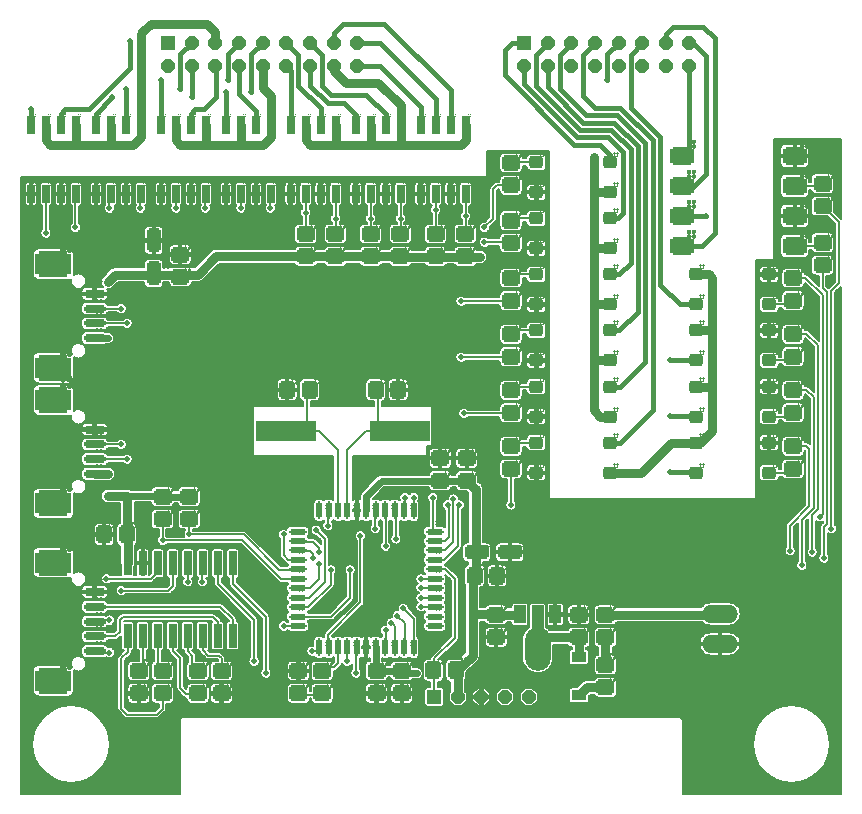
<source format=gbr>
G04 BEGIN FILE *
G04 EdaTools v1.0. *
G04 EdaTools CAM processor. Gerber generator. *
G04 Start timestamp: 11:45:39.267 *
G04 BEGIN HEADER *
%TF.FileFunction,Copper,L1,Top,Signal*%
%TF.FilePolarity,Positive*%
%TF.Part,Single*%
%MOMM*%
%FSLAX35Y35*%
G04 END HEADER *
G04 BEGIN MACROS *
%AMM2*21,1,$1,$2,0,0,$3*%
%AMM1*21,1,$1,$2-$3-$3,0,0,$4*
21,1,$1-$3-$3,$2,0,0,$4*
$5=$1/2*
$6=$2/2*
$7=2x$3*
1,1,$7,$5-$3,$6-$3,$4*
1,1,$7,-$5+$3,$6-$3,$4*
1,1,$7,-$5+$3,-$6+$3,$4*
1,1,$7,$5-$3,-$6+$3,$4*%
G04 END MACROS *
G04 BEGIN APERTURES *
%ADD10R,1.2X1.2*%
%ADD11P,1.2X8X112.5*%
%ADD12M1,1.3X1.5X0.1625X90*%
%ADD13R,0.6604X2.032*%
%ADD14M1,1.3X1.5X0.1625X270*%
%ADD15M1,0.7X1.8X0.175X90*%
%ADD16M1,2.25X3X0.28125X90*%
%ADD17M1,1.3X1.5X0.1625X0*%
%ADD18R,5.08X1.778*%
%ADD19M1,1.3X1.5X0.1625X180*%
%ADD20M1,1.5X0.5X0.125X90*%
%ADD21M1,0.5X1.5X0.125X90*%
%ADD22M1,2X1.2X0.15X90*%
%ADD23O,3.048X1.524*%
%ADD24M1,2X1.2X0.15X0*%
%ADD25R,1X1.5*%
%ADD26R,1X2*%
%ADD27O,2.2X3.7*%
%ADD28M1,0.6X1.6X0.075X180*%
%ADD29R,1.22X0.91*%
%ADD30M1,1X1.25X0.125X270*%
%ADD31M1,1X1.25X0.125X90*%
%ADD32P,1.2X8X22.5*%
%ADD33R,1.2X1.2*%
%ADD34M1,1.6X2X0.2X90*%
%ADD35C,0.15*%
%ADD36C,0.5*%
%ADD37C,0.6*%
%ADD38C,0.8*%
%ADD39C,0.2*%
%ADD40C,0.4*%
G04 END APERTURES *
G04 BEGIN POLYGONS *
G36*
X06687437Y03005026D02*
G01*
X06693056Y03002023D01*
X06697981Y02997981D01*
X06705000Y02990962D01*
Y03374038D01*
X06661538Y03417500D01*
X06660000D01*
Y03396250D01*
X06659255Y03388690D01*
X06657050Y03381421D01*
X06653469Y03374721D01*
X06648650Y03368850D01*
X06642778Y03364030D01*
X06636079Y03360450D01*
X06628810Y03358244D01*
X06621250Y03357500D01*
X06503750D01*
X06496190Y03358244D01*
X06488921Y03360450D01*
X06482222Y03364030D01*
X06476350Y03368850D01*
X06471531Y03374721D01*
X06467950Y03381421D01*
X06465745Y03388690D01*
X06465000Y03396250D01*
Y03493750D01*
X06465745Y03501310D01*
X06467950Y03508579D01*
X06471531Y03515278D01*
X06476350Y03521150D01*
X06482222Y03525969D01*
X06488921Y03529550D01*
X06496190Y03531755D01*
X06503750Y03532500D01*
X06621250D01*
X06628810Y03531755D01*
X06636079Y03529550D01*
X06642778Y03525969D01*
X06648650Y03521150D01*
X06653469Y03515278D01*
X06657050Y03508579D01*
X06659255Y03501310D01*
X06660000Y03493750D01*
Y03482500D01*
X06675000D01*
X06681340Y03481876D01*
X06687437Y03480026D01*
X06693056Y03477023D01*
X06697981Y03472981D01*
X06742500Y03428462D01*
Y03811538D01*
X06661538Y03892500D01*
X06660000D01*
Y03871250D01*
X06659255Y03863690D01*
X06657050Y03856421D01*
X06653469Y03849721D01*
X06648650Y03843850D01*
X06642778Y03839030D01*
X06636079Y03835450D01*
X06628810Y03833244D01*
X06621250Y03832500D01*
X06503750D01*
X06496190Y03833244D01*
X06488921Y03835450D01*
X06482222Y03839030D01*
X06476350Y03843850D01*
X06471531Y03849721D01*
X06467950Y03856421D01*
X06465745Y03863690D01*
X06465000Y03871250D01*
Y03968750D01*
X06465745Y03976310D01*
X06467950Y03983579D01*
X06471531Y03990278D01*
X06476350Y03996150D01*
X06482222Y04000969D01*
X06488921Y04004550D01*
X06496190Y04006755D01*
X06503750Y04007500D01*
X06621250D01*
X06628810Y04006755D01*
X06636079Y04004550D01*
X06642778Y04000969D01*
X06648650Y03996150D01*
X06653469Y03990278D01*
X06657050Y03983579D01*
X06659255Y03976310D01*
X06660000Y03968750D01*
Y03957500D01*
X06675000D01*
X06681340Y03956876D01*
X06687437Y03955026D01*
X06693056Y03952023D01*
X06697981Y03947981D01*
X06780000Y03865962D01*
Y04236538D01*
X06660000Y04356538D01*
Y04346250D01*
X06659255Y04338690D01*
X06657050Y04331421D01*
X06653469Y04324722D01*
X06648650Y04318850D01*
X06642778Y04314030D01*
X06636079Y04310450D01*
X06628810Y04308244D01*
X06621250Y04307500D01*
X06503750D01*
X06496190Y04308244D01*
X06488921Y04310450D01*
X06482222Y04314030D01*
X06476350Y04318850D01*
X06471531Y04324722D01*
X06467950Y04331421D01*
X06465745Y04338690D01*
X06465000Y04346250D01*
Y04443750D01*
X06465745Y04451310D01*
X06467950Y04458579D01*
X06471531Y04465278D01*
X06476350Y04471150D01*
X06482222Y04475969D01*
X06488921Y04479550D01*
X06496190Y04481755D01*
X06503750Y04482500D01*
X06621250D01*
X06628810Y04481755D01*
X06636079Y04479550D01*
X06642778Y04475969D01*
X06648650Y04471150D01*
X06653469Y04465278D01*
X06657050Y04458579D01*
X06659255Y04451310D01*
X06660000Y04443750D01*
Y04427500D01*
X06667500D01*
X06673840Y04426876D01*
X06679937Y04425026D01*
X06685556Y04422023D01*
X06690481Y04417981D01*
X06780000Y04328462D01*
Y04417500D01*
X06753750D01*
X06746190Y04418244D01*
X06738921Y04420450D01*
X06732222Y04424030D01*
X06726350Y04428850D01*
X06721531Y04434722D01*
X06717950Y04441421D01*
X06715745Y04448690D01*
X06715000Y04456250D01*
Y04553750D01*
X06715745Y04561310D01*
X06717950Y04568579D01*
X06721531Y04575278D01*
X06726350Y04581150D01*
X06732222Y04585969D01*
X06738921Y04589550D01*
X06746190Y04591755D01*
X06753750Y04592500D01*
X06871250D01*
X06878810Y04591755D01*
X06886079Y04589550D01*
X06892778Y04585969D01*
X06898650Y04581150D01*
X06903469Y04575278D01*
X06907050Y04568579D01*
X06909255Y04561310D01*
X06910000Y04553750D01*
Y04456250D01*
X06909255Y04448690D01*
X06907050Y04441421D01*
X06903469Y04434722D01*
X06898650Y04428850D01*
X06892778Y04424030D01*
X06886079Y04420450D01*
X06878810Y04418244D01*
X06871250Y04417500D01*
X06845000D01*
Y04325962D01*
X06862699Y04308263D01*
X06864519Y04310481D01*
X06917500Y04363462D01*
Y04854038D01*
X06854038Y04917500D01*
X06753750D01*
X06746190Y04918244D01*
X06738921Y04920450D01*
X06732222Y04924030D01*
X06726350Y04928850D01*
X06721531Y04934722D01*
X06717950Y04941421D01*
X06715745Y04948690D01*
X06715000Y04956250D01*
Y05053750D01*
X06715745Y05061310D01*
X06717950Y05068579D01*
X06721531Y05075278D01*
X06726350Y05081150D01*
X06732222Y05085969D01*
X06738921Y05089550D01*
X06746190Y05091755D01*
X06753750Y05092500D01*
X06871250D01*
X06878810Y05091755D01*
X06886079Y05089550D01*
X06892778Y05085969D01*
X06898650Y05081150D01*
X06903469Y05075278D01*
X06907050Y05068579D01*
X06909255Y05061310D01*
X06910000Y05053750D01*
Y04956250D01*
X06909750Y04953712D01*
X06970000Y04893462D01*
Y05575000D01*
X06400000D01*
Y04550000D01*
X06250000D01*
Y02525000D01*
X04500000D01*
Y05475000D01*
X03975000D01*
Y05250000D01*
X00030000D01*
X00030000Y00030000D01*
X01370000Y00030000D01*
Y00650000D01*
X01370576Y00655853D01*
X01372284Y00661480D01*
X01375000Y00666562D01*
Y00675000D01*
X01383438D01*
X01388519Y00677716D01*
X01394147Y00679424D01*
X01400000Y00680000D01*
X05600000D01*
X05605853Y00679424D01*
X05611480Y00677716D01*
X05616562Y00675000D01*
X05625000D01*
Y00666562D01*
X05627716Y00661480D01*
X05629424Y00655853D01*
X05630000Y00650000D01*
Y00030000D01*
X06970000Y00030000D01*
Y04324038D01*
X06920000Y04274038D01*
Y02309480D01*
X06921088Y02308588D01*
X06926995Y02301390D01*
X06931384Y02293177D01*
X06934087Y02284267D01*
X06935000Y02275000D01*
X06934087Y02265733D01*
X06931384Y02256823D01*
X06926995Y02248610D01*
X06921088Y02241412D01*
X06913890Y02235505D01*
X06905677Y02231116D01*
X06896767Y02228413D01*
X06887500Y02227500D01*
X06878233Y02228413D01*
X06869323Y02231116D01*
X06861110Y02235505D01*
X06857500Y02238468D01*
Y02059480D01*
X06858588Y02058588D01*
X06864495Y02051390D01*
X06868884Y02043177D01*
X06871587Y02034267D01*
X06872500Y02025000D01*
X06871587Y02015733D01*
X06868884Y02006823D01*
X06864495Y01998610D01*
X06858588Y01991412D01*
X06851390Y01985505D01*
X06843177Y01981116D01*
X06834267Y01978413D01*
X06825000Y01977500D01*
X06815733Y01978413D01*
X06806823Y01981116D01*
X06798610Y01985505D01*
X06791412Y01991412D01*
X06785505Y01998610D01*
X06781116Y02006823D01*
X06778413Y02015733D01*
X06777500Y02025000D01*
X06778413Y02034267D01*
X06781116Y02043177D01*
X06785505Y02051390D01*
X06791412Y02058588D01*
X06792500Y02059480D01*
Y02287500D01*
X06793124Y02293840D01*
X06794974Y02299937D01*
X06797977Y02305556D01*
X06802019Y02310481D01*
X06817500Y02325962D01*
Y02338468D01*
X06813890Y02335505D01*
X06805677Y02331116D01*
X06796767Y02328413D01*
X06787500Y02327500D01*
X06778233Y02328413D01*
X06769323Y02331116D01*
X06761110Y02335505D01*
X06757500Y02338468D01*
Y02109480D01*
X06758588Y02108588D01*
X06764495Y02101390D01*
X06768884Y02093177D01*
X06771587Y02084267D01*
X06772500Y02075000D01*
X06771587Y02065733D01*
X06768884Y02056823D01*
X06764495Y02048610D01*
X06758588Y02041412D01*
X06751390Y02035505D01*
X06743177Y02031116D01*
X06734267Y02028413D01*
X06725000Y02027500D01*
X06715733Y02028413D01*
X06706823Y02031116D01*
X06698610Y02035505D01*
X06691412Y02041412D01*
X06685505Y02048610D01*
X06681116Y02056823D01*
X06678413Y02065733D01*
X06677500Y02075000D01*
X06678413Y02084267D01*
X06681116Y02093177D01*
X06685505Y02101390D01*
X06691412Y02108588D01*
X06692500Y02109480D01*
Y02359038D01*
X06670000Y02336538D01*
Y01996980D01*
X06671088Y01996088D01*
X06676995Y01988890D01*
X06681384Y01980677D01*
X06684087Y01971767D01*
X06685000Y01962500D01*
X06684087Y01953233D01*
X06681384Y01944323D01*
X06676995Y01936110D01*
X06671088Y01928912D01*
X06663890Y01923005D01*
X06655677Y01918616D01*
X06646767Y01915913D01*
X06637500Y01915000D01*
X06628233Y01915913D01*
X06619323Y01918616D01*
X06611110Y01923005D01*
X06603912Y01928912D01*
X06598005Y01936110D01*
X06593616Y01944323D01*
X06590913Y01953233D01*
X06590000Y01962500D01*
X06590913Y01971767D01*
X06593616Y01980677D01*
X06598005Y01988890D01*
X06603912Y01996088D01*
X06605000Y01996980D01*
Y02321538D01*
X06570000Y02286538D01*
Y02121980D01*
X06571088Y02121088D01*
X06576995Y02113890D01*
X06581384Y02105677D01*
X06584087Y02096767D01*
X06585000Y02087500D01*
X06584087Y02078233D01*
X06581384Y02069323D01*
X06576995Y02061110D01*
X06571088Y02053912D01*
X06563890Y02048005D01*
X06555677Y02043616D01*
X06546767Y02040913D01*
X06537500Y02040000D01*
X06528233Y02040913D01*
X06519323Y02043616D01*
X06511110Y02048005D01*
X06503912Y02053912D01*
X06498005Y02061110D01*
X06493616Y02069323D01*
X06490913Y02078233D01*
X06490000Y02087500D01*
X06490913Y02096767D01*
X06493616Y02105677D01*
X06498005Y02113890D01*
X06503912Y02121088D01*
X06505000Y02121980D01*
Y02300000D01*
X06505624Y02306340D01*
X06507474Y02312437D01*
X06510477Y02318056D01*
X06514519Y02322981D01*
X06667500Y02475962D01*
Y02936538D01*
X06661538Y02942500D01*
X06660000D01*
Y02921250D01*
X06659255Y02913690D01*
X06657050Y02906421D01*
X06653469Y02899722D01*
X06648650Y02893850D01*
X06642778Y02889030D01*
X06636079Y02885450D01*
X06628810Y02883244D01*
X06621250Y02882500D01*
X06503750D01*
X06496190Y02883244D01*
X06488921Y02885450D01*
X06482222Y02889030D01*
X06476350Y02893850D01*
X06471531Y02899722D01*
X06467950Y02906421D01*
X06465745Y02913690D01*
X06465000Y02921250D01*
Y03018750D01*
X06465745Y03026310D01*
X06467950Y03033579D01*
X06471531Y03040278D01*
X06476350Y03046150D01*
X06482222Y03050969D01*
X06488921Y03054550D01*
X06496190Y03056755D01*
X06503750Y03057500D01*
X06621250D01*
X06628810Y03056755D01*
X06636079Y03054550D01*
X06642778Y03050969D01*
X06648650Y03046150D01*
X06653469Y03040278D01*
X06657050Y03033579D01*
X06659255Y03026310D01*
X06660000Y03018750D01*
Y03007500D01*
X06675000D01*
X06681340Y03006876D01*
X06687437Y03005026D01*
G37*
D35*
X06693056Y03002023D01*
X06697981Y02997981D01*
X06705000Y02990962D01*
Y03374038D01*
X06661538Y03417500D01*
X06660000D01*
Y03396250D01*
X06659255Y03388690D01*
X06657050Y03381421D01*
X06653469Y03374721D01*
X06648650Y03368850D01*
X06642778Y03364030D01*
X06636079Y03360450D01*
X06628810Y03358244D01*
X06621250Y03357500D01*
X06503750D01*
X06496190Y03358244D01*
X06488921Y03360450D01*
X06482222Y03364030D01*
X06476350Y03368850D01*
X06471531Y03374721D01*
X06467950Y03381421D01*
X06465745Y03388690D01*
X06465000Y03396250D01*
Y03493750D01*
X06465745Y03501310D01*
X06467950Y03508579D01*
X06471531Y03515278D01*
X06476350Y03521150D01*
X06482222Y03525969D01*
X06488921Y03529550D01*
X06496190Y03531755D01*
X06503750Y03532500D01*
X06621250D01*
X06628810Y03531755D01*
X06636079Y03529550D01*
X06642778Y03525969D01*
X06648650Y03521150D01*
X06653469Y03515278D01*
X06657050Y03508579D01*
X06659255Y03501310D01*
X06660000Y03493750D01*
Y03482500D01*
X06675000D01*
X06681340Y03481876D01*
X06687437Y03480026D01*
X06693056Y03477023D01*
X06697981Y03472981D01*
X06742500Y03428462D01*
Y03811538D01*
X06661538Y03892500D01*
X06660000D01*
Y03871250D01*
X06659255Y03863690D01*
X06657050Y03856421D01*
X06653469Y03849721D01*
X06648650Y03843850D01*
X06642778Y03839030D01*
X06636079Y03835450D01*
X06628810Y03833244D01*
X06621250Y03832500D01*
X06503750D01*
X06496190Y03833244D01*
X06488921Y03835450D01*
X06482222Y03839030D01*
X06476350Y03843850D01*
X06471531Y03849721D01*
X06467950Y03856421D01*
X06465745Y03863690D01*
X06465000Y03871250D01*
Y03968750D01*
X06465745Y03976310D01*
X06467950Y03983579D01*
X06471531Y03990278D01*
X06476350Y03996150D01*
X06482222Y04000969D01*
X06488921Y04004550D01*
X06496190Y04006755D01*
X06503750Y04007500D01*
X06621250D01*
X06628810Y04006755D01*
X06636079Y04004550D01*
X06642778Y04000969D01*
X06648650Y03996150D01*
X06653469Y03990278D01*
X06657050Y03983579D01*
X06659255Y03976310D01*
X06660000Y03968750D01*
Y03957500D01*
X06675000D01*
X06681340Y03956876D01*
X06687437Y03955026D01*
X06693056Y03952023D01*
X06697981Y03947981D01*
X06780000Y03865962D01*
Y04236538D01*
X06660000Y04356538D01*
Y04346250D01*
X06659255Y04338690D01*
X06657050Y04331421D01*
X06653469Y04324722D01*
X06648650Y04318850D01*
X06642778Y04314030D01*
X06636079Y04310450D01*
X06628810Y04308244D01*
X06621250Y04307500D01*
X06503750D01*
X06496190Y04308244D01*
X06488921Y04310450D01*
X06482222Y04314030D01*
X06476350Y04318850D01*
X06471531Y04324722D01*
X06467950Y04331421D01*
X06465745Y04338690D01*
X06465000Y04346250D01*
Y04443750D01*
X06465745Y04451310D01*
X06467950Y04458579D01*
X06471531Y04465278D01*
X06476350Y04471150D01*
X06482222Y04475969D01*
X06488921Y04479550D01*
X06496190Y04481755D01*
X06503750Y04482500D01*
X06621250D01*
X06628810Y04481755D01*
X06636079Y04479550D01*
X06642778Y04475969D01*
X06648650Y04471150D01*
X06653469Y04465278D01*
X06657050Y04458579D01*
X06659255Y04451310D01*
X06660000Y04443750D01*
Y04427500D01*
X06667500D01*
X06673840Y04426876D01*
X06679937Y04425026D01*
X06685556Y04422023D01*
X06690481Y04417981D01*
X06780000Y04328462D01*
Y04417500D01*
X06753750D01*
X06746190Y04418244D01*
X06738921Y04420450D01*
X06732222Y04424030D01*
X06726350Y04428850D01*
X06721531Y04434722D01*
X06717950Y04441421D01*
X06715745Y04448690D01*
X06715000Y04456250D01*
Y04553750D01*
X06715745Y04561310D01*
X06717950Y04568579D01*
X06721531Y04575278D01*
X06726350Y04581150D01*
X06732222Y04585969D01*
X06738921Y04589550D01*
X06746190Y04591755D01*
X06753750Y04592500D01*
X06871250D01*
X06878810Y04591755D01*
X06886079Y04589550D01*
X06892778Y04585969D01*
X06898650Y04581150D01*
X06903469Y04575278D01*
X06907050Y04568579D01*
X06909255Y04561310D01*
X06910000Y04553750D01*
Y04456250D01*
X06909255Y04448690D01*
X06907050Y04441421D01*
X06903469Y04434722D01*
X06898650Y04428850D01*
X06892778Y04424030D01*
X06886079Y04420450D01*
X06878810Y04418244D01*
X06871250Y04417500D01*
X06845000D01*
Y04325962D01*
X06862699Y04308263D01*
X06864519Y04310481D01*
X06917500Y04363462D01*
Y04854038D01*
X06854038Y04917500D01*
X06753750D01*
X06746190Y04918244D01*
X06738921Y04920450D01*
X06732222Y04924030D01*
X06726350Y04928850D01*
X06721531Y04934722D01*
X06717950Y04941421D01*
X06715745Y04948690D01*
X06715000Y04956250D01*
Y05053750D01*
X06715745Y05061310D01*
X06717950Y05068579D01*
X06721531Y05075278D01*
X06726350Y05081150D01*
X06732222Y05085969D01*
X06738921Y05089550D01*
X06746190Y05091755D01*
X06753750Y05092500D01*
X06871250D01*
X06878810Y05091755D01*
X06886079Y05089550D01*
X06892778Y05085969D01*
X06898650Y05081150D01*
X06903469Y05075278D01*
X06907050Y05068579D01*
X06909255Y05061310D01*
X06910000Y05053750D01*
Y04956250D01*
X06909750Y04953712D01*
X06970000Y04893462D01*
Y05575000D01*
X06400000D01*
Y04550000D01*
X06250000D01*
Y02525000D01*
X04500000D01*
Y05475000D01*
X03975000D01*
Y05250000D01*
X00030000D01*
X00030000Y00030000D01*
X01370000Y00030000D01*
Y00650000D01*
X01370576Y00655853D01*
X01372284Y00661480D01*
X01375000Y00666562D01*
Y00675000D01*
X01383438D01*
X01388519Y00677716D01*
X01394147Y00679424D01*
X01400000Y00680000D01*
X05600000D01*
X05605853Y00679424D01*
X05611480Y00677716D01*
X05616562Y00675000D01*
X05625000D01*
Y00666562D01*
X05627716Y00661480D01*
X05629424Y00655853D01*
X05630000Y00650000D01*
Y00030000D01*
X06970000Y00030000D01*
Y04324038D01*
X06920000Y04274038D01*
Y02309480D01*
X06921088Y02308588D01*
X06926995Y02301390D01*
X06931384Y02293177D01*
X06934087Y02284267D01*
X06935000Y02275000D01*
X06934087Y02265733D01*
X06931384Y02256823D01*
X06926995Y02248610D01*
X06921088Y02241412D01*
X06913890Y02235505D01*
X06905677Y02231116D01*
X06896767Y02228413D01*
X06887500Y02227500D01*
X06878233Y02228413D01*
X06869323Y02231116D01*
X06861110Y02235505D01*
X06857500Y02238468D01*
Y02059480D01*
X06858588Y02058588D01*
X06864495Y02051390D01*
X06868884Y02043177D01*
X06871587Y02034267D01*
X06872500Y02025000D01*
X06871587Y02015733D01*
X06868884Y02006823D01*
X06864495Y01998610D01*
X06858588Y01991412D01*
X06851390Y01985505D01*
X06843177Y01981116D01*
X06834267Y01978413D01*
X06825000Y01977500D01*
X06815733Y01978413D01*
X06806823Y01981116D01*
X06798610Y01985505D01*
X06791412Y01991412D01*
X06785505Y01998610D01*
X06781116Y02006823D01*
X06778413Y02015733D01*
X06777500Y02025000D01*
X06778413Y02034267D01*
X06781116Y02043177D01*
X06785505Y02051390D01*
X06791412Y02058588D01*
X06792500Y02059480D01*
Y02287500D01*
X06793124Y02293840D01*
X06794974Y02299937D01*
X06797977Y02305556D01*
X06802019Y02310481D01*
X06817500Y02325962D01*
Y02338468D01*
X06813890Y02335505D01*
X06805677Y02331116D01*
X06796767Y02328413D01*
X06787500Y02327500D01*
X06778233Y02328413D01*
X06769323Y02331116D01*
X06761110Y02335505D01*
X06757500Y02338468D01*
Y02109480D01*
X06758588Y02108588D01*
X06764495Y02101390D01*
X06768884Y02093177D01*
X06771587Y02084267D01*
X06772500Y02075000D01*
X06771587Y02065733D01*
X06768884Y02056823D01*
X06764495Y02048610D01*
X06758588Y02041412D01*
X06751390Y02035505D01*
X06743177Y02031116D01*
X06734267Y02028413D01*
X06725000Y02027500D01*
X06715733Y02028413D01*
X06706823Y02031116D01*
X06698610Y02035505D01*
X06691412Y02041412D01*
X06685505Y02048610D01*
X06681116Y02056823D01*
X06678413Y02065733D01*
X06677500Y02075000D01*
X06678413Y02084267D01*
X06681116Y02093177D01*
X06685505Y02101390D01*
X06691412Y02108588D01*
X06692500Y02109480D01*
Y02359038D01*
X06670000Y02336538D01*
Y01996980D01*
X06671088Y01996088D01*
X06676995Y01988890D01*
X06681384Y01980677D01*
X06684087Y01971767D01*
X06685000Y01962500D01*
X06684087Y01953233D01*
X06681384Y01944323D01*
X06676995Y01936110D01*
X06671088Y01928912D01*
X06663890Y01923005D01*
X06655677Y01918616D01*
X06646767Y01915913D01*
X06637500Y01915000D01*
X06628233Y01915913D01*
X06619323Y01918616D01*
X06611110Y01923005D01*
X06603912Y01928912D01*
X06598005Y01936110D01*
X06593616Y01944323D01*
X06590913Y01953233D01*
X06590000Y01962500D01*
X06590913Y01971767D01*
X06593616Y01980677D01*
X06598005Y01988890D01*
X06603912Y01996088D01*
X06605000Y01996980D01*
Y02321538D01*
X06570000Y02286538D01*
Y02121980D01*
X06571088Y02121088D01*
X06576995Y02113890D01*
X06581384Y02105677D01*
X06584087Y02096767D01*
X06585000Y02087500D01*
X06584087Y02078233D01*
X06581384Y02069323D01*
X06576995Y02061110D01*
X06571088Y02053912D01*
X06563890Y02048005D01*
X06555677Y02043616D01*
X06546767Y02040913D01*
X06537500Y02040000D01*
X06528233Y02040913D01*
X06519323Y02043616D01*
X06511110Y02048005D01*
X06503912Y02053912D01*
X06498005Y02061110D01*
X06493616Y02069323D01*
X06490913Y02078233D01*
X06490000Y02087500D01*
X06490913Y02096767D01*
X06493616Y02105677D01*
X06498005Y02113890D01*
X06503912Y02121088D01*
X06505000Y02121980D01*
Y02300000D01*
X06505624Y02306340D01*
X06507474Y02312437D01*
X06510477Y02318056D01*
X06514519Y02322981D01*
X06667500Y02475962D01*
Y02936538D01*
X06661538Y02942500D01*
X06660000D01*
Y02921250D01*
X06659255Y02913690D01*
X06657050Y02906421D01*
X06653469Y02899722D01*
X06648650Y02893850D01*
X06642778Y02889030D01*
X06636079Y02885450D01*
X06628810Y02883244D01*
X06621250Y02882500D01*
X06503750D01*
X06496190Y02883244D01*
X06488921Y02885450D01*
X06482222Y02889030D01*
X06476350Y02893850D01*
X06471531Y02899722D01*
X06467950Y02906421D01*
X06465745Y02913690D01*
X06465000Y02921250D01*
Y03018750D01*
X06465745Y03026310D01*
X06467950Y03033579D01*
X06471531Y03040278D01*
X06476350Y03046150D01*
X06482222Y03050969D01*
X06488921Y03054550D01*
X06496190Y03056755D01*
X06503750Y03057500D01*
X06621250D01*
X06628810Y03056755D01*
X06636079Y03054550D01*
X06642778Y03050969D01*
X06648650Y03046150D01*
X06653469Y03040278D01*
X06657050Y03033579D01*
X06659255Y03026310D01*
X06660000Y03018750D01*
Y03007500D01*
X06675000D01*
X06681340Y03006876D01*
X06687437Y03005026D01*
%LPC*%
G36*
X06587000Y05441000D02*
Y05533500D01*
X06657000D01*
X06665291Y05532683D01*
X06673264Y05530265D01*
X06680612Y05526337D01*
X06687052Y05521052D01*
X06692337Y05514612D01*
X06696265Y05507264D01*
X06698683Y05499291D01*
X06699500Y05491000D01*
Y05441000D01*
X06587000D01*
G37*
%LPD*%
Y05533500D01*
X06657000D01*
X06665291Y05532683D01*
X06673264Y05530265D01*
X06680612Y05526337D01*
X06687052Y05521052D01*
X06692337Y05514612D01*
X06696265Y05507264D01*
X06698683Y05499291D01*
X06699500Y05491000D01*
Y05441000D01*
X06587000D01*
%LPC*%
G36*
X06454500D02*
Y05491000D01*
X06455317Y05499291D01*
X06457735Y05507264D01*
X06461662Y05514612D01*
X06466948Y05521052D01*
X06473388Y05526337D01*
X06480736Y05530265D01*
X06488709Y05532683D01*
X06497000Y05533500D01*
X06567000D01*
Y05441000D01*
X06454500D01*
G37*
%LPD*%
Y05491000D01*
X06455317Y05499291D01*
X06457735Y05507264D01*
X06461662Y05514612D01*
X06466948Y05521052D01*
X06473388Y05526337D01*
X06480736Y05530265D01*
X06488709Y05532683D01*
X06497000Y05533500D01*
X06567000D01*
Y05441000D01*
X06454500D01*
%LPC*%
G36*
X04116250Y05282500D02*
X04108690Y05283244D01*
X04101421Y05285450D01*
X04094722Y05289030D01*
X04088850Y05293850D01*
X04084031Y05299722D01*
X04080450Y05306421D01*
X04078245Y05313690D01*
X04077500Y05321250D01*
Y05418750D01*
X04078245Y05426310D01*
X04080450Y05433579D01*
X04084031Y05440278D01*
X04088850Y05446150D01*
X04094722Y05450969D01*
X04101421Y05454550D01*
X04108690Y05456755D01*
X04116250Y05457500D01*
X04233750D01*
X04241310Y05456755D01*
X04248579Y05454550D01*
X04255278Y05450969D01*
X04261150Y05446150D01*
X04265969Y05440278D01*
X04269550Y05433579D01*
X04271755Y05426310D01*
X04272500Y05418750D01*
Y05409500D01*
X04305000D01*
Y05414500D01*
X04305673Y05421328D01*
X04307664Y05427894D01*
X04310899Y05433945D01*
X04315251Y05439249D01*
X04320555Y05443601D01*
X04326606Y05446836D01*
X04333172Y05448827D01*
X04340000Y05449500D01*
X04440000Y05449500D01*
X04446828Y05448827D01*
X04453394Y05446836D01*
X04459445Y05443601D01*
X04464749Y05439249D01*
X04469102Y05433945D01*
X04472336Y05427894D01*
X04474328Y05421328D01*
X04475000Y05414500D01*
Y05339500D01*
X04474328Y05332672D01*
X04472336Y05326106D01*
X04469102Y05320055D01*
X04464749Y05314751D01*
X04459445Y05310398D01*
X04453394Y05307164D01*
X04446828Y05305172D01*
X04440000Y05304500D01*
X04340000D01*
X04333172Y05305172D01*
X04326606Y05307164D01*
X04320555Y05310398D01*
X04315251Y05314751D01*
X04310899Y05320055D01*
X04307664Y05326106D01*
X04305673Y05332672D01*
X04305000Y05339500D01*
Y05344500D01*
X04272500D01*
Y05321250D01*
X04271755Y05313690D01*
X04269550Y05306421D01*
X04265969Y05299722D01*
X04261150Y05293850D01*
X04255278Y05289030D01*
X04248579Y05285450D01*
X04241310Y05283244D01*
X04233750Y05282500D01*
X04116250D01*
G37*
%LPD*%
X04108690Y05283244D01*
X04101421Y05285450D01*
X04094722Y05289030D01*
X04088850Y05293850D01*
X04084031Y05299722D01*
X04080450Y05306421D01*
X04078245Y05313690D01*
X04077500Y05321250D01*
Y05418750D01*
X04078245Y05426310D01*
X04080450Y05433579D01*
X04084031Y05440278D01*
X04088850Y05446150D01*
X04094722Y05450969D01*
X04101421Y05454550D01*
X04108690Y05456755D01*
X04116250Y05457500D01*
X04233750D01*
X04241310Y05456755D01*
X04248579Y05454550D01*
X04255278Y05450969D01*
X04261150Y05446150D01*
X04265969Y05440278D01*
X04269550Y05433579D01*
X04271755Y05426310D01*
X04272500Y05418750D01*
Y05409500D01*
X04305000D01*
Y05414500D01*
X04305673Y05421328D01*
X04307664Y05427894D01*
X04310899Y05433945D01*
X04315251Y05439249D01*
X04320555Y05443601D01*
X04326606Y05446836D01*
X04333172Y05448827D01*
X04340000Y05449500D01*
X04440000Y05449500D01*
X04446828Y05448827D01*
X04453394Y05446836D01*
X04459445Y05443601D01*
X04464749Y05439249D01*
X04469102Y05433945D01*
X04472336Y05427894D01*
X04474328Y05421328D01*
X04475000Y05414500D01*
Y05339500D01*
X04474328Y05332672D01*
X04472336Y05326106D01*
X04469102Y05320055D01*
X04464749Y05314751D01*
X04459445Y05310398D01*
X04453394Y05307164D01*
X04446828Y05305172D01*
X04440000Y05304500D01*
X04340000D01*
X04333172Y05305172D01*
X04326606Y05307164D01*
X04320555Y05310398D01*
X04315251Y05314751D01*
X04310899Y05320055D01*
X04307664Y05326106D01*
X04305673Y05332672D01*
X04305000Y05339500D01*
Y05344500D01*
X04272500D01*
Y05321250D01*
X04271755Y05313690D01*
X04269550Y05306421D01*
X04265969Y05299722D01*
X04261150Y05293850D01*
X04255278Y05289030D01*
X04248579Y05285450D01*
X04241310Y05283244D01*
X04233750Y05282500D01*
X04116250D01*
%LPC*%
G36*
X06587000Y05328500D02*
Y05421000D01*
X06699500D01*
Y05371000D01*
X06698683Y05362708D01*
X06696265Y05354736D01*
X06692337Y05347388D01*
X06687052Y05340948D01*
X06680612Y05335662D01*
X06673264Y05331735D01*
X06665291Y05329316D01*
X06657000Y05328500D01*
X06587000D01*
G37*
%LPD*%
Y05421000D01*
X06699500D01*
Y05371000D01*
X06698683Y05362708D01*
X06696265Y05354736D01*
X06692337Y05347388D01*
X06687052Y05340948D01*
X06680612Y05335662D01*
X06673264Y05331735D01*
X06665291Y05329316D01*
X06657000Y05328500D01*
X06587000D01*
%LPC*%
G36*
X06497000D02*
X06488709Y05329316D01*
X06480736Y05331735D01*
X06473388Y05335662D01*
X06466948Y05340948D01*
X06461662Y05347388D01*
X06457735Y05354736D01*
X06455317Y05362708D01*
X06454500Y05371000D01*
Y05421000D01*
X06567000D01*
Y05328500D01*
X06497000D01*
G37*
%LPD*%
X06488709Y05329316D01*
X06480736Y05331735D01*
X06473388Y05335662D01*
X06466948Y05340948D01*
X06461662Y05347388D01*
X06457735Y05354736D01*
X06455317Y05362708D01*
X06454500Y05371000D01*
Y05421000D01*
X06567000D01*
Y05328500D01*
X06497000D01*
%LPC*%
G36*
Y05074500D02*
X06488709Y05075316D01*
X06480736Y05077735D01*
X06473388Y05081662D01*
X06466948Y05086948D01*
X06461662Y05093388D01*
X06457735Y05100736D01*
X06455317Y05108708D01*
X06454500Y05117000D01*
Y05237000D01*
X06455317Y05245291D01*
X06457735Y05253264D01*
X06461662Y05260612D01*
X06466948Y05267052D01*
X06473388Y05272337D01*
X06480736Y05276265D01*
X06488709Y05278683D01*
X06497000Y05279500D01*
X06657000D01*
X06665291Y05278683D01*
X06673264Y05276265D01*
X06680612Y05272337D01*
X06687052Y05267052D01*
X06692337Y05260612D01*
X06696265Y05253264D01*
X06698683Y05245291D01*
X06699500Y05237000D01*
Y05209500D01*
X06715000D01*
Y05243750D01*
X06715745Y05251310D01*
X06717950Y05258579D01*
X06721531Y05265278D01*
X06726350Y05271150D01*
X06732222Y05275969D01*
X06738921Y05279550D01*
X06746190Y05281755D01*
X06753750Y05282500D01*
X06871250D01*
X06878810Y05281755D01*
X06886079Y05279550D01*
X06892778Y05275969D01*
X06898650Y05271150D01*
X06903469Y05265278D01*
X06907050Y05258579D01*
X06909255Y05251310D01*
X06910000Y05243750D01*
Y05146250D01*
X06909255Y05138690D01*
X06907050Y05131421D01*
X06903469Y05124722D01*
X06898650Y05118850D01*
X06892778Y05114030D01*
X06886079Y05110450D01*
X06878810Y05108244D01*
X06871250Y05107500D01*
X06753750D01*
X06746190Y05108244D01*
X06738921Y05110450D01*
X06732222Y05114030D01*
X06726350Y05118850D01*
X06721531Y05124722D01*
X06717950Y05131421D01*
X06715745Y05138690D01*
X06715172Y05144500D01*
X06699500D01*
Y05117000D01*
X06698683Y05108708D01*
X06696265Y05100736D01*
X06692337Y05093388D01*
X06687052Y05086948D01*
X06680612Y05081662D01*
X06673264Y05077735D01*
X06665291Y05075316D01*
X06657000Y05074500D01*
X06497000D01*
G37*
%LPD*%
X06488709Y05075316D01*
X06480736Y05077735D01*
X06473388Y05081662D01*
X06466948Y05086948D01*
X06461662Y05093388D01*
X06457735Y05100736D01*
X06455317Y05108708D01*
X06454500Y05117000D01*
Y05237000D01*
X06455317Y05245291D01*
X06457735Y05253264D01*
X06461662Y05260612D01*
X06466948Y05267052D01*
X06473388Y05272337D01*
X06480736Y05276265D01*
X06488709Y05278683D01*
X06497000Y05279500D01*
X06657000D01*
X06665291Y05278683D01*
X06673264Y05276265D01*
X06680612Y05272337D01*
X06687052Y05267052D01*
X06692337Y05260612D01*
X06696265Y05253264D01*
X06698683Y05245291D01*
X06699500Y05237000D01*
Y05209500D01*
X06715000D01*
Y05243750D01*
X06715745Y05251310D01*
X06717950Y05258579D01*
X06721531Y05265278D01*
X06726350Y05271150D01*
X06732222Y05275969D01*
X06738921Y05279550D01*
X06746190Y05281755D01*
X06753750Y05282500D01*
X06871250D01*
X06878810Y05281755D01*
X06886079Y05279550D01*
X06892778Y05275969D01*
X06898650Y05271150D01*
X06903469Y05265278D01*
X06907050Y05258579D01*
X06909255Y05251310D01*
X06910000Y05243750D01*
Y05146250D01*
X06909255Y05138690D01*
X06907050Y05131421D01*
X06903469Y05124722D01*
X06898650Y05118850D01*
X06892778Y05114030D01*
X06886079Y05110450D01*
X06878810Y05108244D01*
X06871250Y05107500D01*
X06753750D01*
X06746190Y05108244D01*
X06738921Y05110450D01*
X06732222Y05114030D01*
X06726350Y05118850D01*
X06721531Y05124722D01*
X06717950Y05131421D01*
X06715745Y05138690D01*
X06715172Y05144500D01*
X06699500D01*
Y05117000D01*
X06698683Y05108708D01*
X06696265Y05100736D01*
X06692337Y05093388D01*
X06687052Y05086948D01*
X06680612Y05081662D01*
X06673264Y05077735D01*
X06665291Y05075316D01*
X06657000Y05074500D01*
X06497000D01*
%LPC*%
G36*
X03940733Y04778413D02*
X03931823Y04781116D01*
X03923610Y04785505D01*
X03916412Y04791412D01*
X03910505Y04798610D01*
X03906116Y04806823D01*
X03903413Y04815733D01*
X03902500Y04825000D01*
X03903413Y04834267D01*
X03906116Y04843177D01*
X03910505Y04851390D01*
X03916412Y04858588D01*
X03923610Y04864495D01*
X03931823Y04868884D01*
X03940733Y04871587D01*
X03950000Y04872500D01*
X03951400Y04872362D01*
X03992500Y04913462D01*
Y05150000D01*
X03993124Y05156340D01*
X03994974Y05162437D01*
X03997977Y05168056D01*
X04002019Y05172981D01*
X04032019Y05202981D01*
X04036944Y05207023D01*
X04042563Y05210026D01*
X04048660Y05211876D01*
X04055000Y05212500D01*
X04077500D01*
Y05228750D01*
X04078245Y05236310D01*
X04080450Y05243579D01*
X04084031Y05250278D01*
X04088850Y05256150D01*
X04094722Y05260969D01*
X04101421Y05264550D01*
X04108690Y05266755D01*
X04116250Y05267500D01*
X04233750D01*
X04241310Y05266755D01*
X04248579Y05264550D01*
X04255278Y05260969D01*
X04261150Y05256150D01*
X04265969Y05250278D01*
X04269550Y05243579D01*
X04271755Y05236310D01*
X04272500Y05228750D01*
Y05131250D01*
X04271755Y05123690D01*
X04269550Y05116421D01*
X04265969Y05109722D01*
X04261150Y05103850D01*
X04255278Y05099030D01*
X04248579Y05095450D01*
X04241310Y05093244D01*
X04233750Y05092500D01*
X04116250D01*
X04108690Y05093244D01*
X04101421Y05095450D01*
X04094722Y05099030D01*
X04088850Y05103850D01*
X04084031Y05109722D01*
X04080450Y05116421D01*
X04078245Y05123690D01*
X04077500Y05131250D01*
Y05147500D01*
X04068462D01*
X04057500Y05136538D01*
Y04900000D01*
X04056876Y04893660D01*
X04055026Y04887563D01*
X04052023Y04881944D01*
X04047981Y04877019D01*
X03997362Y04826400D01*
X03997500Y04825000D01*
X03996587Y04815733D01*
X03993884Y04806823D01*
X03989495Y04798610D01*
X03983588Y04791412D01*
X03976390Y04785505D01*
X03968177Y04781116D01*
X03959267Y04778413D01*
X03950000Y04777500D01*
X03940733Y04778413D01*
G37*
%LPD*%
X03931823Y04781116D01*
X03923610Y04785505D01*
X03916412Y04791412D01*
X03910505Y04798610D01*
X03906116Y04806823D01*
X03903413Y04815733D01*
X03902500Y04825000D01*
X03903413Y04834267D01*
X03906116Y04843177D01*
X03910505Y04851390D01*
X03916412Y04858588D01*
X03923610Y04864495D01*
X03931823Y04868884D01*
X03940733Y04871587D01*
X03950000Y04872500D01*
X03951400Y04872362D01*
X03992500Y04913462D01*
Y05150000D01*
X03993124Y05156340D01*
X03994974Y05162437D01*
X03997977Y05168056D01*
X04002019Y05172981D01*
X04032019Y05202981D01*
X04036944Y05207023D01*
X04042563Y05210026D01*
X04048660Y05211876D01*
X04055000Y05212500D01*
X04077500D01*
Y05228750D01*
X04078245Y05236310D01*
X04080450Y05243579D01*
X04084031Y05250278D01*
X04088850Y05256150D01*
X04094722Y05260969D01*
X04101421Y05264550D01*
X04108690Y05266755D01*
X04116250Y05267500D01*
X04233750D01*
X04241310Y05266755D01*
X04248579Y05264550D01*
X04255278Y05260969D01*
X04261150Y05256150D01*
X04265969Y05250278D01*
X04269550Y05243579D01*
X04271755Y05236310D01*
X04272500Y05228750D01*
Y05131250D01*
X04271755Y05123690D01*
X04269550Y05116421D01*
X04265969Y05109722D01*
X04261150Y05103850D01*
X04255278Y05099030D01*
X04248579Y05095450D01*
X04241310Y05093244D01*
X04233750Y05092500D01*
X04116250D01*
X04108690Y05093244D01*
X04101421Y05095450D01*
X04094722Y05099030D01*
X04088850Y05103850D01*
X04084031Y05109722D01*
X04080450Y05116421D01*
X04078245Y05123690D01*
X04077500Y05131250D01*
Y05147500D01*
X04068462D01*
X04057500Y05136538D01*
Y04900000D01*
X04056876Y04893660D01*
X04055026Y04887563D01*
X04052023Y04881944D01*
X04047981Y04877019D01*
X03997362Y04826400D01*
X03997500Y04825000D01*
X03996587Y04815733D01*
X03993884Y04806823D01*
X03989495Y04798610D01*
X03983588Y04791412D01*
X03976390Y04785505D01*
X03968177Y04781116D01*
X03959267Y04778413D01*
X03950000Y04777500D01*
X03940733Y04778413D01*
%LPC*%
G36*
X03419500Y05118250D02*
Y05210750D01*
X03432000D01*
X03437853Y05210174D01*
X03443480Y05208466D01*
X03448667Y05205694D01*
X03453213Y05201963D01*
X03456944Y05197417D01*
X03459716Y05192231D01*
X03461424Y05186603D01*
X03462000Y05180750D01*
Y05118250D01*
X03419500D01*
G37*
%LPD*%
Y05210750D01*
X03432000D01*
X03437853Y05210174D01*
X03443480Y05208466D01*
X03448667Y05205694D01*
X03453213Y05201963D01*
X03456944Y05197417D01*
X03459716Y05192231D01*
X03461424Y05186603D01*
X03462000Y05180750D01*
Y05118250D01*
X03419500D01*
%LPC*%
G36*
X03357000D02*
Y05180750D01*
X03357576Y05186603D01*
X03359284Y05192231D01*
X03362056Y05197417D01*
X03365787Y05201963D01*
X03370333Y05205694D01*
X03375519Y05208466D01*
X03381147Y05210174D01*
X03387000Y05210750D01*
X03399500D01*
Y05118250D01*
X03357000D01*
G37*
%LPD*%
Y05180750D01*
X03357576Y05186603D01*
X03359284Y05192231D01*
X03362056Y05197417D01*
X03365787Y05201963D01*
X03370333Y05205694D01*
X03375519Y05208466D01*
X03381147Y05210174D01*
X03387000Y05210750D01*
X03399500D01*
Y05118250D01*
X03357000D01*
%LPC*%
G36*
X03478750Y04682500D02*
X03471190Y04683244D01*
X03463921Y04685450D01*
X03457222Y04689030D01*
X03451350Y04693850D01*
X03446531Y04699722D01*
X03442950Y04706421D01*
X03440745Y04713690D01*
X03440000Y04721250D01*
Y04818750D01*
X03440745Y04826310D01*
X03442950Y04833579D01*
X03446531Y04840278D01*
X03451350Y04846150D01*
X03457222Y04850969D01*
X03463921Y04854550D01*
X03471190Y04856755D01*
X03478750Y04857500D01*
X03504000D01*
Y04940520D01*
X03502912Y04941412D01*
X03497005Y04948610D01*
X03492616Y04956823D01*
X03489913Y04965733D01*
X03489000Y04975000D01*
X03489913Y04984267D01*
X03492616Y04993177D01*
X03497005Y05001390D01*
X03502477Y05008056D01*
X03497333Y05010806D01*
X03492787Y05014537D01*
X03489056Y05019083D01*
X03486284Y05024270D01*
X03484576Y05029897D01*
X03484000Y05035750D01*
Y05180750D01*
X03484576Y05186603D01*
X03486284Y05192231D01*
X03489056Y05197417D01*
X03492787Y05201963D01*
X03497333Y05205694D01*
X03502519Y05208466D01*
X03508147Y05210174D01*
X03514000Y05210750D01*
X03559000D01*
X03564853Y05210174D01*
X03570480Y05208466D01*
X03575667Y05205694D01*
X03580213Y05201963D01*
X03583944Y05197417D01*
X03586716Y05192231D01*
X03588423Y05186603D01*
X03589000Y05180750D01*
Y05035750D01*
X03588423Y05029897D01*
X03586716Y05024270D01*
X03583944Y05019083D01*
X03580213Y05014537D01*
X03575667Y05010806D01*
X03570523Y05008056D01*
X03575995Y05001390D01*
X03580384Y04993177D01*
X03583087Y04984267D01*
X03584000Y04975000D01*
X03583087Y04965733D01*
X03580384Y04956823D01*
X03575995Y04948610D01*
X03570088Y04941412D01*
X03569000Y04940520D01*
Y04857500D01*
X03596250D01*
X03603810Y04856755D01*
X03611079Y04854550D01*
X03617778Y04850969D01*
X03623650Y04846150D01*
X03628469Y04840278D01*
X03632050Y04833579D01*
X03634255Y04826310D01*
X03635000Y04818750D01*
Y04721250D01*
X03634255Y04713690D01*
X03632050Y04706421D01*
X03628469Y04699722D01*
X03623650Y04693850D01*
X03617778Y04689030D01*
X03611079Y04685450D01*
X03603810Y04683244D01*
X03596250Y04682500D01*
X03478750D01*
G37*
%LPD*%
X03471190Y04683244D01*
X03463921Y04685450D01*
X03457222Y04689030D01*
X03451350Y04693850D01*
X03446531Y04699722D01*
X03442950Y04706421D01*
X03440745Y04713690D01*
X03440000Y04721250D01*
Y04818750D01*
X03440745Y04826310D01*
X03442950Y04833579D01*
X03446531Y04840278D01*
X03451350Y04846150D01*
X03457222Y04850969D01*
X03463921Y04854550D01*
X03471190Y04856755D01*
X03478750Y04857500D01*
X03504000D01*
Y04940520D01*
X03502912Y04941412D01*
X03497005Y04948610D01*
X03492616Y04956823D01*
X03489913Y04965733D01*
X03489000Y04975000D01*
X03489913Y04984267D01*
X03492616Y04993177D01*
X03497005Y05001390D01*
X03502477Y05008056D01*
X03497333Y05010806D01*
X03492787Y05014537D01*
X03489056Y05019083D01*
X03486284Y05024270D01*
X03484576Y05029897D01*
X03484000Y05035750D01*
Y05180750D01*
X03484576Y05186603D01*
X03486284Y05192231D01*
X03489056Y05197417D01*
X03492787Y05201963D01*
X03497333Y05205694D01*
X03502519Y05208466D01*
X03508147Y05210174D01*
X03514000Y05210750D01*
X03559000D01*
X03564853Y05210174D01*
X03570480Y05208466D01*
X03575667Y05205694D01*
X03580213Y05201963D01*
X03583944Y05197417D01*
X03586716Y05192231D01*
X03588423Y05186603D01*
X03589000Y05180750D01*
Y05035750D01*
X03588423Y05029897D01*
X03586716Y05024270D01*
X03583944Y05019083D01*
X03580213Y05014537D01*
X03575667Y05010806D01*
X03570523Y05008056D01*
X03575995Y05001390D01*
X03580384Y04993177D01*
X03583087Y04984267D01*
X03584000Y04975000D01*
X03583087Y04965733D01*
X03580384Y04956823D01*
X03575995Y04948610D01*
X03570088Y04941412D01*
X03569000Y04940520D01*
Y04857500D01*
X03596250D01*
X03603810Y04856755D01*
X03611079Y04854550D01*
X03617778Y04850969D01*
X03623650Y04846150D01*
X03628469Y04840278D01*
X03632050Y04833579D01*
X03634255Y04826310D01*
X03635000Y04818750D01*
Y04721250D01*
X03634255Y04713690D01*
X03632050Y04706421D01*
X03628469Y04699722D01*
X03623650Y04693850D01*
X03617778Y04689030D01*
X03611079Y04685450D01*
X03603810Y04683244D01*
X03596250Y04682500D01*
X03478750D01*
%LPC*%
G36*
X03728750D02*
X03721190Y04683244D01*
X03713921Y04685450D01*
X03707222Y04689030D01*
X03701350Y04693850D01*
X03696531Y04699722D01*
X03692950Y04706421D01*
X03690745Y04713690D01*
X03690000Y04721250D01*
Y04818750D01*
X03690745Y04826310D01*
X03692950Y04833579D01*
X03696531Y04840278D01*
X03701350Y04846150D01*
X03707222Y04850969D01*
X03713921Y04854550D01*
X03721190Y04856755D01*
X03728750Y04857500D01*
X03758000D01*
Y04888520D01*
X03756912Y04889412D01*
X03751005Y04896610D01*
X03746616Y04904823D01*
X03743913Y04913733D01*
X03743000Y04923000D01*
X03743913Y04932267D01*
X03746616Y04941177D01*
X03751005Y04949390D01*
X03756912Y04956588D01*
X03758000Y04957480D01*
Y05007584D01*
X03756519Y05008034D01*
X03751333Y05010806D01*
X03746787Y05014537D01*
X03743056Y05019083D01*
X03740284Y05024270D01*
X03738576Y05029897D01*
X03738000Y05035750D01*
Y05180750D01*
X03738576Y05186603D01*
X03740284Y05192231D01*
X03743056Y05197417D01*
X03746787Y05201963D01*
X03751333Y05205694D01*
X03756519Y05208466D01*
X03762147Y05210174D01*
X03768000Y05210750D01*
X03813000D01*
X03818853Y05210174D01*
X03824480Y05208466D01*
X03829667Y05205694D01*
X03834213Y05201963D01*
X03837944Y05197417D01*
X03840716Y05192231D01*
X03842423Y05186603D01*
X03843000Y05180750D01*
Y05035750D01*
X03842423Y05029897D01*
X03840716Y05024270D01*
X03837944Y05019083D01*
X03834213Y05014537D01*
X03829667Y05010806D01*
X03824480Y05008034D01*
X03823000Y05007585D01*
Y04957480D01*
X03824088Y04956588D01*
X03829995Y04949390D01*
X03834384Y04941177D01*
X03837087Y04932267D01*
X03838000Y04923000D01*
X03837087Y04913733D01*
X03834384Y04904823D01*
X03829995Y04896610D01*
X03824088Y04889412D01*
X03823000Y04888520D01*
Y04857500D01*
X03846250D01*
X03853810Y04856755D01*
X03861079Y04854550D01*
X03867778Y04850969D01*
X03873650Y04846150D01*
X03878469Y04840278D01*
X03882050Y04833579D01*
X03884255Y04826310D01*
X03885000Y04818750D01*
Y04721250D01*
X03884255Y04713690D01*
X03882050Y04706421D01*
X03878469Y04699722D01*
X03873650Y04693850D01*
X03867778Y04689030D01*
X03861079Y04685450D01*
X03853810Y04683244D01*
X03846250Y04682500D01*
X03728750D01*
G37*
%LPD*%
X03721190Y04683244D01*
X03713921Y04685450D01*
X03707222Y04689030D01*
X03701350Y04693850D01*
X03696531Y04699722D01*
X03692950Y04706421D01*
X03690745Y04713690D01*
X03690000Y04721250D01*
Y04818750D01*
X03690745Y04826310D01*
X03692950Y04833579D01*
X03696531Y04840278D01*
X03701350Y04846150D01*
X03707222Y04850969D01*
X03713921Y04854550D01*
X03721190Y04856755D01*
X03728750Y04857500D01*
X03758000D01*
Y04888520D01*
X03756912Y04889412D01*
X03751005Y04896610D01*
X03746616Y04904823D01*
X03743913Y04913733D01*
X03743000Y04923000D01*
X03743913Y04932267D01*
X03746616Y04941177D01*
X03751005Y04949390D01*
X03756912Y04956588D01*
X03758000Y04957480D01*
Y05007584D01*
X03756519Y05008034D01*
X03751333Y05010806D01*
X03746787Y05014537D01*
X03743056Y05019083D01*
X03740284Y05024270D01*
X03738576Y05029897D01*
X03738000Y05035750D01*
Y05180750D01*
X03738576Y05186603D01*
X03740284Y05192231D01*
X03743056Y05197417D01*
X03746787Y05201963D01*
X03751333Y05205694D01*
X03756519Y05208466D01*
X03762147Y05210174D01*
X03768000Y05210750D01*
X03813000D01*
X03818853Y05210174D01*
X03824480Y05208466D01*
X03829667Y05205694D01*
X03834213Y05201963D01*
X03837944Y05197417D01*
X03840716Y05192231D01*
X03842423Y05186603D01*
X03843000Y05180750D01*
Y05035750D01*
X03842423Y05029897D01*
X03840716Y05024270D01*
X03837944Y05019083D01*
X03834213Y05014537D01*
X03829667Y05010806D01*
X03824480Y05008034D01*
X03823000Y05007585D01*
Y04957480D01*
X03824088Y04956588D01*
X03829995Y04949390D01*
X03834384Y04941177D01*
X03837087Y04932267D01*
X03838000Y04923000D01*
X03837087Y04913733D01*
X03834384Y04904823D01*
X03829995Y04896610D01*
X03824088Y04889412D01*
X03823000Y04888520D01*
Y04857500D01*
X03846250D01*
X03853810Y04856755D01*
X03861079Y04854550D01*
X03867778Y04850969D01*
X03873650Y04846150D01*
X03878469Y04840278D01*
X03882050Y04833579D01*
X03884255Y04826310D01*
X03885000Y04818750D01*
Y04721250D01*
X03884255Y04713690D01*
X03882050Y04706421D01*
X03878469Y04699722D01*
X03873650Y04693850D01*
X03867778Y04689030D01*
X03861079Y04685450D01*
X03853810Y04683244D01*
X03846250Y04682500D01*
X03728750D01*
%LPC*%
G36*
X03673500Y05118250D02*
Y05210750D01*
X03686000D01*
X03691853Y05210174D01*
X03697480Y05208466D01*
X03702667Y05205694D01*
X03707213Y05201963D01*
X03710944Y05197417D01*
X03713716Y05192231D01*
X03715423Y05186603D01*
X03716000Y05180750D01*
Y05118250D01*
X03673500D01*
G37*
%LPD*%
Y05210750D01*
X03686000D01*
X03691853Y05210174D01*
X03697480Y05208466D01*
X03702667Y05205694D01*
X03707213Y05201963D01*
X03710944Y05197417D01*
X03713716Y05192231D01*
X03715423Y05186603D01*
X03716000Y05180750D01*
Y05118250D01*
X03673500D01*
%LPC*%
G36*
X03611000D02*
Y05180750D01*
X03611576Y05186603D01*
X03613284Y05192231D01*
X03616056Y05197417D01*
X03619787Y05201963D01*
X03624333Y05205694D01*
X03629519Y05208466D01*
X03635147Y05210174D01*
X03641000Y05210750D01*
X03653500D01*
Y05118250D01*
X03611000D01*
G37*
%LPD*%
Y05180750D01*
X03611576Y05186603D01*
X03613284Y05192231D01*
X03616056Y05197417D01*
X03619787Y05201963D01*
X03624333Y05205694D01*
X03629519Y05208466D01*
X03635147Y05210174D01*
X03641000Y05210750D01*
X03653500D01*
Y05118250D01*
X03611000D01*
%LPC*%
G36*
X02869500D02*
Y05210750D01*
X02882000D01*
X02887853Y05210174D01*
X02893481Y05208466D01*
X02898667Y05205694D01*
X02903213Y05201963D01*
X02906944Y05197417D01*
X02909716Y05192231D01*
X02911424Y05186603D01*
X02912000Y05180750D01*
Y05118250D01*
X02869500D01*
G37*
%LPD*%
Y05210750D01*
X02882000D01*
X02887853Y05210174D01*
X02893481Y05208466D01*
X02898667Y05205694D01*
X02903213Y05201963D01*
X02906944Y05197417D01*
X02909716Y05192231D01*
X02911424Y05186603D01*
X02912000Y05180750D01*
Y05118250D01*
X02869500D01*
%LPC*%
G36*
X02807000D02*
Y05180750D01*
X02807576Y05186603D01*
X02809284Y05192231D01*
X02812056Y05197417D01*
X02815787Y05201963D01*
X02820333Y05205694D01*
X02825520Y05208466D01*
X02831147Y05210174D01*
X02837000Y05210750D01*
X02849500D01*
Y05118250D01*
X02807000D01*
G37*
%LPD*%
Y05180750D01*
X02807576Y05186603D01*
X02809284Y05192231D01*
X02812056Y05197417D01*
X02815787Y05201963D01*
X02820333Y05205694D01*
X02825520Y05208466D01*
X02831147Y05210174D01*
X02837000Y05210750D01*
X02849500D01*
Y05118250D01*
X02807000D01*
%LPC*%
G36*
X02928750Y04682500D02*
X02921190Y04683244D01*
X02913921Y04685450D01*
X02907222Y04689030D01*
X02901350Y04693850D01*
X02896531Y04699722D01*
X02892950Y04706421D01*
X02890745Y04713690D01*
X02890000Y04721250D01*
Y04818750D01*
X02890745Y04826310D01*
X02892950Y04833579D01*
X02896531Y04840278D01*
X02901350Y04846150D01*
X02907222Y04850969D01*
X02913921Y04854550D01*
X02921190Y04856755D01*
X02928750Y04857500D01*
X02954000D01*
Y04865520D01*
X02952912Y04866412D01*
X02947005Y04873610D01*
X02942616Y04881823D01*
X02939913Y04890733D01*
X02939000Y04900000D01*
X02939913Y04909267D01*
X02942616Y04918177D01*
X02947005Y04926390D01*
X02952912Y04933588D01*
X02954000Y04934480D01*
Y05007585D01*
X02952520Y05008034D01*
X02947333Y05010806D01*
X02942787Y05014537D01*
X02939056Y05019083D01*
X02936284Y05024270D01*
X02934576Y05029897D01*
X02934000Y05035750D01*
Y05180750D01*
X02934576Y05186603D01*
X02936284Y05192231D01*
X02939056Y05197417D01*
X02942787Y05201963D01*
X02947333Y05205694D01*
X02952520Y05208466D01*
X02958147Y05210174D01*
X02964000Y05210750D01*
X03009000D01*
X03014853Y05210174D01*
X03020481Y05208466D01*
X03025667Y05205694D01*
X03030213Y05201963D01*
X03033944Y05197417D01*
X03036716Y05192231D01*
X03038424Y05186603D01*
X03039000Y05180750D01*
Y05035750D01*
X03038424Y05029897D01*
X03036716Y05024270D01*
X03033944Y05019083D01*
X03030213Y05014537D01*
X03025667Y05010806D01*
X03020481Y05008034D01*
X03019000Y05007585D01*
Y04934480D01*
X03020088Y04933588D01*
X03025995Y04926390D01*
X03030384Y04918177D01*
X03033087Y04909267D01*
X03034000Y04900000D01*
X03033087Y04890733D01*
X03030384Y04881823D01*
X03025995Y04873610D01*
X03020088Y04866412D01*
X03019000Y04865520D01*
Y04857500D01*
X03046250D01*
X03053810Y04856755D01*
X03061079Y04854550D01*
X03067778Y04850969D01*
X03073650Y04846150D01*
X03078469Y04840278D01*
X03082050Y04833579D01*
X03084255Y04826310D01*
X03085000Y04818750D01*
Y04721250D01*
X03084255Y04713690D01*
X03082050Y04706421D01*
X03078469Y04699722D01*
X03073650Y04693850D01*
X03067778Y04689030D01*
X03061079Y04685450D01*
X03053810Y04683244D01*
X03046250Y04682500D01*
X02928750D01*
G37*
%LPD*%
X02921190Y04683244D01*
X02913921Y04685450D01*
X02907222Y04689030D01*
X02901350Y04693850D01*
X02896531Y04699722D01*
X02892950Y04706421D01*
X02890745Y04713690D01*
X02890000Y04721250D01*
Y04818750D01*
X02890745Y04826310D01*
X02892950Y04833579D01*
X02896531Y04840278D01*
X02901350Y04846150D01*
X02907222Y04850969D01*
X02913921Y04854550D01*
X02921190Y04856755D01*
X02928750Y04857500D01*
X02954000D01*
Y04865520D01*
X02952912Y04866412D01*
X02947005Y04873610D01*
X02942616Y04881823D01*
X02939913Y04890733D01*
X02939000Y04900000D01*
X02939913Y04909267D01*
X02942616Y04918177D01*
X02947005Y04926390D01*
X02952912Y04933588D01*
X02954000Y04934480D01*
Y05007585D01*
X02952520Y05008034D01*
X02947333Y05010806D01*
X02942787Y05014537D01*
X02939056Y05019083D01*
X02936284Y05024270D01*
X02934576Y05029897D01*
X02934000Y05035750D01*
Y05180750D01*
X02934576Y05186603D01*
X02936284Y05192231D01*
X02939056Y05197417D01*
X02942787Y05201963D01*
X02947333Y05205694D01*
X02952520Y05208466D01*
X02958147Y05210174D01*
X02964000Y05210750D01*
X03009000D01*
X03014853Y05210174D01*
X03020481Y05208466D01*
X03025667Y05205694D01*
X03030213Y05201963D01*
X03033944Y05197417D01*
X03036716Y05192231D01*
X03038424Y05186603D01*
X03039000Y05180750D01*
Y05035750D01*
X03038424Y05029897D01*
X03036716Y05024270D01*
X03033944Y05019083D01*
X03030213Y05014537D01*
X03025667Y05010806D01*
X03020481Y05008034D01*
X03019000Y05007585D01*
Y04934480D01*
X03020088Y04933588D01*
X03025995Y04926390D01*
X03030384Y04918177D01*
X03033087Y04909267D01*
X03034000Y04900000D01*
X03033087Y04890733D01*
X03030384Y04881823D01*
X03025995Y04873610D01*
X03020088Y04866412D01*
X03019000Y04865520D01*
Y04857500D01*
X03046250D01*
X03053810Y04856755D01*
X03061079Y04854550D01*
X03067778Y04850969D01*
X03073650Y04846150D01*
X03078469Y04840278D01*
X03082050Y04833579D01*
X03084255Y04826310D01*
X03085000Y04818750D01*
Y04721250D01*
X03084255Y04713690D01*
X03082050Y04706421D01*
X03078469Y04699722D01*
X03073650Y04693850D01*
X03067778Y04689030D01*
X03061079Y04685450D01*
X03053810Y04683244D01*
X03046250Y04682500D01*
X02928750D01*
%LPC*%
G36*
X03178750D02*
X03171190Y04683244D01*
X03163921Y04685450D01*
X03157222Y04689030D01*
X03151350Y04693850D01*
X03146531Y04699722D01*
X03142950Y04706421D01*
X03140745Y04713690D01*
X03140000Y04721250D01*
Y04818750D01*
X03140745Y04826310D01*
X03142950Y04833579D01*
X03146531Y04840278D01*
X03151350Y04846150D01*
X03157222Y04850969D01*
X03163921Y04854550D01*
X03171190Y04856755D01*
X03178750Y04857500D01*
X03208000D01*
Y04865520D01*
X03206912Y04866412D01*
X03201005Y04873610D01*
X03196616Y04881823D01*
X03193913Y04890733D01*
X03193000Y04900000D01*
X03193913Y04909267D01*
X03196616Y04918177D01*
X03201005Y04926390D01*
X03206912Y04933588D01*
X03208000Y04934480D01*
Y05007585D01*
X03206519Y05008034D01*
X03201333Y05010806D01*
X03196787Y05014537D01*
X03193056Y05019083D01*
X03190284Y05024270D01*
X03188576Y05029897D01*
X03188000Y05035750D01*
Y05180750D01*
X03188576Y05186603D01*
X03190284Y05192231D01*
X03193056Y05197417D01*
X03196787Y05201963D01*
X03201333Y05205694D01*
X03206519Y05208466D01*
X03212147Y05210174D01*
X03218000Y05210750D01*
X03263000D01*
X03268853Y05210174D01*
X03274480Y05208466D01*
X03279667Y05205694D01*
X03284213Y05201963D01*
X03287944Y05197417D01*
X03290716Y05192231D01*
X03292424Y05186603D01*
X03293000Y05180750D01*
Y05035750D01*
X03292424Y05029897D01*
X03290716Y05024270D01*
X03287944Y05019083D01*
X03284213Y05014537D01*
X03279667Y05010806D01*
X03274480Y05008034D01*
X03273000Y05007585D01*
Y04934480D01*
X03274088Y04933588D01*
X03279995Y04926390D01*
X03284384Y04918177D01*
X03287087Y04909267D01*
X03288000Y04900000D01*
X03287087Y04890733D01*
X03284384Y04881823D01*
X03279995Y04873610D01*
X03274088Y04866412D01*
X03273000Y04865520D01*
Y04857500D01*
X03296250D01*
X03303810Y04856755D01*
X03311079Y04854550D01*
X03317778Y04850969D01*
X03323650Y04846150D01*
X03328469Y04840278D01*
X03332050Y04833579D01*
X03334255Y04826310D01*
X03335000Y04818750D01*
Y04721250D01*
X03334255Y04713690D01*
X03332050Y04706421D01*
X03328469Y04699722D01*
X03323650Y04693850D01*
X03317778Y04689030D01*
X03311079Y04685450D01*
X03303810Y04683244D01*
X03296250Y04682500D01*
X03178750D01*
G37*
%LPD*%
X03171190Y04683244D01*
X03163921Y04685450D01*
X03157222Y04689030D01*
X03151350Y04693850D01*
X03146531Y04699722D01*
X03142950Y04706421D01*
X03140745Y04713690D01*
X03140000Y04721250D01*
Y04818750D01*
X03140745Y04826310D01*
X03142950Y04833579D01*
X03146531Y04840278D01*
X03151350Y04846150D01*
X03157222Y04850969D01*
X03163921Y04854550D01*
X03171190Y04856755D01*
X03178750Y04857500D01*
X03208000D01*
Y04865520D01*
X03206912Y04866412D01*
X03201005Y04873610D01*
X03196616Y04881823D01*
X03193913Y04890733D01*
X03193000Y04900000D01*
X03193913Y04909267D01*
X03196616Y04918177D01*
X03201005Y04926390D01*
X03206912Y04933588D01*
X03208000Y04934480D01*
Y05007585D01*
X03206519Y05008034D01*
X03201333Y05010806D01*
X03196787Y05014537D01*
X03193056Y05019083D01*
X03190284Y05024270D01*
X03188576Y05029897D01*
X03188000Y05035750D01*
Y05180750D01*
X03188576Y05186603D01*
X03190284Y05192231D01*
X03193056Y05197417D01*
X03196787Y05201963D01*
X03201333Y05205694D01*
X03206519Y05208466D01*
X03212147Y05210174D01*
X03218000Y05210750D01*
X03263000D01*
X03268853Y05210174D01*
X03274480Y05208466D01*
X03279667Y05205694D01*
X03284213Y05201963D01*
X03287944Y05197417D01*
X03290716Y05192231D01*
X03292424Y05186603D01*
X03293000Y05180750D01*
Y05035750D01*
X03292424Y05029897D01*
X03290716Y05024270D01*
X03287944Y05019083D01*
X03284213Y05014537D01*
X03279667Y05010806D01*
X03274480Y05008034D01*
X03273000Y05007585D01*
Y04934480D01*
X03274088Y04933588D01*
X03279995Y04926390D01*
X03284384Y04918177D01*
X03287087Y04909267D01*
X03288000Y04900000D01*
X03287087Y04890733D01*
X03284384Y04881823D01*
X03279995Y04873610D01*
X03274088Y04866412D01*
X03273000Y04865520D01*
Y04857500D01*
X03296250D01*
X03303810Y04856755D01*
X03311079Y04854550D01*
X03317778Y04850969D01*
X03323650Y04846150D01*
X03328469Y04840278D01*
X03332050Y04833579D01*
X03334255Y04826310D01*
X03335000Y04818750D01*
Y04721250D01*
X03334255Y04713690D01*
X03332050Y04706421D01*
X03328469Y04699722D01*
X03323650Y04693850D01*
X03317778Y04689030D01*
X03311079Y04685450D01*
X03303810Y04683244D01*
X03296250Y04682500D01*
X03178750D01*
%LPC*%
G36*
X03123500Y05118250D02*
Y05210750D01*
X03136000D01*
X03141853Y05210174D01*
X03147480Y05208466D01*
X03152667Y05205694D01*
X03157213Y05201963D01*
X03160944Y05197417D01*
X03163716Y05192231D01*
X03165424Y05186603D01*
X03166000Y05180750D01*
Y05118250D01*
X03123500D01*
G37*
%LPD*%
Y05210750D01*
X03136000D01*
X03141853Y05210174D01*
X03147480Y05208466D01*
X03152667Y05205694D01*
X03157213Y05201963D01*
X03160944Y05197417D01*
X03163716Y05192231D01*
X03165424Y05186603D01*
X03166000Y05180750D01*
Y05118250D01*
X03123500D01*
%LPC*%
G36*
X03061000D02*
Y05180750D01*
X03061576Y05186603D01*
X03063284Y05192231D01*
X03066056Y05197417D01*
X03069787Y05201963D01*
X03074333Y05205694D01*
X03079519Y05208466D01*
X03085147Y05210174D01*
X03091000Y05210750D01*
X03103500D01*
Y05118250D01*
X03061000D01*
G37*
%LPD*%
Y05180750D01*
X03061576Y05186603D01*
X03063284Y05192231D01*
X03066056Y05197417D01*
X03069787Y05201963D01*
X03074333Y05205694D01*
X03079519Y05208466D01*
X03085147Y05210174D01*
X03091000Y05210750D01*
X03103500D01*
Y05118250D01*
X03061000D01*
%LPC*%
G36*
X02319500D02*
Y05210750D01*
X02332000D01*
X02337853Y05210174D01*
X02343481Y05208466D01*
X02348667Y05205694D01*
X02353213Y05201963D01*
X02356944Y05197417D01*
X02359716Y05192231D01*
X02361424Y05186603D01*
X02362000Y05180750D01*
Y05118250D01*
X02319500D01*
G37*
%LPD*%
Y05210750D01*
X02332000D01*
X02337853Y05210174D01*
X02343481Y05208466D01*
X02348667Y05205694D01*
X02353213Y05201963D01*
X02356944Y05197417D01*
X02359716Y05192231D01*
X02361424Y05186603D01*
X02362000Y05180750D01*
Y05118250D01*
X02319500D01*
%LPC*%
G36*
X02257000D02*
Y05180750D01*
X02257576Y05186603D01*
X02259284Y05192231D01*
X02262056Y05197417D01*
X02265787Y05201963D01*
X02270333Y05205694D01*
X02275520Y05208466D01*
X02281147Y05210174D01*
X02287000Y05210750D01*
X02299500D01*
Y05118250D01*
X02257000D01*
G37*
%LPD*%
Y05180750D01*
X02257576Y05186603D01*
X02259284Y05192231D01*
X02262056Y05197417D01*
X02265787Y05201963D01*
X02270333Y05205694D01*
X02275520Y05208466D01*
X02281147Y05210174D01*
X02287000Y05210750D01*
X02299500D01*
Y05118250D01*
X02257000D01*
%LPC*%
G36*
X02378750Y04682500D02*
X02371190Y04683244D01*
X02363921Y04685450D01*
X02357222Y04689030D01*
X02351350Y04693850D01*
X02346530Y04699722D01*
X02342950Y04706421D01*
X02340744Y04713690D01*
X02340000Y04721250D01*
Y04818750D01*
X02340744Y04826310D01*
X02342950Y04833579D01*
X02346530Y04840278D01*
X02351350Y04846150D01*
X02357222Y04850969D01*
X02363921Y04854550D01*
X02371190Y04856755D01*
X02378750Y04857500D01*
X02404000D01*
Y04915520D01*
X02402912Y04916412D01*
X02397005Y04923610D01*
X02392616Y04931823D01*
X02389913Y04940733D01*
X02389000Y04950000D01*
X02389913Y04959267D01*
X02392616Y04968177D01*
X02397005Y04976390D01*
X02402912Y04983588D01*
X02404000Y04984480D01*
Y05007585D01*
X02402520Y05008034D01*
X02397333Y05010806D01*
X02392787Y05014537D01*
X02389056Y05019083D01*
X02386284Y05024270D01*
X02384576Y05029897D01*
X02384000Y05035750D01*
Y05180750D01*
X02384576Y05186603D01*
X02386284Y05192231D01*
X02389056Y05197417D01*
X02392787Y05201963D01*
X02397333Y05205694D01*
X02402520Y05208466D01*
X02408147Y05210174D01*
X02414000Y05210750D01*
X02459000D01*
X02464853Y05210174D01*
X02470481Y05208466D01*
X02475667Y05205694D01*
X02480213Y05201963D01*
X02483944Y05197417D01*
X02486716Y05192231D01*
X02488424Y05186603D01*
X02489000Y05180750D01*
Y05035750D01*
X02488424Y05029897D01*
X02486716Y05024270D01*
X02483944Y05019083D01*
X02480213Y05014537D01*
X02475667Y05010806D01*
X02470481Y05008034D01*
X02469000Y05007585D01*
Y04984480D01*
X02470088Y04983588D01*
X02475995Y04976390D01*
X02480384Y04968177D01*
X02483087Y04959267D01*
X02484000Y04950000D01*
X02483087Y04940733D01*
X02480384Y04931823D01*
X02475995Y04923610D01*
X02470088Y04916412D01*
X02469000Y04915520D01*
Y04857500D01*
X02496250D01*
X02503810Y04856755D01*
X02511079Y04854550D01*
X02517778Y04850969D01*
X02523650Y04846150D01*
X02528469Y04840278D01*
X02532050Y04833579D01*
X02534255Y04826310D01*
X02535000Y04818750D01*
Y04721250D01*
X02534255Y04713690D01*
X02532050Y04706421D01*
X02528469Y04699722D01*
X02523650Y04693850D01*
X02517778Y04689030D01*
X02511079Y04685450D01*
X02503810Y04683244D01*
X02496250Y04682500D01*
X02378750D01*
G37*
%LPD*%
X02371190Y04683244D01*
X02363921Y04685450D01*
X02357222Y04689030D01*
X02351350Y04693850D01*
X02346530Y04699722D01*
X02342950Y04706421D01*
X02340744Y04713690D01*
X02340000Y04721250D01*
Y04818750D01*
X02340744Y04826310D01*
X02342950Y04833579D01*
X02346530Y04840278D01*
X02351350Y04846150D01*
X02357222Y04850969D01*
X02363921Y04854550D01*
X02371190Y04856755D01*
X02378750Y04857500D01*
X02404000D01*
Y04915520D01*
X02402912Y04916412D01*
X02397005Y04923610D01*
X02392616Y04931823D01*
X02389913Y04940733D01*
X02389000Y04950000D01*
X02389913Y04959267D01*
X02392616Y04968177D01*
X02397005Y04976390D01*
X02402912Y04983588D01*
X02404000Y04984480D01*
Y05007585D01*
X02402520Y05008034D01*
X02397333Y05010806D01*
X02392787Y05014537D01*
X02389056Y05019083D01*
X02386284Y05024270D01*
X02384576Y05029897D01*
X02384000Y05035750D01*
Y05180750D01*
X02384576Y05186603D01*
X02386284Y05192231D01*
X02389056Y05197417D01*
X02392787Y05201963D01*
X02397333Y05205694D01*
X02402520Y05208466D01*
X02408147Y05210174D01*
X02414000Y05210750D01*
X02459000D01*
X02464853Y05210174D01*
X02470481Y05208466D01*
X02475667Y05205694D01*
X02480213Y05201963D01*
X02483944Y05197417D01*
X02486716Y05192231D01*
X02488424Y05186603D01*
X02489000Y05180750D01*
Y05035750D01*
X02488424Y05029897D01*
X02486716Y05024270D01*
X02483944Y05019083D01*
X02480213Y05014537D01*
X02475667Y05010806D01*
X02470481Y05008034D01*
X02469000Y05007585D01*
Y04984480D01*
X02470088Y04983588D01*
X02475995Y04976390D01*
X02480384Y04968177D01*
X02483087Y04959267D01*
X02484000Y04950000D01*
X02483087Y04940733D01*
X02480384Y04931823D01*
X02475995Y04923610D01*
X02470088Y04916412D01*
X02469000Y04915520D01*
Y04857500D01*
X02496250D01*
X02503810Y04856755D01*
X02511079Y04854550D01*
X02517778Y04850969D01*
X02523650Y04846150D01*
X02528469Y04840278D01*
X02532050Y04833579D01*
X02534255Y04826310D01*
X02535000Y04818750D01*
Y04721250D01*
X02534255Y04713690D01*
X02532050Y04706421D01*
X02528469Y04699722D01*
X02523650Y04693850D01*
X02517778Y04689030D01*
X02511079Y04685450D01*
X02503810Y04683244D01*
X02496250Y04682500D01*
X02378750D01*
%LPC*%
G36*
X02628750D02*
X02621190Y04683244D01*
X02613921Y04685450D01*
X02607222Y04689030D01*
X02601350Y04693850D01*
X02596531Y04699722D01*
X02592950Y04706421D01*
X02590745Y04713690D01*
X02590000Y04721250D01*
Y04818750D01*
X02590745Y04826310D01*
X02592950Y04833579D01*
X02596531Y04840278D01*
X02601350Y04846150D01*
X02607222Y04850969D01*
X02613921Y04854550D01*
X02621190Y04856755D01*
X02628750Y04857500D01*
X02658000D01*
Y04865520D01*
X02656912Y04866412D01*
X02651005Y04873610D01*
X02646616Y04881823D01*
X02643913Y04890733D01*
X02643000Y04900000D01*
X02643913Y04909267D01*
X02646616Y04918177D01*
X02651005Y04926390D01*
X02656912Y04933588D01*
X02658000Y04934480D01*
Y05007585D01*
X02656519Y05008034D01*
X02651333Y05010806D01*
X02646787Y05014537D01*
X02643056Y05019083D01*
X02640284Y05024270D01*
X02638576Y05029897D01*
X02638000Y05035750D01*
Y05180750D01*
X02638576Y05186603D01*
X02640284Y05192231D01*
X02643056Y05197417D01*
X02646787Y05201963D01*
X02651333Y05205694D01*
X02656519Y05208466D01*
X02662147Y05210174D01*
X02668000Y05210750D01*
X02713000D01*
X02718853Y05210174D01*
X02724480Y05208466D01*
X02729667Y05205694D01*
X02734213Y05201963D01*
X02737944Y05197417D01*
X02740716Y05192231D01*
X02742424Y05186603D01*
X02743000Y05180750D01*
Y05035750D01*
X02742424Y05029897D01*
X02740716Y05024270D01*
X02737944Y05019083D01*
X02734213Y05014537D01*
X02729667Y05010806D01*
X02724480Y05008034D01*
X02723000Y05007585D01*
Y04934480D01*
X02724088Y04933588D01*
X02729995Y04926390D01*
X02734384Y04918177D01*
X02737087Y04909267D01*
X02738000Y04900000D01*
X02737087Y04890733D01*
X02734384Y04881823D01*
X02729995Y04873610D01*
X02724088Y04866412D01*
X02723000Y04865520D01*
Y04857500D01*
X02746250D01*
X02753810Y04856755D01*
X02761079Y04854550D01*
X02767778Y04850969D01*
X02773650Y04846150D01*
X02778469Y04840278D01*
X02782050Y04833579D01*
X02784255Y04826310D01*
X02785000Y04818750D01*
Y04721250D01*
X02784255Y04713690D01*
X02782050Y04706421D01*
X02778469Y04699722D01*
X02773650Y04693850D01*
X02767778Y04689030D01*
X02761079Y04685450D01*
X02753810Y04683244D01*
X02746250Y04682500D01*
X02628750D01*
G37*
%LPD*%
X02621190Y04683244D01*
X02613921Y04685450D01*
X02607222Y04689030D01*
X02601350Y04693850D01*
X02596531Y04699722D01*
X02592950Y04706421D01*
X02590745Y04713690D01*
X02590000Y04721250D01*
Y04818750D01*
X02590745Y04826310D01*
X02592950Y04833579D01*
X02596531Y04840278D01*
X02601350Y04846150D01*
X02607222Y04850969D01*
X02613921Y04854550D01*
X02621190Y04856755D01*
X02628750Y04857500D01*
X02658000D01*
Y04865520D01*
X02656912Y04866412D01*
X02651005Y04873610D01*
X02646616Y04881823D01*
X02643913Y04890733D01*
X02643000Y04900000D01*
X02643913Y04909267D01*
X02646616Y04918177D01*
X02651005Y04926390D01*
X02656912Y04933588D01*
X02658000Y04934480D01*
Y05007585D01*
X02656519Y05008034D01*
X02651333Y05010806D01*
X02646787Y05014537D01*
X02643056Y05019083D01*
X02640284Y05024270D01*
X02638576Y05029897D01*
X02638000Y05035750D01*
Y05180750D01*
X02638576Y05186603D01*
X02640284Y05192231D01*
X02643056Y05197417D01*
X02646787Y05201963D01*
X02651333Y05205694D01*
X02656519Y05208466D01*
X02662147Y05210174D01*
X02668000Y05210750D01*
X02713000D01*
X02718853Y05210174D01*
X02724480Y05208466D01*
X02729667Y05205694D01*
X02734213Y05201963D01*
X02737944Y05197417D01*
X02740716Y05192231D01*
X02742424Y05186603D01*
X02743000Y05180750D01*
Y05035750D01*
X02742424Y05029897D01*
X02740716Y05024270D01*
X02737944Y05019083D01*
X02734213Y05014537D01*
X02729667Y05010806D01*
X02724480Y05008034D01*
X02723000Y05007585D01*
Y04934480D01*
X02724088Y04933588D01*
X02729995Y04926390D01*
X02734384Y04918177D01*
X02737087Y04909267D01*
X02738000Y04900000D01*
X02737087Y04890733D01*
X02734384Y04881823D01*
X02729995Y04873610D01*
X02724088Y04866412D01*
X02723000Y04865520D01*
Y04857500D01*
X02746250D01*
X02753810Y04856755D01*
X02761079Y04854550D01*
X02767778Y04850969D01*
X02773650Y04846150D01*
X02778469Y04840278D01*
X02782050Y04833579D01*
X02784255Y04826310D01*
X02785000Y04818750D01*
Y04721250D01*
X02784255Y04713690D01*
X02782050Y04706421D01*
X02778469Y04699722D01*
X02773650Y04693850D01*
X02767778Y04689030D01*
X02761079Y04685450D01*
X02753810Y04683244D01*
X02746250Y04682500D01*
X02628750D01*
%LPC*%
G36*
X02573500Y05118250D02*
Y05210750D01*
X02586000D01*
X02591853Y05210174D01*
X02597480Y05208466D01*
X02602667Y05205694D01*
X02607213Y05201963D01*
X02610944Y05197417D01*
X02613716Y05192231D01*
X02615424Y05186603D01*
X02616000Y05180750D01*
Y05118250D01*
X02573500D01*
G37*
%LPD*%
Y05210750D01*
X02586000D01*
X02591853Y05210174D01*
X02597480Y05208466D01*
X02602667Y05205694D01*
X02607213Y05201963D01*
X02610944Y05197417D01*
X02613716Y05192231D01*
X02615424Y05186603D01*
X02616000Y05180750D01*
Y05118250D01*
X02573500D01*
%LPC*%
G36*
X02511000D02*
Y05180750D01*
X02511576Y05186603D01*
X02513284Y05192231D01*
X02516056Y05197417D01*
X02519787Y05201963D01*
X02524333Y05205694D01*
X02529519Y05208466D01*
X02535147Y05210174D01*
X02541000Y05210750D01*
X02553500D01*
Y05118250D01*
X02511000D01*
G37*
%LPD*%
Y05180750D01*
X02511576Y05186603D01*
X02513284Y05192231D01*
X02516056Y05197417D01*
X02519787Y05201963D01*
X02524333Y05205694D01*
X02529519Y05208466D01*
X02535147Y05210174D01*
X02541000Y05210750D01*
X02553500D01*
Y05118250D01*
X02511000D01*
%LPC*%
G36*
X01769500D02*
Y05210750D01*
X01782000D01*
X01787853Y05210174D01*
X01793481Y05208466D01*
X01798667Y05205694D01*
X01803213Y05201963D01*
X01806944Y05197417D01*
X01809716Y05192231D01*
X01811424Y05186603D01*
X01812000Y05180750D01*
Y05118250D01*
X01769500D01*
G37*
%LPD*%
Y05210750D01*
X01782000D01*
X01787853Y05210174D01*
X01793481Y05208466D01*
X01798667Y05205694D01*
X01803213Y05201963D01*
X01806944Y05197417D01*
X01809716Y05192231D01*
X01811424Y05186603D01*
X01812000Y05180750D01*
Y05118250D01*
X01769500D01*
%LPC*%
G36*
X01707000D02*
Y05180750D01*
X01707576Y05186603D01*
X01709284Y05192231D01*
X01712056Y05197417D01*
X01715787Y05201963D01*
X01720333Y05205694D01*
X01725520Y05208466D01*
X01731147Y05210174D01*
X01737000Y05210750D01*
X01749500D01*
Y05118250D01*
X01707000D01*
G37*
%LPD*%
Y05180750D01*
X01707576Y05186603D01*
X01709284Y05192231D01*
X01712056Y05197417D01*
X01715787Y05201963D01*
X01720333Y05205694D01*
X01725520Y05208466D01*
X01731147Y05210174D01*
X01737000Y05210750D01*
X01749500D01*
Y05118250D01*
X01707000D01*
%LPC*%
G36*
X01878233Y04940913D02*
X01869323Y04943616D01*
X01861110Y04948005D01*
X01853912Y04953912D01*
X01848005Y04961110D01*
X01843616Y04969323D01*
X01840913Y04978233D01*
X01840000Y04987500D01*
X01840913Y04996767D01*
X01843616Y05005677D01*
X01846655Y05011363D01*
X01842787Y05014537D01*
X01839056Y05019083D01*
X01836284Y05024270D01*
X01834576Y05029897D01*
X01834000Y05035750D01*
Y05180750D01*
X01834576Y05186603D01*
X01836284Y05192231D01*
X01839056Y05197417D01*
X01842787Y05201963D01*
X01847333Y05205694D01*
X01852520Y05208466D01*
X01858147Y05210174D01*
X01864000Y05210750D01*
X01909000D01*
X01914853Y05210174D01*
X01920481Y05208466D01*
X01925667Y05205694D01*
X01930213Y05201963D01*
X01933944Y05197417D01*
X01936716Y05192231D01*
X01938424Y05186603D01*
X01939000Y05180750D01*
Y05035750D01*
X01938424Y05029897D01*
X01936716Y05024270D01*
X01933944Y05019083D01*
X01930213Y05014537D01*
X01927736Y05012504D01*
X01931384Y05005677D01*
X01934087Y04996767D01*
X01935000Y04987500D01*
X01934087Y04978233D01*
X01931384Y04969323D01*
X01926995Y04961110D01*
X01921088Y04953912D01*
X01913890Y04948005D01*
X01905677Y04943616D01*
X01896767Y04940913D01*
X01887500Y04940000D01*
X01878233Y04940913D01*
G37*
%LPD*%
X01869323Y04943616D01*
X01861110Y04948005D01*
X01853912Y04953912D01*
X01848005Y04961110D01*
X01843616Y04969323D01*
X01840913Y04978233D01*
X01840000Y04987500D01*
X01840913Y04996767D01*
X01843616Y05005677D01*
X01846655Y05011363D01*
X01842787Y05014537D01*
X01839056Y05019083D01*
X01836284Y05024270D01*
X01834576Y05029897D01*
X01834000Y05035750D01*
Y05180750D01*
X01834576Y05186603D01*
X01836284Y05192231D01*
X01839056Y05197417D01*
X01842787Y05201963D01*
X01847333Y05205694D01*
X01852520Y05208466D01*
X01858147Y05210174D01*
X01864000Y05210750D01*
X01909000D01*
X01914853Y05210174D01*
X01920481Y05208466D01*
X01925667Y05205694D01*
X01930213Y05201963D01*
X01933944Y05197417D01*
X01936716Y05192231D01*
X01938424Y05186603D01*
X01939000Y05180750D01*
Y05035750D01*
X01938424Y05029897D01*
X01936716Y05024270D01*
X01933944Y05019083D01*
X01930213Y05014537D01*
X01927736Y05012504D01*
X01931384Y05005677D01*
X01934087Y04996767D01*
X01935000Y04987500D01*
X01934087Y04978233D01*
X01931384Y04969323D01*
X01926995Y04961110D01*
X01921088Y04953912D01*
X01913890Y04948005D01*
X01905677Y04943616D01*
X01896767Y04940913D01*
X01887500Y04940000D01*
X01878233Y04940913D01*
%LPC*%
G36*
X02128233D02*
X02119323Y04943616D01*
X02111110Y04948005D01*
X02103912Y04953912D01*
X02098005Y04961110D01*
X02093616Y04969323D01*
X02090913Y04978233D01*
X02090000Y04987500D01*
X02090913Y04996767D01*
X02093616Y05005677D01*
X02097874Y05013644D01*
X02096787Y05014537D01*
X02093056Y05019083D01*
X02090284Y05024270D01*
X02088576Y05029897D01*
X02088000Y05035750D01*
Y05180750D01*
X02088576Y05186603D01*
X02090284Y05192231D01*
X02093056Y05197417D01*
X02096787Y05201963D01*
X02101333Y05205694D01*
X02106519Y05208466D01*
X02112147Y05210174D01*
X02118000Y05210750D01*
X02163000D01*
X02168853Y05210174D01*
X02174480Y05208466D01*
X02179667Y05205694D01*
X02184213Y05201963D01*
X02187944Y05197417D01*
X02190716Y05192231D01*
X02192424Y05186603D01*
X02193000Y05180750D01*
Y05035750D01*
X02192424Y05029897D01*
X02190716Y05024270D01*
X02187944Y05019083D01*
X02184213Y05014537D01*
X02179667Y05010806D01*
X02178870Y05010380D01*
X02181384Y05005677D01*
X02184087Y04996767D01*
X02185000Y04987500D01*
X02184087Y04978233D01*
X02181384Y04969323D01*
X02176995Y04961110D01*
X02171088Y04953912D01*
X02163890Y04948005D01*
X02155677Y04943616D01*
X02146767Y04940913D01*
X02137500Y04940000D01*
X02128233Y04940913D01*
G37*
%LPD*%
X02119323Y04943616D01*
X02111110Y04948005D01*
X02103912Y04953912D01*
X02098005Y04961110D01*
X02093616Y04969323D01*
X02090913Y04978233D01*
X02090000Y04987500D01*
X02090913Y04996767D01*
X02093616Y05005677D01*
X02097874Y05013644D01*
X02096787Y05014537D01*
X02093056Y05019083D01*
X02090284Y05024270D01*
X02088576Y05029897D01*
X02088000Y05035750D01*
Y05180750D01*
X02088576Y05186603D01*
X02090284Y05192231D01*
X02093056Y05197417D01*
X02096787Y05201963D01*
X02101333Y05205694D01*
X02106519Y05208466D01*
X02112147Y05210174D01*
X02118000Y05210750D01*
X02163000D01*
X02168853Y05210174D01*
X02174480Y05208466D01*
X02179667Y05205694D01*
X02184213Y05201963D01*
X02187944Y05197417D01*
X02190716Y05192231D01*
X02192424Y05186603D01*
X02193000Y05180750D01*
Y05035750D01*
X02192424Y05029897D01*
X02190716Y05024270D01*
X02187944Y05019083D01*
X02184213Y05014537D01*
X02179667Y05010806D01*
X02178870Y05010380D01*
X02181384Y05005677D01*
X02184087Y04996767D01*
X02185000Y04987500D01*
X02184087Y04978233D01*
X02181384Y04969323D01*
X02176995Y04961110D01*
X02171088Y04953912D01*
X02163890Y04948005D01*
X02155677Y04943616D01*
X02146767Y04940913D01*
X02137500Y04940000D01*
X02128233Y04940913D01*
%LPC*%
G36*
X02023500Y05118250D02*
Y05210750D01*
X02036000D01*
X02041853Y05210174D01*
X02047480Y05208466D01*
X02052667Y05205694D01*
X02057213Y05201963D01*
X02060944Y05197417D01*
X02063716Y05192231D01*
X02065424Y05186603D01*
X02066000Y05180750D01*
Y05118250D01*
X02023500D01*
G37*
%LPD*%
Y05210750D01*
X02036000D01*
X02041853Y05210174D01*
X02047480Y05208466D01*
X02052667Y05205694D01*
X02057213Y05201963D01*
X02060944Y05197417D01*
X02063716Y05192231D01*
X02065424Y05186603D01*
X02066000Y05180750D01*
Y05118250D01*
X02023500D01*
%LPC*%
G36*
X01961000D02*
Y05180750D01*
X01961576Y05186603D01*
X01963284Y05192231D01*
X01966056Y05197417D01*
X01969787Y05201963D01*
X01974333Y05205694D01*
X01979519Y05208466D01*
X01985147Y05210174D01*
X01991000Y05210750D01*
X02003500D01*
Y05118250D01*
X01961000D01*
G37*
%LPD*%
Y05180750D01*
X01961576Y05186603D01*
X01963284Y05192231D01*
X01966056Y05197417D01*
X01969787Y05201963D01*
X01974333Y05205694D01*
X01979519Y05208466D01*
X01985147Y05210174D01*
X01991000Y05210750D01*
X02003500D01*
Y05118250D01*
X01961000D01*
%LPC*%
G36*
X01219500D02*
Y05210750D01*
X01232000D01*
X01237853Y05210174D01*
X01243481Y05208466D01*
X01248667Y05205694D01*
X01253213Y05201963D01*
X01256944Y05197417D01*
X01259716Y05192231D01*
X01261424Y05186603D01*
X01262000Y05180750D01*
Y05118250D01*
X01219500D01*
G37*
%LPD*%
Y05210750D01*
X01232000D01*
X01237853Y05210174D01*
X01243481Y05208466D01*
X01248667Y05205694D01*
X01253213Y05201963D01*
X01256944Y05197417D01*
X01259716Y05192231D01*
X01261424Y05186603D01*
X01262000Y05180750D01*
Y05118250D01*
X01219500D01*
%LPC*%
G36*
X01157000D02*
Y05180750D01*
X01157576Y05186603D01*
X01159284Y05192231D01*
X01162056Y05197417D01*
X01165787Y05201963D01*
X01170333Y05205694D01*
X01175520Y05208466D01*
X01181147Y05210174D01*
X01187000Y05210750D01*
X01199500D01*
Y05118250D01*
X01157000D01*
G37*
%LPD*%
Y05180750D01*
X01157576Y05186603D01*
X01159284Y05192231D01*
X01162056Y05197417D01*
X01165787Y05201963D01*
X01170333Y05205694D01*
X01175520Y05208466D01*
X01181147Y05210174D01*
X01187000Y05210750D01*
X01199500D01*
Y05118250D01*
X01157000D01*
%LPC*%
G36*
X01328233Y04940913D02*
X01319323Y04943616D01*
X01311110Y04948005D01*
X01303912Y04953912D01*
X01298005Y04961110D01*
X01293616Y04969323D01*
X01290913Y04978233D01*
X01290000Y04987500D01*
X01290913Y04996767D01*
X01293616Y05005677D01*
X01296655Y05011363D01*
X01292787Y05014537D01*
X01289056Y05019083D01*
X01286284Y05024270D01*
X01284576Y05029897D01*
X01284000Y05035750D01*
Y05180750D01*
X01284576Y05186603D01*
X01286284Y05192231D01*
X01289056Y05197417D01*
X01292787Y05201963D01*
X01297333Y05205694D01*
X01302520Y05208466D01*
X01308147Y05210174D01*
X01314000Y05210750D01*
X01359000D01*
X01364853Y05210174D01*
X01370481Y05208466D01*
X01375667Y05205694D01*
X01380213Y05201963D01*
X01383944Y05197417D01*
X01386716Y05192231D01*
X01388424Y05186603D01*
X01389000Y05180750D01*
Y05035750D01*
X01388424Y05029897D01*
X01386716Y05024270D01*
X01383944Y05019083D01*
X01380213Y05014537D01*
X01377736Y05012504D01*
X01381384Y05005677D01*
X01384087Y04996767D01*
X01385000Y04987500D01*
X01384087Y04978233D01*
X01381384Y04969323D01*
X01376995Y04961110D01*
X01371088Y04953912D01*
X01363890Y04948005D01*
X01355677Y04943616D01*
X01346767Y04940913D01*
X01337500Y04940000D01*
X01328233Y04940913D01*
G37*
%LPD*%
X01319323Y04943616D01*
X01311110Y04948005D01*
X01303912Y04953912D01*
X01298005Y04961110D01*
X01293616Y04969323D01*
X01290913Y04978233D01*
X01290000Y04987500D01*
X01290913Y04996767D01*
X01293616Y05005677D01*
X01296655Y05011363D01*
X01292787Y05014537D01*
X01289056Y05019083D01*
X01286284Y05024270D01*
X01284576Y05029897D01*
X01284000Y05035750D01*
Y05180750D01*
X01284576Y05186603D01*
X01286284Y05192231D01*
X01289056Y05197417D01*
X01292787Y05201963D01*
X01297333Y05205694D01*
X01302520Y05208466D01*
X01308147Y05210174D01*
X01314000Y05210750D01*
X01359000D01*
X01364853Y05210174D01*
X01370481Y05208466D01*
X01375667Y05205694D01*
X01380213Y05201963D01*
X01383944Y05197417D01*
X01386716Y05192231D01*
X01388424Y05186603D01*
X01389000Y05180750D01*
Y05035750D01*
X01388424Y05029897D01*
X01386716Y05024270D01*
X01383944Y05019083D01*
X01380213Y05014537D01*
X01377736Y05012504D01*
X01381384Y05005677D01*
X01384087Y04996767D01*
X01385000Y04987500D01*
X01384087Y04978233D01*
X01381384Y04969323D01*
X01376995Y04961110D01*
X01371088Y04953912D01*
X01363890Y04948005D01*
X01355677Y04943616D01*
X01346767Y04940913D01*
X01337500Y04940000D01*
X01328233Y04940913D01*
%LPC*%
G36*
X01578233D02*
X01569323Y04943616D01*
X01561110Y04948005D01*
X01553912Y04953912D01*
X01548005Y04961110D01*
X01543616Y04969323D01*
X01540913Y04978233D01*
X01540000Y04987500D01*
X01540913Y04996767D01*
X01543616Y05005677D01*
X01547874Y05013644D01*
X01546787Y05014537D01*
X01543056Y05019083D01*
X01540284Y05024270D01*
X01538576Y05029897D01*
X01538000Y05035750D01*
Y05180750D01*
X01538576Y05186603D01*
X01540284Y05192231D01*
X01543056Y05197417D01*
X01546787Y05201963D01*
X01551333Y05205694D01*
X01556519Y05208466D01*
X01562147Y05210174D01*
X01568000Y05210750D01*
X01613000D01*
X01618853Y05210174D01*
X01624480Y05208466D01*
X01629667Y05205694D01*
X01634213Y05201963D01*
X01637944Y05197417D01*
X01640716Y05192231D01*
X01642424Y05186603D01*
X01643000Y05180750D01*
Y05035750D01*
X01642424Y05029897D01*
X01640716Y05024270D01*
X01637944Y05019083D01*
X01634213Y05014537D01*
X01629667Y05010806D01*
X01628870Y05010380D01*
X01631384Y05005677D01*
X01634087Y04996767D01*
X01635000Y04987500D01*
X01634087Y04978233D01*
X01631384Y04969323D01*
X01626995Y04961110D01*
X01621088Y04953912D01*
X01613890Y04948005D01*
X01605677Y04943616D01*
X01596767Y04940913D01*
X01587500Y04940000D01*
X01578233Y04940913D01*
G37*
%LPD*%
X01569323Y04943616D01*
X01561110Y04948005D01*
X01553912Y04953912D01*
X01548005Y04961110D01*
X01543616Y04969323D01*
X01540913Y04978233D01*
X01540000Y04987500D01*
X01540913Y04996767D01*
X01543616Y05005677D01*
X01547874Y05013644D01*
X01546787Y05014537D01*
X01543056Y05019083D01*
X01540284Y05024270D01*
X01538576Y05029897D01*
X01538000Y05035750D01*
Y05180750D01*
X01538576Y05186603D01*
X01540284Y05192231D01*
X01543056Y05197417D01*
X01546787Y05201963D01*
X01551333Y05205694D01*
X01556519Y05208466D01*
X01562147Y05210174D01*
X01568000Y05210750D01*
X01613000D01*
X01618853Y05210174D01*
X01624480Y05208466D01*
X01629667Y05205694D01*
X01634213Y05201963D01*
X01637944Y05197417D01*
X01640716Y05192231D01*
X01642424Y05186603D01*
X01643000Y05180750D01*
Y05035750D01*
X01642424Y05029897D01*
X01640716Y05024270D01*
X01637944Y05019083D01*
X01634213Y05014537D01*
X01629667Y05010806D01*
X01628870Y05010380D01*
X01631384Y05005677D01*
X01634087Y04996767D01*
X01635000Y04987500D01*
X01634087Y04978233D01*
X01631384Y04969323D01*
X01626995Y04961110D01*
X01621088Y04953912D01*
X01613890Y04948005D01*
X01605677Y04943616D01*
X01596767Y04940913D01*
X01587500Y04940000D01*
X01578233Y04940913D01*
%LPC*%
G36*
X01473500Y05118250D02*
Y05210750D01*
X01486000D01*
X01491853Y05210174D01*
X01497480Y05208466D01*
X01502667Y05205694D01*
X01507213Y05201963D01*
X01510944Y05197417D01*
X01513716Y05192231D01*
X01515424Y05186603D01*
X01516000Y05180750D01*
Y05118250D01*
X01473500D01*
G37*
%LPD*%
Y05210750D01*
X01486000D01*
X01491853Y05210174D01*
X01497480Y05208466D01*
X01502667Y05205694D01*
X01507213Y05201963D01*
X01510944Y05197417D01*
X01513716Y05192231D01*
X01515424Y05186603D01*
X01516000Y05180750D01*
Y05118250D01*
X01473500D01*
%LPC*%
G36*
X01411000D02*
Y05180750D01*
X01411576Y05186603D01*
X01413284Y05192231D01*
X01416056Y05197417D01*
X01419787Y05201963D01*
X01424333Y05205694D01*
X01429519Y05208466D01*
X01435147Y05210174D01*
X01441000Y05210750D01*
X01453500D01*
Y05118250D01*
X01411000D01*
G37*
%LPD*%
Y05180750D01*
X01411576Y05186603D01*
X01413284Y05192231D01*
X01416056Y05197417D01*
X01419787Y05201963D01*
X01424333Y05205694D01*
X01429519Y05208466D01*
X01435147Y05210174D01*
X01441000Y05210750D01*
X01453500D01*
Y05118250D01*
X01411000D01*
%LPC*%
G36*
X00669500D02*
Y05210750D01*
X00682000D01*
X00687853Y05210174D01*
X00693481Y05208466D01*
X00698667Y05205694D01*
X00703213Y05201963D01*
X00706944Y05197417D01*
X00709716Y05192231D01*
X00711424Y05186603D01*
X00712000Y05180750D01*
Y05118250D01*
X00669500D01*
G37*
%LPD*%
Y05210750D01*
X00682000D01*
X00687853Y05210174D01*
X00693481Y05208466D01*
X00698667Y05205694D01*
X00703213Y05201963D01*
X00706944Y05197417D01*
X00709716Y05192231D01*
X00711424Y05186603D01*
X00712000Y05180750D01*
Y05118250D01*
X00669500D01*
%LPC*%
G36*
X00607000D02*
Y05180750D01*
X00607576Y05186603D01*
X00609284Y05192231D01*
X00612056Y05197417D01*
X00615787Y05201963D01*
X00620333Y05205694D01*
X00625520Y05208466D01*
X00631147Y05210174D01*
X00637000Y05210750D01*
X00649500D01*
Y05118250D01*
X00607000D01*
G37*
%LPD*%
Y05180750D01*
X00607576Y05186603D01*
X00609284Y05192231D01*
X00612056Y05197417D01*
X00615787Y05201963D01*
X00620333Y05205694D01*
X00625520Y05208466D01*
X00631147Y05210174D01*
X00637000Y05210750D01*
X00649500D01*
Y05118250D01*
X00607000D01*
%LPC*%
G36*
X00765733Y04940913D02*
X00756823Y04943616D01*
X00748610Y04948005D01*
X00741412Y04953912D01*
X00735505Y04961110D01*
X00731116Y04969323D01*
X00728413Y04978233D01*
X00727500Y04987500D01*
X00728413Y04996767D01*
X00731116Y05005677D01*
X00735505Y05013890D01*
X00739412Y05018650D01*
X00739056Y05019083D01*
X00736284Y05024270D01*
X00734576Y05029897D01*
X00734000Y05035750D01*
Y05180750D01*
X00734576Y05186603D01*
X00736284Y05192231D01*
X00739056Y05197417D01*
X00742787Y05201963D01*
X00747333Y05205694D01*
X00752520Y05208466D01*
X00758147Y05210174D01*
X00764000Y05210750D01*
X00809000D01*
X00814853Y05210174D01*
X00820481Y05208466D01*
X00825667Y05205694D01*
X00830213Y05201963D01*
X00833944Y05197417D01*
X00836716Y05192231D01*
X00838424Y05186603D01*
X00839000Y05180750D01*
Y05035750D01*
X00838424Y05029897D01*
X00836716Y05024270D01*
X00833944Y05019083D01*
X00830213Y05014537D01*
X00825667Y05010806D01*
X00820481Y05008034D01*
X00818023Y05007288D01*
X00818884Y05005677D01*
X00821587Y04996767D01*
X00822500Y04987500D01*
X00821587Y04978233D01*
X00818884Y04969323D01*
X00814495Y04961110D01*
X00808588Y04953912D01*
X00801390Y04948005D01*
X00793177Y04943616D01*
X00784267Y04940913D01*
X00775000Y04940000D01*
X00765733Y04940913D01*
G37*
%LPD*%
X00756823Y04943616D01*
X00748610Y04948005D01*
X00741412Y04953912D01*
X00735505Y04961110D01*
X00731116Y04969323D01*
X00728413Y04978233D01*
X00727500Y04987500D01*
X00728413Y04996767D01*
X00731116Y05005677D01*
X00735505Y05013890D01*
X00739412Y05018650D01*
X00739056Y05019083D01*
X00736284Y05024270D01*
X00734576Y05029897D01*
X00734000Y05035750D01*
Y05180750D01*
X00734576Y05186603D01*
X00736284Y05192231D01*
X00739056Y05197417D01*
X00742787Y05201963D01*
X00747333Y05205694D01*
X00752520Y05208466D01*
X00758147Y05210174D01*
X00764000Y05210750D01*
X00809000D01*
X00814853Y05210174D01*
X00820481Y05208466D01*
X00825667Y05205694D01*
X00830213Y05201963D01*
X00833944Y05197417D01*
X00836716Y05192231D01*
X00838424Y05186603D01*
X00839000Y05180750D01*
Y05035750D01*
X00838424Y05029897D01*
X00836716Y05024270D01*
X00833944Y05019083D01*
X00830213Y05014537D01*
X00825667Y05010806D01*
X00820481Y05008034D01*
X00818023Y05007288D01*
X00818884Y05005677D01*
X00821587Y04996767D01*
X00822500Y04987500D01*
X00821587Y04978233D01*
X00818884Y04969323D01*
X00814495Y04961110D01*
X00808588Y04953912D01*
X00801390Y04948005D01*
X00793177Y04943616D01*
X00784267Y04940913D01*
X00775000Y04940000D01*
X00765733Y04940913D01*
%LPC*%
G36*
X01028233D02*
X01019323Y04943616D01*
X01011110Y04948005D01*
X01003912Y04953912D01*
X00998005Y04961110D01*
X00993616Y04969323D01*
X00990913Y04978233D01*
X00990000Y04987500D01*
X00990913Y04996767D01*
X00993616Y05005677D01*
X00997874Y05013644D01*
X00996787Y05014537D01*
X00993056Y05019083D01*
X00990284Y05024270D01*
X00988576Y05029897D01*
X00988000Y05035750D01*
Y05180750D01*
X00988576Y05186603D01*
X00990284Y05192231D01*
X00993056Y05197417D01*
X00996787Y05201963D01*
X01001333Y05205694D01*
X01006519Y05208466D01*
X01012147Y05210174D01*
X01018000Y05210750D01*
X01063000D01*
X01068853Y05210174D01*
X01074480Y05208466D01*
X01079667Y05205694D01*
X01084213Y05201963D01*
X01087944Y05197417D01*
X01090716Y05192231D01*
X01092424Y05186603D01*
X01093000Y05180750D01*
Y05035750D01*
X01092424Y05029897D01*
X01090716Y05024270D01*
X01087944Y05019083D01*
X01084213Y05014537D01*
X01079667Y05010806D01*
X01078870Y05010380D01*
X01081384Y05005677D01*
X01084087Y04996767D01*
X01085000Y04987500D01*
X01084087Y04978233D01*
X01081384Y04969323D01*
X01076995Y04961110D01*
X01071088Y04953912D01*
X01063890Y04948005D01*
X01055677Y04943616D01*
X01046767Y04940913D01*
X01037500Y04940000D01*
X01028233Y04940913D01*
G37*
%LPD*%
X01019323Y04943616D01*
X01011110Y04948005D01*
X01003912Y04953912D01*
X00998005Y04961110D01*
X00993616Y04969323D01*
X00990913Y04978233D01*
X00990000Y04987500D01*
X00990913Y04996767D01*
X00993616Y05005677D01*
X00997874Y05013644D01*
X00996787Y05014537D01*
X00993056Y05019083D01*
X00990284Y05024270D01*
X00988576Y05029897D01*
X00988000Y05035750D01*
Y05180750D01*
X00988576Y05186603D01*
X00990284Y05192231D01*
X00993056Y05197417D01*
X00996787Y05201963D01*
X01001333Y05205694D01*
X01006519Y05208466D01*
X01012147Y05210174D01*
X01018000Y05210750D01*
X01063000D01*
X01068853Y05210174D01*
X01074480Y05208466D01*
X01079667Y05205694D01*
X01084213Y05201963D01*
X01087944Y05197417D01*
X01090716Y05192231D01*
X01092424Y05186603D01*
X01093000Y05180750D01*
Y05035750D01*
X01092424Y05029897D01*
X01090716Y05024270D01*
X01087944Y05019083D01*
X01084213Y05014537D01*
X01079667Y05010806D01*
X01078870Y05010380D01*
X01081384Y05005677D01*
X01084087Y04996767D01*
X01085000Y04987500D01*
X01084087Y04978233D01*
X01081384Y04969323D01*
X01076995Y04961110D01*
X01071088Y04953912D01*
X01063890Y04948005D01*
X01055677Y04943616D01*
X01046767Y04940913D01*
X01037500Y04940000D01*
X01028233Y04940913D01*
%LPC*%
G36*
X00923500Y05118250D02*
Y05210750D01*
X00936000D01*
X00941853Y05210174D01*
X00947480Y05208466D01*
X00952667Y05205694D01*
X00957213Y05201963D01*
X00960944Y05197417D01*
X00963716Y05192231D01*
X00965424Y05186603D01*
X00966000Y05180750D01*
Y05118250D01*
X00923500D01*
G37*
%LPD*%
Y05210750D01*
X00936000D01*
X00941853Y05210174D01*
X00947480Y05208466D01*
X00952667Y05205694D01*
X00957213Y05201963D01*
X00960944Y05197417D01*
X00963716Y05192231D01*
X00965424Y05186603D01*
X00966000Y05180750D01*
Y05118250D01*
X00923500D01*
%LPC*%
G36*
X00861000D02*
Y05180750D01*
X00861576Y05186603D01*
X00863284Y05192231D01*
X00866056Y05197417D01*
X00869787Y05201963D01*
X00874333Y05205694D01*
X00879519Y05208466D01*
X00885147Y05210174D01*
X00891000Y05210750D01*
X00903500D01*
Y05118250D01*
X00861000D01*
G37*
%LPD*%
Y05180750D01*
X00861576Y05186603D01*
X00863284Y05192231D01*
X00866056Y05197417D01*
X00869787Y05201963D01*
X00874333Y05205694D01*
X00879519Y05208466D01*
X00885147Y05210174D01*
X00891000Y05210750D01*
X00903500D01*
Y05118250D01*
X00861000D01*
%LPC*%
G36*
X00119500D02*
X00119500Y05210750D01*
X00132000D01*
X00137853Y05210174D01*
X00143480Y05208466D01*
X00148667Y05205694D01*
X00153213Y05201963D01*
X00156944Y05197417D01*
X00159716Y05192231D01*
X00161424Y05186603D01*
X00162000Y05180750D01*
Y05118250D01*
X00119500D01*
G37*
%LPD*%
X00119500Y05210750D01*
X00132000D01*
X00137853Y05210174D01*
X00143480Y05208466D01*
X00148667Y05205694D01*
X00153213Y05201963D01*
X00156944Y05197417D01*
X00159716Y05192231D01*
X00161424Y05186603D01*
X00162000Y05180750D01*
Y05118250D01*
X00119500D01*
%LPC*%
G36*
X00057000D02*
Y05180750D01*
X00057576Y05186603D01*
X00059284Y05192231D01*
X00062056Y05197417D01*
X00065787Y05201963D01*
X00070333Y05205694D01*
X00075519Y05208466D01*
X00081147Y05210174D01*
X00087000Y05210750D01*
X00099500D01*
X00099500Y05118250D01*
X00057000D01*
G37*
%LPD*%
Y05180750D01*
X00057576Y05186603D01*
X00059284Y05192231D01*
X00062056Y05197417D01*
X00065787Y05201963D01*
X00070333Y05205694D01*
X00075519Y05208466D01*
X00081147Y05210174D01*
X00087000Y05210750D01*
X00099500D01*
X00099500Y05118250D01*
X00057000D01*
%LPC*%
G36*
X00228233Y04728413D02*
X00219323Y04731116D01*
X00211110Y04735505D01*
X00203912Y04741412D01*
X00198005Y04748610D01*
X00193616Y04756823D01*
X00190913Y04765733D01*
X00190000Y04775000D01*
X00190913Y04784267D01*
X00193616Y04793177D01*
X00198005Y04801390D01*
X00203912Y04808588D01*
X00205000Y04809480D01*
Y05007281D01*
X00202519Y05008034D01*
X00197333Y05010806D01*
X00192787Y05014537D01*
X00189056Y05019083D01*
X00186284Y05024270D01*
X00184576Y05029897D01*
X00184000Y05035750D01*
Y05180750D01*
X00184576Y05186603D01*
X00186284Y05192231D01*
X00189056Y05197417D01*
X00192787Y05201963D01*
X00197333Y05205694D01*
X00202519Y05208466D01*
X00208147Y05210174D01*
X00214000Y05210750D01*
X00259000D01*
X00264853Y05210174D01*
X00270480Y05208466D01*
X00275667Y05205694D01*
X00280213Y05201963D01*
X00283944Y05197417D01*
X00286716Y05192231D01*
X00288424Y05186603D01*
X00289000Y05180750D01*
Y05035750D01*
X00288424Y05029897D01*
X00286716Y05024270D01*
X00283944Y05019083D01*
X00280213Y05014537D01*
X00275667Y05010806D01*
X00270480Y05008034D01*
X00270000Y05007888D01*
Y04809480D01*
X00271088Y04808588D01*
X00276995Y04801390D01*
X00281384Y04793177D01*
X00284087Y04784267D01*
X00285000Y04775000D01*
X00284087Y04765733D01*
X00281384Y04756823D01*
X00276995Y04748610D01*
X00271088Y04741412D01*
X00263890Y04735505D01*
X00255677Y04731116D01*
X00246767Y04728413D01*
X00237500Y04727500D01*
X00228233Y04728413D01*
G37*
%LPD*%
X00219323Y04731116D01*
X00211110Y04735505D01*
X00203912Y04741412D01*
X00198005Y04748610D01*
X00193616Y04756823D01*
X00190913Y04765733D01*
X00190000Y04775000D01*
X00190913Y04784267D01*
X00193616Y04793177D01*
X00198005Y04801390D01*
X00203912Y04808588D01*
X00205000Y04809480D01*
Y05007281D01*
X00202519Y05008034D01*
X00197333Y05010806D01*
X00192787Y05014537D01*
X00189056Y05019083D01*
X00186284Y05024270D01*
X00184576Y05029897D01*
X00184000Y05035750D01*
Y05180750D01*
X00184576Y05186603D01*
X00186284Y05192231D01*
X00189056Y05197417D01*
X00192787Y05201963D01*
X00197333Y05205694D01*
X00202519Y05208466D01*
X00208147Y05210174D01*
X00214000Y05210750D01*
X00259000D01*
X00264853Y05210174D01*
X00270480Y05208466D01*
X00275667Y05205694D01*
X00280213Y05201963D01*
X00283944Y05197417D01*
X00286716Y05192231D01*
X00288424Y05186603D01*
X00289000Y05180750D01*
Y05035750D01*
X00288424Y05029897D01*
X00286716Y05024270D01*
X00283944Y05019083D01*
X00280213Y05014537D01*
X00275667Y05010806D01*
X00270480Y05008034D01*
X00270000Y05007888D01*
Y04809480D01*
X00271088Y04808588D01*
X00276995Y04801390D01*
X00281384Y04793177D01*
X00284087Y04784267D01*
X00285000Y04775000D01*
X00284087Y04765733D01*
X00281384Y04756823D01*
X00276995Y04748610D01*
X00271088Y04741412D01*
X00263890Y04735505D01*
X00255677Y04731116D01*
X00246767Y04728413D01*
X00237500Y04727500D01*
X00228233Y04728413D01*
%LPC*%
G36*
X00478233Y04778413D02*
X00469323Y04781116D01*
X00461110Y04785505D01*
X00453913Y04791412D01*
X00448005Y04798610D01*
X00443616Y04806823D01*
X00440913Y04815733D01*
X00440000Y04825000D01*
X00440913Y04834267D01*
X00443616Y04843177D01*
X00448005Y04851390D01*
X00453913Y04858588D01*
X00455000Y04859480D01*
Y05008846D01*
X00451333Y05010806D01*
X00446787Y05014537D01*
X00443056Y05019083D01*
X00440284Y05024270D01*
X00438576Y05029897D01*
X00438000Y05035750D01*
Y05180750D01*
X00438576Y05186603D01*
X00440284Y05192231D01*
X00443056Y05197417D01*
X00446787Y05201963D01*
X00451333Y05205694D01*
X00456519Y05208466D01*
X00462147Y05210174D01*
X00468000Y05210750D01*
X00513000D01*
X00518853Y05210174D01*
X00524480Y05208466D01*
X00529667Y05205694D01*
X00534213Y05201963D01*
X00537944Y05197417D01*
X00540716Y05192231D01*
X00542424Y05186603D01*
X00543000Y05180750D01*
Y05035750D01*
X00542424Y05029897D01*
X00540716Y05024270D01*
X00537944Y05019083D01*
X00534213Y05014537D01*
X00529667Y05010806D01*
X00524480Y05008034D01*
X00520000Y05006674D01*
Y04859480D01*
X00521087Y04858588D01*
X00526995Y04851390D01*
X00531384Y04843177D01*
X00534087Y04834267D01*
X00535000Y04825000D01*
X00534087Y04815733D01*
X00531384Y04806823D01*
X00526995Y04798610D01*
X00521087Y04791412D01*
X00513890Y04785505D01*
X00505677Y04781116D01*
X00496767Y04778413D01*
X00487500Y04777500D01*
X00478233Y04778413D01*
G37*
%LPD*%
X00469323Y04781116D01*
X00461110Y04785505D01*
X00453913Y04791412D01*
X00448005Y04798610D01*
X00443616Y04806823D01*
X00440913Y04815733D01*
X00440000Y04825000D01*
X00440913Y04834267D01*
X00443616Y04843177D01*
X00448005Y04851390D01*
X00453913Y04858588D01*
X00455000Y04859480D01*
Y05008846D01*
X00451333Y05010806D01*
X00446787Y05014537D01*
X00443056Y05019083D01*
X00440284Y05024270D01*
X00438576Y05029897D01*
X00438000Y05035750D01*
Y05180750D01*
X00438576Y05186603D01*
X00440284Y05192231D01*
X00443056Y05197417D01*
X00446787Y05201963D01*
X00451333Y05205694D01*
X00456519Y05208466D01*
X00462147Y05210174D01*
X00468000Y05210750D01*
X00513000D01*
X00518853Y05210174D01*
X00524480Y05208466D01*
X00529667Y05205694D01*
X00534213Y05201963D01*
X00537944Y05197417D01*
X00540716Y05192231D01*
X00542424Y05186603D01*
X00543000Y05180750D01*
Y05035750D01*
X00542424Y05029897D01*
X00540716Y05024270D01*
X00537944Y05019083D01*
X00534213Y05014537D01*
X00529667Y05010806D01*
X00524480Y05008034D01*
X00520000Y05006674D01*
Y04859480D01*
X00521087Y04858588D01*
X00526995Y04851390D01*
X00531384Y04843177D01*
X00534087Y04834267D01*
X00535000Y04825000D01*
X00534087Y04815733D01*
X00531384Y04806823D01*
X00526995Y04798610D01*
X00521087Y04791412D01*
X00513890Y04785505D01*
X00505677Y04781116D01*
X00496767Y04778413D01*
X00487500Y04777500D01*
X00478233Y04778413D01*
%LPC*%
G36*
X00373500Y05118250D02*
X00373500Y05210750D01*
X00386000D01*
X00391853Y05210174D01*
X00397480Y05208466D01*
X00402667Y05205694D01*
X00407213Y05201963D01*
X00410944Y05197417D01*
X00413716Y05192231D01*
X00415423Y05186603D01*
X00416000Y05180750D01*
Y05118250D01*
X00373500D01*
G37*
%LPD*%
X00373500Y05210750D01*
X00386000D01*
X00391853Y05210174D01*
X00397480Y05208466D01*
X00402667Y05205694D01*
X00407213Y05201963D01*
X00410944Y05197417D01*
X00413716Y05192231D01*
X00415423Y05186603D01*
X00416000Y05180750D01*
Y05118250D01*
X00373500D01*
%LPC*%
G36*
X00311000D02*
Y05180750D01*
X00311576Y05186603D01*
X00313284Y05192231D01*
X00316056Y05197417D01*
X00319787Y05201963D01*
X00324333Y05205694D01*
X00329519Y05208466D01*
X00335147Y05210174D01*
X00341000Y05210750D01*
X00353500D01*
X00353500Y05118250D01*
X00311000D01*
G37*
%LPD*%
Y05180750D01*
X00311576Y05186603D01*
X00313284Y05192231D01*
X00316056Y05197417D01*
X00319787Y05201963D01*
X00324333Y05205694D01*
X00329519Y05208466D01*
X00335147Y05210174D01*
X00341000Y05210750D01*
X00353500D01*
X00353500Y05118250D01*
X00311000D01*
%LPC*%
G36*
X04305000Y05133000D02*
Y05160500D01*
X04305673Y05167328D01*
X04307664Y05173894D01*
X04310899Y05179945D01*
X04315251Y05185249D01*
X04320555Y05189602D01*
X04326606Y05192836D01*
X04333172Y05194828D01*
X04340000Y05195500D01*
X04380000D01*
Y05133000D01*
X04305000D01*
G37*
%LPD*%
Y05160500D01*
X04305673Y05167328D01*
X04307664Y05173894D01*
X04310899Y05179945D01*
X04315251Y05185249D01*
X04320555Y05189602D01*
X04326606Y05192836D01*
X04333172Y05194828D01*
X04340000Y05195500D01*
X04380000D01*
Y05133000D01*
X04305000D01*
%LPC*%
G36*
X04400000D02*
Y05195500D01*
X04440000D01*
X04446828Y05194828D01*
X04453394Y05192836D01*
X04459445Y05189602D01*
X04464749Y05185249D01*
X04469102Y05179945D01*
X04472336Y05173894D01*
X04474328Y05167328D01*
X04475000Y05160500D01*
Y05133000D01*
X04400000D01*
G37*
%LPD*%
Y05195500D01*
X04440000D01*
X04446828Y05194828D01*
X04453394Y05192836D01*
X04459445Y05189602D01*
X04464749Y05185249D01*
X04469102Y05179945D01*
X04472336Y05173894D01*
X04474328Y05167328D01*
X04475000Y05160500D01*
Y05133000D01*
X04400000D01*
%LPC*%
G36*
X04340000Y05050500D02*
X04333172Y05051173D01*
X04326606Y05053164D01*
X04320555Y05056399D01*
X04315251Y05060751D01*
X04310899Y05066055D01*
X04307664Y05072106D01*
X04305673Y05078672D01*
X04305000Y05085500D01*
Y05113000D01*
X04380000D01*
Y05050500D01*
X04340000D01*
G37*
%LPD*%
X04333172Y05051173D01*
X04326606Y05053164D01*
X04320555Y05056399D01*
X04315251Y05060751D01*
X04310899Y05066055D01*
X04307664Y05072106D01*
X04305673Y05078672D01*
X04305000Y05085500D01*
Y05113000D01*
X04380000D01*
Y05050500D01*
X04340000D01*
%LPC*%
G36*
X04400000Y05050500D02*
Y05113000D01*
X04475000D01*
Y05085500D01*
X04474328Y05078672D01*
X04472336Y05072106D01*
X04469102Y05066055D01*
X04464749Y05060751D01*
X04459445Y05056399D01*
X04453394Y05053164D01*
X04446828Y05051173D01*
X04440000Y05050500D01*
X04400000D01*
G37*
%LPD*%
Y05113000D01*
X04475000D01*
Y05085500D01*
X04474328Y05078672D01*
X04472336Y05072106D01*
X04469102Y05066055D01*
X04464749Y05060751D01*
X04459445Y05056399D01*
X04453394Y05053164D01*
X04446828Y05051173D01*
X04440000Y05050500D01*
X04400000D01*
%LPC*%
G36*
X03387000Y05005750D02*
X03381147Y05006326D01*
X03375519Y05008034D01*
X03370333Y05010806D01*
X03365787Y05014537D01*
X03362056Y05019083D01*
X03359284Y05024270D01*
X03357576Y05029897D01*
X03357000Y05035750D01*
Y05098250D01*
X03399500D01*
Y05005750D01*
X03387000D01*
G37*
%LPD*%
X03381147Y05006326D01*
X03375519Y05008034D01*
X03370333Y05010806D01*
X03365787Y05014537D01*
X03362056Y05019083D01*
X03359284Y05024270D01*
X03357576Y05029897D01*
X03357000Y05035750D01*
Y05098250D01*
X03399500D01*
Y05005750D01*
X03387000D01*
%LPC*%
G36*
X03419500D02*
Y05098250D01*
X03462000D01*
Y05035750D01*
X03461424Y05029897D01*
X03459716Y05024270D01*
X03456944Y05019083D01*
X03453213Y05014537D01*
X03448667Y05010806D01*
X03443480Y05008034D01*
X03437853Y05006326D01*
X03432000Y05005750D01*
X03419500D01*
G37*
%LPD*%
Y05098250D01*
X03462000D01*
Y05035750D01*
X03461424Y05029897D01*
X03459716Y05024270D01*
X03456944Y05019083D01*
X03453213Y05014537D01*
X03448667Y05010806D01*
X03443480Y05008034D01*
X03437853Y05006326D01*
X03432000Y05005750D01*
X03419500D01*
%LPC*%
G36*
X03641000D02*
X03635147Y05006326D01*
X03629519Y05008034D01*
X03624333Y05010806D01*
X03619787Y05014537D01*
X03616056Y05019083D01*
X03613284Y05024270D01*
X03611576Y05029897D01*
X03611000Y05035750D01*
Y05098250D01*
X03653500D01*
Y05005750D01*
X03641000D01*
G37*
%LPD*%
X03635147Y05006326D01*
X03629519Y05008034D01*
X03624333Y05010806D01*
X03619787Y05014537D01*
X03616056Y05019083D01*
X03613284Y05024270D01*
X03611576Y05029897D01*
X03611000Y05035750D01*
Y05098250D01*
X03653500D01*
Y05005750D01*
X03641000D01*
%LPC*%
G36*
X03673500D02*
Y05098250D01*
X03716000D01*
Y05035750D01*
X03715423Y05029897D01*
X03713716Y05024270D01*
X03710944Y05019083D01*
X03707213Y05014537D01*
X03702667Y05010806D01*
X03697480Y05008034D01*
X03691853Y05006326D01*
X03686000Y05005750D01*
X03673500D01*
G37*
%LPD*%
Y05098250D01*
X03716000D01*
Y05035750D01*
X03715423Y05029897D01*
X03713716Y05024270D01*
X03710944Y05019083D01*
X03707213Y05014537D01*
X03702667Y05010806D01*
X03697480Y05008034D01*
X03691853Y05006326D01*
X03686000Y05005750D01*
X03673500D01*
%LPC*%
G36*
X02837000D02*
X02831147Y05006326D01*
X02825520Y05008034D01*
X02820333Y05010806D01*
X02815787Y05014537D01*
X02812056Y05019083D01*
X02809284Y05024270D01*
X02807576Y05029897D01*
X02807000Y05035750D01*
Y05098250D01*
X02849500D01*
Y05005750D01*
X02837000D01*
G37*
%LPD*%
X02831147Y05006326D01*
X02825520Y05008034D01*
X02820333Y05010806D01*
X02815787Y05014537D01*
X02812056Y05019083D01*
X02809284Y05024270D01*
X02807576Y05029897D01*
X02807000Y05035750D01*
Y05098250D01*
X02849500D01*
Y05005750D01*
X02837000D01*
%LPC*%
G36*
X02869500D02*
Y05098250D01*
X02912000D01*
Y05035750D01*
X02911424Y05029897D01*
X02909716Y05024270D01*
X02906944Y05019083D01*
X02903213Y05014537D01*
X02898667Y05010806D01*
X02893481Y05008034D01*
X02887853Y05006326D01*
X02882000Y05005750D01*
X02869500D01*
G37*
%LPD*%
Y05098250D01*
X02912000D01*
Y05035750D01*
X02911424Y05029897D01*
X02909716Y05024270D01*
X02906944Y05019083D01*
X02903213Y05014537D01*
X02898667Y05010806D01*
X02893481Y05008034D01*
X02887853Y05006326D01*
X02882000Y05005750D01*
X02869500D01*
%LPC*%
G36*
X03091000D02*
X03085147Y05006326D01*
X03079519Y05008034D01*
X03074333Y05010806D01*
X03069787Y05014537D01*
X03066056Y05019083D01*
X03063284Y05024270D01*
X03061576Y05029897D01*
X03061000Y05035750D01*
Y05098250D01*
X03103500D01*
Y05005750D01*
X03091000D01*
G37*
%LPD*%
X03085147Y05006326D01*
X03079519Y05008034D01*
X03074333Y05010806D01*
X03069787Y05014537D01*
X03066056Y05019083D01*
X03063284Y05024270D01*
X03061576Y05029897D01*
X03061000Y05035750D01*
Y05098250D01*
X03103500D01*
Y05005750D01*
X03091000D01*
%LPC*%
G36*
X03123500D02*
Y05098250D01*
X03166000D01*
Y05035750D01*
X03165424Y05029897D01*
X03163716Y05024270D01*
X03160944Y05019083D01*
X03157213Y05014537D01*
X03152667Y05010806D01*
X03147480Y05008034D01*
X03141853Y05006326D01*
X03136000Y05005750D01*
X03123500D01*
G37*
%LPD*%
Y05098250D01*
X03166000D01*
Y05035750D01*
X03165424Y05029897D01*
X03163716Y05024270D01*
X03160944Y05019083D01*
X03157213Y05014537D01*
X03152667Y05010806D01*
X03147480Y05008034D01*
X03141853Y05006326D01*
X03136000Y05005750D01*
X03123500D01*
%LPC*%
G36*
X02287000D02*
X02281147Y05006326D01*
X02275520Y05008034D01*
X02270333Y05010806D01*
X02265787Y05014537D01*
X02262056Y05019083D01*
X02259284Y05024270D01*
X02257576Y05029897D01*
X02257000Y05035750D01*
Y05098250D01*
X02299500D01*
Y05005750D01*
X02287000D01*
G37*
%LPD*%
X02281147Y05006326D01*
X02275520Y05008034D01*
X02270333Y05010806D01*
X02265787Y05014537D01*
X02262056Y05019083D01*
X02259284Y05024270D01*
X02257576Y05029897D01*
X02257000Y05035750D01*
Y05098250D01*
X02299500D01*
Y05005750D01*
X02287000D01*
%LPC*%
G36*
X02319500D02*
Y05098250D01*
X02362000D01*
Y05035750D01*
X02361424Y05029897D01*
X02359716Y05024270D01*
X02356944Y05019083D01*
X02353213Y05014537D01*
X02348667Y05010806D01*
X02343481Y05008034D01*
X02337853Y05006326D01*
X02332000Y05005750D01*
X02319500D01*
G37*
%LPD*%
Y05098250D01*
X02362000D01*
Y05035750D01*
X02361424Y05029897D01*
X02359716Y05024270D01*
X02356944Y05019083D01*
X02353213Y05014537D01*
X02348667Y05010806D01*
X02343481Y05008034D01*
X02337853Y05006326D01*
X02332000Y05005750D01*
X02319500D01*
%LPC*%
G36*
X02541000D02*
X02535147Y05006326D01*
X02529519Y05008034D01*
X02524333Y05010806D01*
X02519787Y05014537D01*
X02516056Y05019083D01*
X02513284Y05024270D01*
X02511576Y05029897D01*
X02511000Y05035750D01*
Y05098250D01*
X02553500D01*
Y05005750D01*
X02541000D01*
G37*
%LPD*%
X02535147Y05006326D01*
X02529519Y05008034D01*
X02524333Y05010806D01*
X02519787Y05014537D01*
X02516056Y05019083D01*
X02513284Y05024270D01*
X02511576Y05029897D01*
X02511000Y05035750D01*
Y05098250D01*
X02553500D01*
Y05005750D01*
X02541000D01*
%LPC*%
G36*
X02573500D02*
Y05098250D01*
X02616000D01*
Y05035750D01*
X02615424Y05029897D01*
X02613716Y05024270D01*
X02610944Y05019083D01*
X02607213Y05014537D01*
X02602667Y05010806D01*
X02597480Y05008034D01*
X02591853Y05006326D01*
X02586000Y05005750D01*
X02573500D01*
G37*
%LPD*%
Y05098250D01*
X02616000D01*
Y05035750D01*
X02615424Y05029897D01*
X02613716Y05024270D01*
X02610944Y05019083D01*
X02607213Y05014537D01*
X02602667Y05010806D01*
X02597480Y05008034D01*
X02591853Y05006326D01*
X02586000Y05005750D01*
X02573500D01*
%LPC*%
G36*
X01737000D02*
X01731147Y05006326D01*
X01725520Y05008034D01*
X01720333Y05010806D01*
X01715787Y05014537D01*
X01712056Y05019083D01*
X01709284Y05024270D01*
X01707576Y05029897D01*
X01707000Y05035750D01*
Y05098250D01*
X01749500D01*
Y05005750D01*
X01737000D01*
G37*
%LPD*%
X01731147Y05006326D01*
X01725520Y05008034D01*
X01720333Y05010806D01*
X01715787Y05014537D01*
X01712056Y05019083D01*
X01709284Y05024270D01*
X01707576Y05029897D01*
X01707000Y05035750D01*
Y05098250D01*
X01749500D01*
Y05005750D01*
X01737000D01*
%LPC*%
G36*
X01769500D02*
Y05098250D01*
X01812000D01*
Y05035750D01*
X01811424Y05029897D01*
X01809716Y05024270D01*
X01806944Y05019083D01*
X01803213Y05014537D01*
X01798667Y05010806D01*
X01793481Y05008034D01*
X01787853Y05006326D01*
X01782000Y05005750D01*
X01769500D01*
G37*
%LPD*%
Y05098250D01*
X01812000D01*
Y05035750D01*
X01811424Y05029897D01*
X01809716Y05024270D01*
X01806944Y05019083D01*
X01803213Y05014537D01*
X01798667Y05010806D01*
X01793481Y05008034D01*
X01787853Y05006326D01*
X01782000Y05005750D01*
X01769500D01*
%LPC*%
G36*
X01991000D02*
X01985147Y05006326D01*
X01979519Y05008034D01*
X01974333Y05010806D01*
X01969787Y05014537D01*
X01966056Y05019083D01*
X01963284Y05024270D01*
X01961576Y05029897D01*
X01961000Y05035750D01*
Y05098250D01*
X02003500D01*
Y05005750D01*
X01991000D01*
G37*
%LPD*%
X01985147Y05006326D01*
X01979519Y05008034D01*
X01974333Y05010806D01*
X01969787Y05014537D01*
X01966056Y05019083D01*
X01963284Y05024270D01*
X01961576Y05029897D01*
X01961000Y05035750D01*
Y05098250D01*
X02003500D01*
Y05005750D01*
X01991000D01*
%LPC*%
G36*
X02023500D02*
Y05098250D01*
X02066000D01*
Y05035750D01*
X02065424Y05029897D01*
X02063716Y05024270D01*
X02060944Y05019083D01*
X02057213Y05014537D01*
X02052667Y05010806D01*
X02047480Y05008034D01*
X02041853Y05006326D01*
X02036000Y05005750D01*
X02023500D01*
G37*
%LPD*%
Y05098250D01*
X02066000D01*
Y05035750D01*
X02065424Y05029897D01*
X02063716Y05024270D01*
X02060944Y05019083D01*
X02057213Y05014537D01*
X02052667Y05010806D01*
X02047480Y05008034D01*
X02041853Y05006326D01*
X02036000Y05005750D01*
X02023500D01*
%LPC*%
G36*
X01187000D02*
X01181147Y05006326D01*
X01175520Y05008034D01*
X01170333Y05010806D01*
X01165787Y05014537D01*
X01162056Y05019083D01*
X01159284Y05024270D01*
X01157576Y05029897D01*
X01157000Y05035750D01*
Y05098250D01*
X01199500D01*
Y05005750D01*
X01187000D01*
G37*
%LPD*%
X01181147Y05006326D01*
X01175520Y05008034D01*
X01170333Y05010806D01*
X01165787Y05014537D01*
X01162056Y05019083D01*
X01159284Y05024270D01*
X01157576Y05029897D01*
X01157000Y05035750D01*
Y05098250D01*
X01199500D01*
Y05005750D01*
X01187000D01*
%LPC*%
G36*
X01219500D02*
Y05098250D01*
X01262000D01*
Y05035750D01*
X01261424Y05029897D01*
X01259716Y05024270D01*
X01256944Y05019083D01*
X01253213Y05014537D01*
X01248667Y05010806D01*
X01243481Y05008034D01*
X01237853Y05006326D01*
X01232000Y05005750D01*
X01219500D01*
G37*
%LPD*%
Y05098250D01*
X01262000D01*
Y05035750D01*
X01261424Y05029897D01*
X01259716Y05024270D01*
X01256944Y05019083D01*
X01253213Y05014537D01*
X01248667Y05010806D01*
X01243481Y05008034D01*
X01237853Y05006326D01*
X01232000Y05005750D01*
X01219500D01*
%LPC*%
G36*
X01441000D02*
X01435147Y05006326D01*
X01429519Y05008034D01*
X01424333Y05010806D01*
X01419787Y05014537D01*
X01416056Y05019083D01*
X01413284Y05024270D01*
X01411576Y05029897D01*
X01411000Y05035750D01*
Y05098250D01*
X01453500D01*
Y05005750D01*
X01441000D01*
G37*
%LPD*%
X01435147Y05006326D01*
X01429519Y05008034D01*
X01424333Y05010806D01*
X01419787Y05014537D01*
X01416056Y05019083D01*
X01413284Y05024270D01*
X01411576Y05029897D01*
X01411000Y05035750D01*
Y05098250D01*
X01453500D01*
Y05005750D01*
X01441000D01*
%LPC*%
G36*
X01473500D02*
Y05098250D01*
X01516000D01*
Y05035750D01*
X01515424Y05029897D01*
X01513716Y05024270D01*
X01510944Y05019083D01*
X01507213Y05014537D01*
X01502667Y05010806D01*
X01497480Y05008034D01*
X01491853Y05006326D01*
X01486000Y05005750D01*
X01473500D01*
G37*
%LPD*%
Y05098250D01*
X01516000D01*
Y05035750D01*
X01515424Y05029897D01*
X01513716Y05024270D01*
X01510944Y05019083D01*
X01507213Y05014537D01*
X01502667Y05010806D01*
X01497480Y05008034D01*
X01491853Y05006326D01*
X01486000Y05005750D01*
X01473500D01*
%LPC*%
G36*
X00637000D02*
X00631147Y05006326D01*
X00625520Y05008034D01*
X00620333Y05010806D01*
X00615787Y05014537D01*
X00612056Y05019083D01*
X00609284Y05024270D01*
X00607576Y05029897D01*
X00607000Y05035750D01*
Y05098250D01*
X00649500D01*
Y05005750D01*
X00637000D01*
G37*
%LPD*%
X00631147Y05006326D01*
X00625520Y05008034D01*
X00620333Y05010806D01*
X00615787Y05014537D01*
X00612056Y05019083D01*
X00609284Y05024270D01*
X00607576Y05029897D01*
X00607000Y05035750D01*
Y05098250D01*
X00649500D01*
Y05005750D01*
X00637000D01*
%LPC*%
G36*
X00669500D02*
Y05098250D01*
X00712000D01*
Y05035750D01*
X00711424Y05029897D01*
X00709716Y05024270D01*
X00706944Y05019083D01*
X00703213Y05014537D01*
X00698667Y05010806D01*
X00693481Y05008034D01*
X00687853Y05006326D01*
X00682000Y05005750D01*
X00669500D01*
G37*
%LPD*%
Y05098250D01*
X00712000D01*
Y05035750D01*
X00711424Y05029897D01*
X00709716Y05024270D01*
X00706944Y05019083D01*
X00703213Y05014537D01*
X00698667Y05010806D01*
X00693481Y05008034D01*
X00687853Y05006326D01*
X00682000Y05005750D01*
X00669500D01*
%LPC*%
G36*
X00891000D02*
X00885147Y05006326D01*
X00879519Y05008034D01*
X00874333Y05010806D01*
X00869787Y05014537D01*
X00866056Y05019083D01*
X00863284Y05024270D01*
X00861576Y05029897D01*
X00861000Y05035750D01*
Y05098250D01*
X00903500D01*
Y05005750D01*
X00891000D01*
G37*
%LPD*%
X00885147Y05006326D01*
X00879519Y05008034D01*
X00874333Y05010806D01*
X00869787Y05014537D01*
X00866056Y05019083D01*
X00863284Y05024270D01*
X00861576Y05029897D01*
X00861000Y05035750D01*
Y05098250D01*
X00903500D01*
Y05005750D01*
X00891000D01*
%LPC*%
G36*
X00923500D02*
Y05098250D01*
X00966000D01*
Y05035750D01*
X00965424Y05029897D01*
X00963716Y05024270D01*
X00960944Y05019083D01*
X00957213Y05014537D01*
X00952667Y05010806D01*
X00947480Y05008034D01*
X00941853Y05006326D01*
X00936000Y05005750D01*
X00923500D01*
G37*
%LPD*%
Y05098250D01*
X00966000D01*
Y05035750D01*
X00965424Y05029897D01*
X00963716Y05024270D01*
X00960944Y05019083D01*
X00957213Y05014537D01*
X00952667Y05010806D01*
X00947480Y05008034D01*
X00941853Y05006326D01*
X00936000Y05005750D01*
X00923500D01*
%LPC*%
G36*
X00087000D02*
X00081147Y05006326D01*
X00075519Y05008034D01*
X00070333Y05010806D01*
X00065787Y05014537D01*
X00062056Y05019083D01*
X00059284Y05024270D01*
X00057576Y05029897D01*
X00057000Y05035750D01*
Y05098250D01*
X00099500D01*
Y05005750D01*
X00087000D01*
G37*
%LPD*%
X00081147Y05006326D01*
X00075519Y05008034D01*
X00070333Y05010806D01*
X00065787Y05014537D01*
X00062056Y05019083D01*
X00059284Y05024270D01*
X00057576Y05029897D01*
X00057000Y05035750D01*
Y05098250D01*
X00099500D01*
Y05005750D01*
X00087000D01*
%LPC*%
G36*
X00119500D02*
Y05098250D01*
X00162000D01*
Y05035750D01*
X00161424Y05029897D01*
X00159716Y05024270D01*
X00156944Y05019083D01*
X00153213Y05014537D01*
X00148667Y05010806D01*
X00143480Y05008034D01*
X00137853Y05006326D01*
X00132000Y05005750D01*
X00119500D01*
G37*
%LPD*%
Y05098250D01*
X00162000D01*
Y05035750D01*
X00161424Y05029897D01*
X00159716Y05024270D01*
X00156944Y05019083D01*
X00153213Y05014537D01*
X00148667Y05010806D01*
X00143480Y05008034D01*
X00137853Y05006326D01*
X00132000Y05005750D01*
X00119500D01*
%LPC*%
G36*
X00341000D02*
X00335147Y05006326D01*
X00329519Y05008034D01*
X00324333Y05010806D01*
X00319787Y05014537D01*
X00316056Y05019083D01*
X00313284Y05024270D01*
X00311576Y05029897D01*
X00311000Y05035750D01*
Y05098250D01*
X00353500D01*
Y05005750D01*
X00341000D01*
G37*
%LPD*%
X00335147Y05006326D01*
X00329519Y05008034D01*
X00324333Y05010806D01*
X00319787Y05014537D01*
X00316056Y05019083D01*
X00313284Y05024270D01*
X00311576Y05029897D01*
X00311000Y05035750D01*
Y05098250D01*
X00353500D01*
Y05005750D01*
X00341000D01*
%LPC*%
G36*
X00373500D02*
Y05098250D01*
X00416000D01*
Y05035750D01*
X00415423Y05029897D01*
X00413716Y05024270D01*
X00410944Y05019083D01*
X00407213Y05014537D01*
X00402667Y05010806D01*
X00397480Y05008034D01*
X00391853Y05006326D01*
X00386000Y05005750D01*
X00373500D01*
G37*
%LPD*%
Y05098250D01*
X00416000D01*
Y05035750D01*
X00415423Y05029897D01*
X00413716Y05024270D01*
X00410944Y05019083D01*
X00407213Y05014537D01*
X00402667Y05010806D01*
X00397480Y05008034D01*
X00391853Y05006326D01*
X00386000Y05005750D01*
X00373500D01*
%LPC*%
G36*
X06587000Y04933000D02*
Y05025500D01*
X06657000D01*
X06665291Y05024683D01*
X06673264Y05022265D01*
X06680612Y05018337D01*
X06687052Y05013052D01*
X06692337Y05006612D01*
X06696265Y04999264D01*
X06698683Y04991291D01*
X06699500Y04983000D01*
Y04933000D01*
X06587000D01*
G37*
%LPD*%
Y05025500D01*
X06657000D01*
X06665291Y05024683D01*
X06673264Y05022265D01*
X06680612Y05018337D01*
X06687052Y05013052D01*
X06692337Y05006612D01*
X06696265Y04999264D01*
X06698683Y04991291D01*
X06699500Y04983000D01*
Y04933000D01*
X06587000D01*
%LPC*%
G36*
X06454500D02*
Y04983000D01*
X06455317Y04991291D01*
X06457735Y04999264D01*
X06461662Y05006612D01*
X06466948Y05013052D01*
X06473388Y05018337D01*
X06480736Y05022265D01*
X06488709Y05024683D01*
X06497000Y05025500D01*
X06567000D01*
Y04933000D01*
X06454500D01*
G37*
%LPD*%
Y04983000D01*
X06455317Y04991291D01*
X06457735Y04999264D01*
X06461662Y05006612D01*
X06466948Y05013052D01*
X06473388Y05018337D01*
X06480736Y05022265D01*
X06488709Y05024683D01*
X06497000Y05025500D01*
X06567000D01*
Y04933000D01*
X06454500D01*
%LPC*%
G36*
X04116250Y04795000D02*
X04108690Y04795744D01*
X04101421Y04797950D01*
X04094722Y04801530D01*
X04088850Y04806350D01*
X04084031Y04812222D01*
X04080450Y04818921D01*
X04078245Y04826190D01*
X04077500Y04833750D01*
Y04931250D01*
X04078245Y04938810D01*
X04080450Y04946079D01*
X04084031Y04952778D01*
X04088850Y04958650D01*
X04094722Y04963469D01*
X04101421Y04967050D01*
X04108690Y04969255D01*
X04116250Y04970000D01*
X04233750D01*
X04241310Y04969255D01*
X04248579Y04967050D01*
X04255278Y04963469D01*
X04261150Y04958650D01*
X04265969Y04952778D01*
X04269550Y04946079D01*
X04271755Y04938810D01*
X04272180Y04934500D01*
X04305000D01*
Y04939500D01*
X04305673Y04946328D01*
X04307664Y04952894D01*
X04310899Y04958945D01*
X04315251Y04964249D01*
X04320555Y04968601D01*
X04326606Y04971836D01*
X04333172Y04973827D01*
X04340000Y04974500D01*
X04440000Y04974500D01*
X04446828Y04973827D01*
X04453394Y04971836D01*
X04459445Y04968601D01*
X04464749Y04964249D01*
X04469102Y04958945D01*
X04472336Y04952894D01*
X04474328Y04946328D01*
X04475000Y04939500D01*
Y04864500D01*
X04474328Y04857672D01*
X04472336Y04851106D01*
X04469102Y04845055D01*
X04464749Y04839751D01*
X04459445Y04835398D01*
X04453394Y04832164D01*
X04446828Y04830172D01*
X04440000Y04829500D01*
X04340000D01*
X04333172Y04830172D01*
X04326606Y04832164D01*
X04320555Y04835398D01*
X04315251Y04839751D01*
X04310899Y04845055D01*
X04307664Y04851106D01*
X04305673Y04857672D01*
X04305000Y04864500D01*
Y04869500D01*
X04272500D01*
Y04833750D01*
X04271755Y04826190D01*
X04269550Y04818921D01*
X04265969Y04812222D01*
X04261150Y04806350D01*
X04255278Y04801530D01*
X04248579Y04797950D01*
X04241310Y04795744D01*
X04233750Y04795000D01*
X04116250D01*
G37*
%LPD*%
X04108690Y04795744D01*
X04101421Y04797950D01*
X04094722Y04801530D01*
X04088850Y04806350D01*
X04084031Y04812222D01*
X04080450Y04818921D01*
X04078245Y04826190D01*
X04077500Y04833750D01*
Y04931250D01*
X04078245Y04938810D01*
X04080450Y04946079D01*
X04084031Y04952778D01*
X04088850Y04958650D01*
X04094722Y04963469D01*
X04101421Y04967050D01*
X04108690Y04969255D01*
X04116250Y04970000D01*
X04233750D01*
X04241310Y04969255D01*
X04248579Y04967050D01*
X04255278Y04963469D01*
X04261150Y04958650D01*
X04265969Y04952778D01*
X04269550Y04946079D01*
X04271755Y04938810D01*
X04272180Y04934500D01*
X04305000D01*
Y04939500D01*
X04305673Y04946328D01*
X04307664Y04952894D01*
X04310899Y04958945D01*
X04315251Y04964249D01*
X04320555Y04968601D01*
X04326606Y04971836D01*
X04333172Y04973827D01*
X04340000Y04974500D01*
X04440000Y04974500D01*
X04446828Y04973827D01*
X04453394Y04971836D01*
X04459445Y04968601D01*
X04464749Y04964249D01*
X04469102Y04958945D01*
X04472336Y04952894D01*
X04474328Y04946328D01*
X04475000Y04939500D01*
Y04864500D01*
X04474328Y04857672D01*
X04472336Y04851106D01*
X04469102Y04845055D01*
X04464749Y04839751D01*
X04459445Y04835398D01*
X04453394Y04832164D01*
X04446828Y04830172D01*
X04440000Y04829500D01*
X04340000D01*
X04333172Y04830172D01*
X04326606Y04832164D01*
X04320555Y04835398D01*
X04315251Y04839751D01*
X04310899Y04845055D01*
X04307664Y04851106D01*
X04305673Y04857672D01*
X04305000Y04864500D01*
Y04869500D01*
X04272500D01*
Y04833750D01*
X04271755Y04826190D01*
X04269550Y04818921D01*
X04265969Y04812222D01*
X04261150Y04806350D01*
X04255278Y04801530D01*
X04248579Y04797950D01*
X04241310Y04795744D01*
X04233750Y04795000D01*
X04116250D01*
%LPC*%
G36*
X06587000Y04820500D02*
Y04913000D01*
X06699500D01*
Y04863000D01*
X06698683Y04854709D01*
X06696265Y04846736D01*
X06692337Y04839388D01*
X06687052Y04832948D01*
X06680612Y04827662D01*
X06673264Y04823735D01*
X06665291Y04821317D01*
X06657000Y04820500D01*
X06587000D01*
G37*
%LPD*%
Y04913000D01*
X06699500D01*
Y04863000D01*
X06698683Y04854709D01*
X06696265Y04846736D01*
X06692337Y04839388D01*
X06687052Y04832948D01*
X06680612Y04827662D01*
X06673264Y04823735D01*
X06665291Y04821317D01*
X06657000Y04820500D01*
X06587000D01*
%LPC*%
G36*
X06497000D02*
X06488709Y04821317D01*
X06480736Y04823735D01*
X06473388Y04827662D01*
X06466948Y04832948D01*
X06461662Y04839388D01*
X06457735Y04846736D01*
X06455317Y04854709D01*
X06454500Y04863000D01*
Y04913000D01*
X06567000D01*
Y04820500D01*
X06497000D01*
G37*
%LPD*%
X06488709Y04821317D01*
X06480736Y04823735D01*
X06473388Y04827662D01*
X06466948Y04832948D01*
X06461662Y04839388D01*
X06457735Y04846736D01*
X06455317Y04854709D01*
X06454500Y04863000D01*
Y04913000D01*
X06567000D01*
Y04820500D01*
X06497000D01*
%LPC*%
G36*
X01160000Y04725000D02*
Y04837500D01*
X01195000D01*
X01202316Y04836779D01*
X01209351Y04834645D01*
X01215834Y04831180D01*
X01221516Y04826516D01*
X01226180Y04820834D01*
X01229645Y04814351D01*
X01231779Y04807316D01*
X01232500Y04800000D01*
Y04725000D01*
X01160000D01*
G37*
%LPD*%
Y04837500D01*
X01195000D01*
X01202316Y04836779D01*
X01209351Y04834645D01*
X01215834Y04831180D01*
X01221516Y04826516D01*
X01226180Y04820834D01*
X01229645Y04814351D01*
X01231779Y04807316D01*
X01232500Y04800000D01*
Y04725000D01*
X01160000D01*
%LPC*%
G36*
X01067500D02*
Y04800000D01*
X01068221Y04807316D01*
X01070355Y04814351D01*
X01073820Y04820834D01*
X01078484Y04826516D01*
X01084166Y04831180D01*
X01090649Y04834645D01*
X01097684Y04836779D01*
X01105000Y04837500D01*
X01140000D01*
Y04725000D01*
X01067500D01*
G37*
%LPD*%
Y04800000D01*
X01068221Y04807316D01*
X01070355Y04814351D01*
X01073820Y04820834D01*
X01078484Y04826516D01*
X01084166Y04831180D01*
X01090649Y04834645D01*
X01097684Y04836779D01*
X01105000Y04837500D01*
X01140000D01*
Y04725000D01*
X01067500D01*
%LPC*%
G36*
X06497000Y04566500D02*
X06488709Y04567317D01*
X06480736Y04569735D01*
X06473388Y04573662D01*
X06466948Y04578948D01*
X06461662Y04585388D01*
X06457735Y04592736D01*
X06455317Y04600709D01*
X06454500Y04609000D01*
Y04729000D01*
X06455317Y04737291D01*
X06457735Y04745264D01*
X06461662Y04752612D01*
X06466948Y04759052D01*
X06473388Y04764337D01*
X06480736Y04768265D01*
X06488709Y04770683D01*
X06497000Y04771500D01*
X06657000D01*
X06665291Y04770683D01*
X06673264Y04768265D01*
X06680612Y04764337D01*
X06687052Y04759052D01*
X06692337Y04752612D01*
X06696265Y04745264D01*
X06698683Y04737291D01*
X06699500Y04729000D01*
Y04701500D01*
X06715000D01*
Y04743750D01*
X06715745Y04751310D01*
X06717950Y04758579D01*
X06721531Y04765278D01*
X06726350Y04771150D01*
X06732222Y04775969D01*
X06738921Y04779550D01*
X06746190Y04781755D01*
X06753750Y04782500D01*
X06871250D01*
X06878810Y04781755D01*
X06886079Y04779550D01*
X06892778Y04775969D01*
X06898650Y04771150D01*
X06903469Y04765278D01*
X06907050Y04758579D01*
X06909255Y04751310D01*
X06910000Y04743750D01*
Y04646250D01*
X06909255Y04638690D01*
X06907050Y04631421D01*
X06903469Y04624722D01*
X06898650Y04618850D01*
X06892778Y04614030D01*
X06886079Y04610450D01*
X06878810Y04608244D01*
X06871250Y04607500D01*
X06753750D01*
X06746190Y04608244D01*
X06738921Y04610450D01*
X06732222Y04614030D01*
X06726350Y04618850D01*
X06721531Y04624722D01*
X06717950Y04631421D01*
X06716409Y04636500D01*
X06699500D01*
Y04609000D01*
X06698683Y04600709D01*
X06696265Y04592736D01*
X06692337Y04585388D01*
X06687052Y04578948D01*
X06680612Y04573662D01*
X06673264Y04569735D01*
X06665291Y04567317D01*
X06657000Y04566500D01*
X06497000D01*
G37*
%LPD*%
X06488709Y04567317D01*
X06480736Y04569735D01*
X06473388Y04573662D01*
X06466948Y04578948D01*
X06461662Y04585388D01*
X06457735Y04592736D01*
X06455317Y04600709D01*
X06454500Y04609000D01*
Y04729000D01*
X06455317Y04737291D01*
X06457735Y04745264D01*
X06461662Y04752612D01*
X06466948Y04759052D01*
X06473388Y04764337D01*
X06480736Y04768265D01*
X06488709Y04770683D01*
X06497000Y04771500D01*
X06657000D01*
X06665291Y04770683D01*
X06673264Y04768265D01*
X06680612Y04764337D01*
X06687052Y04759052D01*
X06692337Y04752612D01*
X06696265Y04745264D01*
X06698683Y04737291D01*
X06699500Y04729000D01*
Y04701500D01*
X06715000D01*
Y04743750D01*
X06715745Y04751310D01*
X06717950Y04758579D01*
X06721531Y04765278D01*
X06726350Y04771150D01*
X06732222Y04775969D01*
X06738921Y04779550D01*
X06746190Y04781755D01*
X06753750Y04782500D01*
X06871250D01*
X06878810Y04781755D01*
X06886079Y04779550D01*
X06892778Y04775969D01*
X06898650Y04771150D01*
X06903469Y04765278D01*
X06907050Y04758579D01*
X06909255Y04751310D01*
X06910000Y04743750D01*
Y04646250D01*
X06909255Y04638690D01*
X06907050Y04631421D01*
X06903469Y04624722D01*
X06898650Y04618850D01*
X06892778Y04614030D01*
X06886079Y04610450D01*
X06878810Y04608244D01*
X06871250Y04607500D01*
X06753750D01*
X06746190Y04608244D01*
X06738921Y04610450D01*
X06732222Y04614030D01*
X06726350Y04618850D01*
X06721531Y04624722D01*
X06717950Y04631421D01*
X06716409Y04636500D01*
X06699500D01*
Y04609000D01*
X06698683Y04600709D01*
X06696265Y04592736D01*
X06692337Y04585388D01*
X06687052Y04578948D01*
X06680612Y04573662D01*
X06673264Y04569735D01*
X06665291Y04567317D01*
X06657000Y04566500D01*
X06497000D01*
%LPC*%
G36*
X04116250Y04605000D02*
X04108690Y04605744D01*
X04101421Y04607950D01*
X04094722Y04611530D01*
X04088850Y04616350D01*
X04084031Y04622222D01*
X04080450Y04628921D01*
X04078245Y04636190D01*
X04077500Y04643750D01*
Y04667500D01*
X03984480D01*
X03983588Y04666412D01*
X03976390Y04660505D01*
X03968177Y04656116D01*
X03959267Y04653413D01*
X03950000Y04652500D01*
X03940733Y04653413D01*
X03931823Y04656116D01*
X03923610Y04660505D01*
X03916412Y04666412D01*
X03910505Y04673610D01*
X03906116Y04681823D01*
X03903413Y04690733D01*
X03902500Y04700000D01*
X03903413Y04709267D01*
X03906116Y04718177D01*
X03910505Y04726390D01*
X03916412Y04733588D01*
X03923610Y04739495D01*
X03931823Y04743884D01*
X03940733Y04746587D01*
X03950000Y04747500D01*
X03959267Y04746587D01*
X03968177Y04743884D01*
X03976390Y04739495D01*
X03983588Y04733588D01*
X03984480Y04732500D01*
X04077500D01*
Y04741250D01*
X04078245Y04748810D01*
X04080450Y04756079D01*
X04084031Y04762778D01*
X04088850Y04768650D01*
X04094722Y04773469D01*
X04101421Y04777050D01*
X04108690Y04779255D01*
X04116250Y04780000D01*
X04233750D01*
X04241310Y04779255D01*
X04248579Y04777050D01*
X04255278Y04773469D01*
X04261150Y04768650D01*
X04265969Y04762778D01*
X04269550Y04756079D01*
X04271755Y04748810D01*
X04272500Y04741250D01*
Y04643750D01*
X04271755Y04636190D01*
X04269550Y04628921D01*
X04265969Y04622222D01*
X04261150Y04616350D01*
X04255278Y04611530D01*
X04248579Y04607950D01*
X04241310Y04605744D01*
X04233750Y04605000D01*
X04116250D01*
G37*
%LPD*%
X04108690Y04605744D01*
X04101421Y04607950D01*
X04094722Y04611530D01*
X04088850Y04616350D01*
X04084031Y04622222D01*
X04080450Y04628921D01*
X04078245Y04636190D01*
X04077500Y04643750D01*
Y04667500D01*
X03984480D01*
X03983588Y04666412D01*
X03976390Y04660505D01*
X03968177Y04656116D01*
X03959267Y04653413D01*
X03950000Y04652500D01*
X03940733Y04653413D01*
X03931823Y04656116D01*
X03923610Y04660505D01*
X03916412Y04666412D01*
X03910505Y04673610D01*
X03906116Y04681823D01*
X03903413Y04690733D01*
X03902500Y04700000D01*
X03903413Y04709267D01*
X03906116Y04718177D01*
X03910505Y04726390D01*
X03916412Y04733588D01*
X03923610Y04739495D01*
X03931823Y04743884D01*
X03940733Y04746587D01*
X03950000Y04747500D01*
X03959267Y04746587D01*
X03968177Y04743884D01*
X03976390Y04739495D01*
X03983588Y04733588D01*
X03984480Y04732500D01*
X04077500D01*
Y04741250D01*
X04078245Y04748810D01*
X04080450Y04756079D01*
X04084031Y04762778D01*
X04088850Y04768650D01*
X04094722Y04773469D01*
X04101421Y04777050D01*
X04108690Y04779255D01*
X04116250Y04780000D01*
X04233750D01*
X04241310Y04779255D01*
X04248579Y04777050D01*
X04255278Y04773469D01*
X04261150Y04768650D01*
X04265969Y04762778D01*
X04269550Y04756079D01*
X04271755Y04748810D01*
X04272500Y04741250D01*
Y04643750D01*
X04271755Y04636190D01*
X04269550Y04628921D01*
X04265969Y04622222D01*
X04261150Y04616350D01*
X04255278Y04611530D01*
X04248579Y04607950D01*
X04241310Y04605744D01*
X04233750Y04605000D01*
X04116250D01*
%LPC*%
G36*
X04305000Y04658000D02*
Y04685500D01*
X04305673Y04692328D01*
X04307664Y04698894D01*
X04310899Y04704945D01*
X04315251Y04710249D01*
X04320555Y04714601D01*
X04326606Y04717836D01*
X04333172Y04719827D01*
X04340000Y04720500D01*
X04380000D01*
Y04658000D01*
X04305000D01*
G37*
%LPD*%
Y04685500D01*
X04305673Y04692328D01*
X04307664Y04698894D01*
X04310899Y04704945D01*
X04315251Y04710249D01*
X04320555Y04714601D01*
X04326606Y04717836D01*
X04333172Y04719827D01*
X04340000Y04720500D01*
X04380000D01*
Y04658000D01*
X04305000D01*
%LPC*%
G36*
X04400000D02*
Y04720500D01*
X04440000D01*
X04446828Y04719827D01*
X04453394Y04717836D01*
X04459445Y04714601D01*
X04464749Y04710249D01*
X04469102Y04704945D01*
X04472336Y04698894D01*
X04474328Y04692328D01*
X04475000Y04685500D01*
Y04658000D01*
X04400000D01*
G37*
%LPD*%
Y04720500D01*
X04440000D01*
X04446828Y04719827D01*
X04453394Y04717836D01*
X04459445Y04714601D01*
X04464749Y04710249D01*
X04469102Y04704945D01*
X04472336Y04698894D01*
X04474328Y04692328D01*
X04475000Y04685500D01*
Y04658000D01*
X04400000D01*
%LPC*%
G36*
X01160000Y04592500D02*
Y04705000D01*
X01232500D01*
Y04630000D01*
X01231779Y04622684D01*
X01229645Y04615649D01*
X01226180Y04609166D01*
X01221516Y04603483D01*
X01215834Y04598820D01*
X01209351Y04595354D01*
X01202316Y04593220D01*
X01195000Y04592500D01*
X01160000D01*
G37*
%LPD*%
Y04705000D01*
X01232500D01*
Y04630000D01*
X01231779Y04622684D01*
X01229645Y04615649D01*
X01226180Y04609166D01*
X01221516Y04603483D01*
X01215834Y04598820D01*
X01209351Y04595354D01*
X01202316Y04593220D01*
X01195000Y04592500D01*
X01160000D01*
%LPC*%
G36*
X01105000D02*
X01097684Y04593220D01*
X01090649Y04595354D01*
X01084166Y04598820D01*
X01078484Y04603483D01*
X01073820Y04609166D01*
X01070355Y04615649D01*
X01068221Y04622684D01*
X01067500Y04630000D01*
Y04705000D01*
X01140000D01*
Y04592500D01*
X01105000D01*
G37*
%LPD*%
X01097684Y04593220D01*
X01090649Y04595354D01*
X01084166Y04598820D01*
X01078484Y04603483D01*
X01073820Y04609166D01*
X01070355Y04615649D01*
X01068221Y04622684D01*
X01067500Y04630000D01*
Y04705000D01*
X01140000D01*
Y04592500D01*
X01105000D01*
%LPC*%
G36*
X01277500Y04605000D02*
Y04643750D01*
X01278245Y04651310D01*
X01280450Y04658579D01*
X01284031Y04665278D01*
X01288850Y04671150D01*
X01294722Y04675969D01*
X01301421Y04679550D01*
X01308690Y04681755D01*
X01316250Y04682500D01*
X01365000D01*
Y04605000D01*
X01277500D01*
G37*
%LPD*%
Y04643750D01*
X01278245Y04651310D01*
X01280450Y04658579D01*
X01284031Y04665278D01*
X01288850Y04671150D01*
X01294722Y04675969D01*
X01301421Y04679550D01*
X01308690Y04681755D01*
X01316250Y04682500D01*
X01365000D01*
Y04605000D01*
X01277500D01*
%LPC*%
G36*
X01385000D02*
Y04682500D01*
X01433750D01*
X01441310Y04681755D01*
X01448579Y04679550D01*
X01455278Y04675969D01*
X01461150Y04671150D01*
X01465969Y04665278D01*
X01469550Y04658579D01*
X01471755Y04651310D01*
X01472500Y04643750D01*
Y04605000D01*
X01385000D01*
G37*
%LPD*%
Y04682500D01*
X01433750D01*
X01441310Y04681755D01*
X01448579Y04679550D01*
X01455278Y04675969D01*
X01461150Y04671150D01*
X01465969Y04665278D01*
X01469550Y04658579D01*
X01471755Y04651310D01*
X01472500Y04643750D01*
Y04605000D01*
X01385000D01*
%LPC*%
G36*
X01472500Y04356250D02*
X01471755Y04348690D01*
X01469550Y04341421D01*
X01465969Y04334722D01*
X01461150Y04328850D01*
X01455278Y04324031D01*
X01448579Y04320450D01*
X01441310Y04318245D01*
X01433750Y04317500D01*
X01316250D01*
X01308690Y04318245D01*
X01301421Y04320450D01*
X01294722Y04324031D01*
X01288850Y04328850D01*
X01284031Y04334722D01*
X01280450Y04341421D01*
X01278245Y04348690D01*
X01277500Y04356250D01*
Y04362500D01*
X01232500D01*
Y04350000D01*
X01231779Y04342684D01*
X01229645Y04335649D01*
X01226180Y04329166D01*
X01221516Y04323484D01*
X01215834Y04318820D01*
X01209351Y04315355D01*
X01202316Y04313221D01*
X01195000Y04312500D01*
X01105000D01*
X01097684Y04313221D01*
X01090649Y04315355D01*
X01084166Y04318820D01*
X01078484Y04323484D01*
X01073820Y04329166D01*
X01070355Y04335649D01*
X01068221Y04342684D01*
X01067500Y04350000D01*
Y04362500D01*
X00850888D01*
X00806694Y04318306D01*
X00797223Y04310533D01*
X00786418Y04304758D01*
X00774693Y04301201D01*
X00762500Y04300000D01*
X00756638Y04300577D01*
X00759455Y04295307D01*
X00761731Y04287804D01*
X00762500Y04280000D01*
Y04272500D01*
X00660000D01*
Y04320000D01*
X00716916D01*
X00710533Y04327777D01*
X00704758Y04338582D01*
X00701201Y04350307D01*
X00700000Y04362500D01*
X00701201Y04374693D01*
X00704758Y04386418D01*
X00710533Y04397223D01*
X00718306Y04406694D01*
X00780806Y04469194D01*
X00790277Y04476967D01*
X00801082Y04482742D01*
X00812807Y04486299D01*
X00825000Y04487500D01*
X01067500D01*
Y04520000D01*
X01068221Y04527316D01*
X01070355Y04534351D01*
X01073820Y04540834D01*
X01078484Y04546517D01*
X01084166Y04551180D01*
X01090649Y04554646D01*
X01097684Y04556780D01*
X01105000Y04557500D01*
X01195000D01*
X01202316Y04556780D01*
X01209351Y04554646D01*
X01215834Y04551180D01*
X01221516Y04546517D01*
X01226180Y04540834D01*
X01229645Y04534351D01*
X01231779Y04527316D01*
X01232500Y04520000D01*
Y04487500D01*
X01297585D01*
X01301421Y04489550D01*
X01308690Y04491756D01*
X01316250Y04492500D01*
X01433750D01*
X01441310Y04491756D01*
X01448579Y04489550D01*
X01452415Y04487500D01*
X01499112D01*
X01635806Y04624194D01*
X01645277Y04631967D01*
X01656082Y04637742D01*
X01667807Y04641299D01*
X01680000Y04642500D01*
X02342622D01*
X02342950Y04643579D01*
X02346530Y04650278D01*
X02351350Y04656150D01*
X02357222Y04660969D01*
X02363921Y04664550D01*
X02371190Y04666755D01*
X02378750Y04667500D01*
X02496250D01*
X02503810Y04666755D01*
X02511079Y04664550D01*
X02517778Y04660969D01*
X02523650Y04656150D01*
X02528469Y04650278D01*
X02532050Y04643579D01*
X02532378Y04642500D01*
X02592622D01*
X02592950Y04643579D01*
X02596531Y04650278D01*
X02601350Y04656150D01*
X02607222Y04660969D01*
X02613921Y04664550D01*
X02621190Y04666755D01*
X02628750Y04667500D01*
X02746250D01*
X02753810Y04666755D01*
X02761079Y04664550D01*
X02767778Y04660969D01*
X02773650Y04656150D01*
X02778469Y04650278D01*
X02782050Y04643579D01*
X02782378Y04642500D01*
X02892622D01*
X02892950Y04643579D01*
X02896531Y04650278D01*
X02901350Y04656150D01*
X02907222Y04660969D01*
X02913921Y04664550D01*
X02921190Y04666755D01*
X02928750Y04667500D01*
X03046250D01*
X03053810Y04666755D01*
X03061079Y04664550D01*
X03067778Y04660969D01*
X03073650Y04656150D01*
X03078469Y04650278D01*
X03082050Y04643579D01*
X03082378Y04642500D01*
X03142622D01*
X03142950Y04643579D01*
X03146531Y04650278D01*
X03151350Y04656150D01*
X03157222Y04660969D01*
X03163921Y04664550D01*
X03171190Y04666755D01*
X03178750Y04667500D01*
X03296250D01*
X03303810Y04666755D01*
X03311079Y04664550D01*
X03317778Y04660969D01*
X03323650Y04656150D01*
X03328469Y04650278D01*
X03332050Y04643579D01*
X03333894Y04637500D01*
X03441106D01*
X03442950Y04643579D01*
X03446531Y04650278D01*
X03451350Y04656150D01*
X03457222Y04660969D01*
X03463921Y04664550D01*
X03471190Y04666755D01*
X03478750Y04667500D01*
X03596250D01*
X03603810Y04666755D01*
X03611079Y04664550D01*
X03617778Y04660969D01*
X03623650Y04656150D01*
X03628469Y04650278D01*
X03632050Y04643579D01*
X03633894Y04637500D01*
X03691106D01*
X03692950Y04643579D01*
X03696531Y04650278D01*
X03701350Y04656150D01*
X03707222Y04660969D01*
X03713921Y04664550D01*
X03721190Y04666755D01*
X03728750Y04667500D01*
X03846250D01*
X03853810Y04666755D01*
X03861079Y04664550D01*
X03867778Y04660969D01*
X03873650Y04656150D01*
X03878469Y04650278D01*
X03882050Y04643579D01*
X03883894Y04637500D01*
X03912500D01*
X03924693Y04636299D01*
X03936418Y04632742D01*
X03947223Y04626967D01*
X03956694Y04619194D01*
X03964467Y04609723D01*
X03970242Y04598918D01*
X03973799Y04587193D01*
X03975000Y04575000D01*
X03973799Y04562807D01*
X03970242Y04551082D01*
X03964467Y04540277D01*
X03956694Y04530806D01*
X03947223Y04523033D01*
X03936418Y04517258D01*
X03924693Y04513701D01*
X03912500Y04512500D01*
X03879954D01*
X03878469Y04509722D01*
X03873650Y04503850D01*
X03867778Y04499030D01*
X03861079Y04495450D01*
X03853810Y04493244D01*
X03846250Y04492500D01*
X03728750D01*
X03721190Y04493244D01*
X03713921Y04495450D01*
X03707222Y04499030D01*
X03701350Y04503850D01*
X03696531Y04509722D01*
X03695046Y04512500D01*
X03629954D01*
X03628469Y04509722D01*
X03623650Y04503850D01*
X03617778Y04499030D01*
X03611079Y04495450D01*
X03603810Y04493244D01*
X03596250Y04492500D01*
X03478750D01*
X03471190Y04493244D01*
X03463921Y04495450D01*
X03457222Y04499030D01*
X03451350Y04503850D01*
X03446531Y04509722D01*
X03445046Y04512500D01*
X03329954D01*
X03328469Y04509722D01*
X03323650Y04503850D01*
X03317778Y04499030D01*
X03311079Y04495450D01*
X03303810Y04493244D01*
X03296250Y04492500D01*
X03178750D01*
X03171190Y04493244D01*
X03163921Y04495450D01*
X03157222Y04499030D01*
X03151350Y04503850D01*
X03146531Y04509722D01*
X03142950Y04516421D01*
X03142622Y04517500D01*
X03082378D01*
X03082050Y04516421D01*
X03078469Y04509722D01*
X03073650Y04503850D01*
X03067778Y04499030D01*
X03061079Y04495450D01*
X03053810Y04493244D01*
X03046250Y04492500D01*
X02928750D01*
X02921190Y04493244D01*
X02913921Y04495450D01*
X02907222Y04499030D01*
X02901350Y04503850D01*
X02896531Y04509722D01*
X02892950Y04516421D01*
X02892622Y04517500D01*
X02782378D01*
X02782050Y04516421D01*
X02778469Y04509722D01*
X02773650Y04503850D01*
X02767778Y04499030D01*
X02761079Y04495450D01*
X02753810Y04493244D01*
X02746250Y04492500D01*
X02628750D01*
X02621190Y04493244D01*
X02613921Y04495450D01*
X02607222Y04499030D01*
X02601350Y04503850D01*
X02596531Y04509722D01*
X02592950Y04516421D01*
X02592622Y04517500D01*
X02532378D01*
X02532050Y04516421D01*
X02528469Y04509722D01*
X02523650Y04503850D01*
X02517778Y04499030D01*
X02511079Y04495450D01*
X02503810Y04493244D01*
X02496250Y04492500D01*
X02378750D01*
X02371190Y04493244D01*
X02363921Y04495450D01*
X02357222Y04499030D01*
X02351350Y04503850D01*
X02346530Y04509722D01*
X02342950Y04516421D01*
X02342622Y04517500D01*
X01705888D01*
X01569194Y04380806D01*
X01559723Y04373033D01*
X01548918Y04367258D01*
X01537193Y04363701D01*
X01525000Y04362500D01*
X01472500D01*
Y04356250D01*
G37*
%LPD*%
X01471755Y04348690D01*
X01469550Y04341421D01*
X01465969Y04334722D01*
X01461150Y04328850D01*
X01455278Y04324031D01*
X01448579Y04320450D01*
X01441310Y04318245D01*
X01433750Y04317500D01*
X01316250D01*
X01308690Y04318245D01*
X01301421Y04320450D01*
X01294722Y04324031D01*
X01288850Y04328850D01*
X01284031Y04334722D01*
X01280450Y04341421D01*
X01278245Y04348690D01*
X01277500Y04356250D01*
Y04362500D01*
X01232500D01*
Y04350000D01*
X01231779Y04342684D01*
X01229645Y04335649D01*
X01226180Y04329166D01*
X01221516Y04323484D01*
X01215834Y04318820D01*
X01209351Y04315355D01*
X01202316Y04313221D01*
X01195000Y04312500D01*
X01105000D01*
X01097684Y04313221D01*
X01090649Y04315355D01*
X01084166Y04318820D01*
X01078484Y04323484D01*
X01073820Y04329166D01*
X01070355Y04335649D01*
X01068221Y04342684D01*
X01067500Y04350000D01*
Y04362500D01*
X00850888D01*
X00806694Y04318306D01*
X00797223Y04310533D01*
X00786418Y04304758D01*
X00774693Y04301201D01*
X00762500Y04300000D01*
X00756638Y04300577D01*
X00759455Y04295307D01*
X00761731Y04287804D01*
X00762500Y04280000D01*
Y04272500D01*
X00660000D01*
Y04320000D01*
X00716916D01*
X00710533Y04327777D01*
X00704758Y04338582D01*
X00701201Y04350307D01*
X00700000Y04362500D01*
X00701201Y04374693D01*
X00704758Y04386418D01*
X00710533Y04397223D01*
X00718306Y04406694D01*
X00780806Y04469194D01*
X00790277Y04476967D01*
X00801082Y04482742D01*
X00812807Y04486299D01*
X00825000Y04487500D01*
X01067500D01*
Y04520000D01*
X01068221Y04527316D01*
X01070355Y04534351D01*
X01073820Y04540834D01*
X01078484Y04546517D01*
X01084166Y04551180D01*
X01090649Y04554646D01*
X01097684Y04556780D01*
X01105000Y04557500D01*
X01195000D01*
X01202316Y04556780D01*
X01209351Y04554646D01*
X01215834Y04551180D01*
X01221516Y04546517D01*
X01226180Y04540834D01*
X01229645Y04534351D01*
X01231779Y04527316D01*
X01232500Y04520000D01*
Y04487500D01*
X01297585D01*
X01301421Y04489550D01*
X01308690Y04491756D01*
X01316250Y04492500D01*
X01433750D01*
X01441310Y04491756D01*
X01448579Y04489550D01*
X01452415Y04487500D01*
X01499112D01*
X01635806Y04624194D01*
X01645277Y04631967D01*
X01656082Y04637742D01*
X01667807Y04641299D01*
X01680000Y04642500D01*
X02342622D01*
X02342950Y04643579D01*
X02346530Y04650278D01*
X02351350Y04656150D01*
X02357222Y04660969D01*
X02363921Y04664550D01*
X02371190Y04666755D01*
X02378750Y04667500D01*
X02496250D01*
X02503810Y04666755D01*
X02511079Y04664550D01*
X02517778Y04660969D01*
X02523650Y04656150D01*
X02528469Y04650278D01*
X02532050Y04643579D01*
X02532378Y04642500D01*
X02592622D01*
X02592950Y04643579D01*
X02596531Y04650278D01*
X02601350Y04656150D01*
X02607222Y04660969D01*
X02613921Y04664550D01*
X02621190Y04666755D01*
X02628750Y04667500D01*
X02746250D01*
X02753810Y04666755D01*
X02761079Y04664550D01*
X02767778Y04660969D01*
X02773650Y04656150D01*
X02778469Y04650278D01*
X02782050Y04643579D01*
X02782378Y04642500D01*
X02892622D01*
X02892950Y04643579D01*
X02896531Y04650278D01*
X02901350Y04656150D01*
X02907222Y04660969D01*
X02913921Y04664550D01*
X02921190Y04666755D01*
X02928750Y04667500D01*
X03046250D01*
X03053810Y04666755D01*
X03061079Y04664550D01*
X03067778Y04660969D01*
X03073650Y04656150D01*
X03078469Y04650278D01*
X03082050Y04643579D01*
X03082378Y04642500D01*
X03142622D01*
X03142950Y04643579D01*
X03146531Y04650278D01*
X03151350Y04656150D01*
X03157222Y04660969D01*
X03163921Y04664550D01*
X03171190Y04666755D01*
X03178750Y04667500D01*
X03296250D01*
X03303810Y04666755D01*
X03311079Y04664550D01*
X03317778Y04660969D01*
X03323650Y04656150D01*
X03328469Y04650278D01*
X03332050Y04643579D01*
X03333894Y04637500D01*
X03441106D01*
X03442950Y04643579D01*
X03446531Y04650278D01*
X03451350Y04656150D01*
X03457222Y04660969D01*
X03463921Y04664550D01*
X03471190Y04666755D01*
X03478750Y04667500D01*
X03596250D01*
X03603810Y04666755D01*
X03611079Y04664550D01*
X03617778Y04660969D01*
X03623650Y04656150D01*
X03628469Y04650278D01*
X03632050Y04643579D01*
X03633894Y04637500D01*
X03691106D01*
X03692950Y04643579D01*
X03696531Y04650278D01*
X03701350Y04656150D01*
X03707222Y04660969D01*
X03713921Y04664550D01*
X03721190Y04666755D01*
X03728750Y04667500D01*
X03846250D01*
X03853810Y04666755D01*
X03861079Y04664550D01*
X03867778Y04660969D01*
X03873650Y04656150D01*
X03878469Y04650278D01*
X03882050Y04643579D01*
X03883894Y04637500D01*
X03912500D01*
X03924693Y04636299D01*
X03936418Y04632742D01*
X03947223Y04626967D01*
X03956694Y04619194D01*
X03964467Y04609723D01*
X03970242Y04598918D01*
X03973799Y04587193D01*
X03975000Y04575000D01*
X03973799Y04562807D01*
X03970242Y04551082D01*
X03964467Y04540277D01*
X03956694Y04530806D01*
X03947223Y04523033D01*
X03936418Y04517258D01*
X03924693Y04513701D01*
X03912500Y04512500D01*
X03879954D01*
X03878469Y04509722D01*
X03873650Y04503850D01*
X03867778Y04499030D01*
X03861079Y04495450D01*
X03853810Y04493244D01*
X03846250Y04492500D01*
X03728750D01*
X03721190Y04493244D01*
X03713921Y04495450D01*
X03707222Y04499030D01*
X03701350Y04503850D01*
X03696531Y04509722D01*
X03695046Y04512500D01*
X03629954D01*
X03628469Y04509722D01*
X03623650Y04503850D01*
X03617778Y04499030D01*
X03611079Y04495450D01*
X03603810Y04493244D01*
X03596250Y04492500D01*
X03478750D01*
X03471190Y04493244D01*
X03463921Y04495450D01*
X03457222Y04499030D01*
X03451350Y04503850D01*
X03446531Y04509722D01*
X03445046Y04512500D01*
X03329954D01*
X03328469Y04509722D01*
X03323650Y04503850D01*
X03317778Y04499030D01*
X03311079Y04495450D01*
X03303810Y04493244D01*
X03296250Y04492500D01*
X03178750D01*
X03171190Y04493244D01*
X03163921Y04495450D01*
X03157222Y04499030D01*
X03151350Y04503850D01*
X03146531Y04509722D01*
X03142950Y04516421D01*
X03142622Y04517500D01*
X03082378D01*
X03082050Y04516421D01*
X03078469Y04509722D01*
X03073650Y04503850D01*
X03067778Y04499030D01*
X03061079Y04495450D01*
X03053810Y04493244D01*
X03046250Y04492500D01*
X02928750D01*
X02921190Y04493244D01*
X02913921Y04495450D01*
X02907222Y04499030D01*
X02901350Y04503850D01*
X02896531Y04509722D01*
X02892950Y04516421D01*
X02892622Y04517500D01*
X02782378D01*
X02782050Y04516421D01*
X02778469Y04509722D01*
X02773650Y04503850D01*
X02767778Y04499030D01*
X02761079Y04495450D01*
X02753810Y04493244D01*
X02746250Y04492500D01*
X02628750D01*
X02621190Y04493244D01*
X02613921Y04495450D01*
X02607222Y04499030D01*
X02601350Y04503850D01*
X02596531Y04509722D01*
X02592950Y04516421D01*
X02592622Y04517500D01*
X02532378D01*
X02532050Y04516421D01*
X02528469Y04509722D01*
X02523650Y04503850D01*
X02517778Y04499030D01*
X02511079Y04495450D01*
X02503810Y04493244D01*
X02496250Y04492500D01*
X02378750D01*
X02371190Y04493244D01*
X02363921Y04495450D01*
X02357222Y04499030D01*
X02351350Y04503850D01*
X02346530Y04509722D01*
X02342950Y04516421D01*
X02342622Y04517500D01*
X01705888D01*
X01569194Y04380806D01*
X01559723Y04373033D01*
X01548918Y04367258D01*
X01537193Y04363701D01*
X01525000Y04362500D01*
X01472500D01*
Y04356250D01*
%LPC*%
G36*
X00499819Y04306749D02*
X00487626Y04310448D01*
X00476388Y04316454D01*
X00466538Y04324538D01*
X00458455Y04334388D01*
X00452448Y04345626D01*
X00448749Y04357819D01*
X00447500Y04370500D01*
X00448749Y04383181D01*
X00449539Y04385785D01*
X00441248Y04381353D01*
X00431752Y04378473D01*
X00421875Y04377500D01*
X00178125D01*
X00168249Y04378473D01*
X00158752Y04381353D01*
X00149999Y04386032D01*
X00142328Y04392328D01*
X00136032Y04399999D01*
X00131354Y04408752D01*
X00128473Y04418248D01*
X00127500Y04428125D01*
Y04596875D01*
X00128473Y04606751D01*
X00131354Y04616248D01*
X00136032Y04625001D01*
X00142328Y04632672D01*
X00149999Y04638968D01*
X00158752Y04643646D01*
X00168249Y04646527D01*
X00178125Y04647500D01*
X00421875D01*
X00431752Y04646527D01*
X00441248Y04643646D01*
X00450001Y04638968D01*
X00457672Y04632672D01*
X00463968Y04625001D01*
X00468646Y04616248D01*
X00471527Y04606751D01*
X00472500Y04596875D01*
Y04428125D01*
X00471775Y04420759D01*
X00476388Y04424545D01*
X00487626Y04430552D01*
X00499819Y04434251D01*
X00512500Y04435500D01*
X00525181Y04434251D01*
X00537374Y04430552D01*
X00548612Y04424545D01*
X00558462Y04416462D01*
X00566546Y04406612D01*
X00572552Y04395374D01*
X00576251Y04383181D01*
X00577500Y04370500D01*
X00576251Y04357819D01*
X00572552Y04345626D01*
X00566546Y04334388D01*
X00558462Y04324538D01*
X00548612Y04316454D01*
X00537374Y04310448D01*
X00525181Y04306749D01*
X00512500Y04305500D01*
X00499819Y04306749D01*
G37*
%LPD*%
X00487626Y04310448D01*
X00476388Y04316454D01*
X00466538Y04324538D01*
X00458455Y04334388D01*
X00452448Y04345626D01*
X00448749Y04357819D01*
X00447500Y04370500D01*
X00448749Y04383181D01*
X00449539Y04385785D01*
X00441248Y04381353D01*
X00431752Y04378473D01*
X00421875Y04377500D01*
X00178125D01*
X00168249Y04378473D01*
X00158752Y04381353D01*
X00149999Y04386032D01*
X00142328Y04392328D01*
X00136032Y04399999D01*
X00131354Y04408752D01*
X00128473Y04418248D01*
X00127500Y04428125D01*
Y04596875D01*
X00128473Y04606751D01*
X00131354Y04616248D01*
X00136032Y04625001D01*
X00142328Y04632672D01*
X00149999Y04638968D01*
X00158752Y04643646D01*
X00168249Y04646527D01*
X00178125Y04647500D01*
X00421875D01*
X00431752Y04646527D01*
X00441248Y04643646D01*
X00450001Y04638968D01*
X00457672Y04632672D01*
X00463968Y04625001D01*
X00468646Y04616248D01*
X00471527Y04606751D01*
X00472500Y04596875D01*
Y04428125D01*
X00471775Y04420759D01*
X00476388Y04424545D01*
X00487626Y04430552D01*
X00499819Y04434251D01*
X00512500Y04435500D01*
X00525181Y04434251D01*
X00537374Y04430552D01*
X00548612Y04424545D01*
X00558462Y04416462D01*
X00566546Y04406612D01*
X00572552Y04395374D01*
X00576251Y04383181D01*
X00577500Y04370500D01*
X00576251Y04357819D01*
X00572552Y04345626D01*
X00566546Y04334388D01*
X00558462Y04324538D01*
X00548612Y04316454D01*
X00537374Y04310448D01*
X00525181Y04306749D01*
X00512500Y04305500D01*
X00499819Y04306749D01*
%LPC*%
G36*
X04340000Y04575500D02*
X04333172Y04576172D01*
X04326606Y04578164D01*
X04320555Y04581398D01*
X04315251Y04585751D01*
X04310899Y04591055D01*
X04307664Y04597106D01*
X04305673Y04603672D01*
X04305000Y04610500D01*
Y04638000D01*
X04380000D01*
Y04575500D01*
X04340000D01*
G37*
%LPD*%
X04333172Y04576172D01*
X04326606Y04578164D01*
X04320555Y04581398D01*
X04315251Y04585751D01*
X04310899Y04591055D01*
X04307664Y04597106D01*
X04305673Y04603672D01*
X04305000Y04610500D01*
Y04638000D01*
X04380000D01*
Y04575500D01*
X04340000D01*
%LPC*%
G36*
X04400000Y04575500D02*
Y04638000D01*
X04475000D01*
Y04610500D01*
X04474328Y04603672D01*
X04472336Y04597106D01*
X04469102Y04591055D01*
X04464749Y04585751D01*
X04459445Y04581398D01*
X04453394Y04578164D01*
X04446828Y04576172D01*
X04440000Y04575500D01*
X04400000D01*
G37*
%LPD*%
Y04638000D01*
X04475000D01*
Y04610500D01*
X04474328Y04603672D01*
X04472336Y04597106D01*
X04469102Y04591055D01*
X04464749Y04585751D01*
X04459445Y04581398D01*
X04453394Y04578164D01*
X04446828Y04576172D01*
X04440000Y04575500D01*
X04400000D01*
%LPC*%
G36*
X01316250Y04507500D02*
X01308690Y04508244D01*
X01301421Y04510450D01*
X01294722Y04514030D01*
X01288850Y04518850D01*
X01284031Y04524722D01*
X01280450Y04531421D01*
X01278245Y04538690D01*
X01277500Y04546250D01*
Y04585000D01*
X01365000D01*
Y04507500D01*
X01316250D01*
G37*
%LPD*%
X01308690Y04508244D01*
X01301421Y04510450D01*
X01294722Y04514030D01*
X01288850Y04518850D01*
X01284031Y04524722D01*
X01280450Y04531421D01*
X01278245Y04538690D01*
X01277500Y04546250D01*
Y04585000D01*
X01365000D01*
Y04507500D01*
X01316250D01*
%LPC*%
G36*
X01385000D02*
Y04585000D01*
X01472500D01*
Y04546250D01*
X01471755Y04538690D01*
X01469550Y04531421D01*
X01465969Y04524722D01*
X01461150Y04518850D01*
X01455278Y04514030D01*
X01448579Y04510450D01*
X01441310Y04508244D01*
X01433750Y04507500D01*
X01385000D01*
G37*
%LPD*%
Y04585000D01*
X01472500D01*
Y04546250D01*
X01471755Y04538690D01*
X01469550Y04531421D01*
X01465969Y04524722D01*
X01461150Y04518850D01*
X01455278Y04514030D01*
X01448579Y04510450D01*
X01441310Y04508244D01*
X01433750Y04507500D01*
X01385000D01*
%LPC*%
G36*
X06275000Y04437000D02*
Y04464500D01*
X06275672Y04471328D01*
X06277664Y04477894D01*
X06280898Y04483945D01*
X06285251Y04489249D01*
X06290555Y04493601D01*
X06296606Y04496836D01*
X06303172Y04498827D01*
X06310000Y04499500D01*
X06350000D01*
Y04437000D01*
X06275000D01*
G37*
%LPD*%
Y04464500D01*
X06275672Y04471328D01*
X06277664Y04477894D01*
X06280898Y04483945D01*
X06285251Y04489249D01*
X06290555Y04493601D01*
X06296606Y04496836D01*
X06303172Y04498827D01*
X06310000Y04499500D01*
X06350000D01*
Y04437000D01*
X06275000D01*
%LPC*%
G36*
X04116250Y04307500D02*
X04108690Y04308244D01*
X04101421Y04310450D01*
X04094722Y04314030D01*
X04088850Y04318850D01*
X04084031Y04324722D01*
X04080450Y04331421D01*
X04078245Y04338690D01*
X04077500Y04346250D01*
Y04443750D01*
X04078245Y04451310D01*
X04080450Y04458579D01*
X04084031Y04465278D01*
X04088850Y04471150D01*
X04094722Y04475969D01*
X04101421Y04479550D01*
X04108690Y04481755D01*
X04116250Y04482500D01*
X04233750D01*
X04241310Y04481755D01*
X04248579Y04479550D01*
X04255278Y04475969D01*
X04261150Y04471150D01*
X04265969Y04465278D01*
X04269058Y04459500D01*
X04305000D01*
Y04464500D01*
X04305673Y04471328D01*
X04307664Y04477894D01*
X04310899Y04483945D01*
X04315251Y04489249D01*
X04320555Y04493601D01*
X04326606Y04496836D01*
X04333172Y04498827D01*
X04340000Y04499500D01*
X04440000Y04499500D01*
X04446828Y04498827D01*
X04453394Y04496836D01*
X04459445Y04493601D01*
X04464749Y04489249D01*
X04469102Y04483945D01*
X04472336Y04477894D01*
X04474328Y04471328D01*
X04475000Y04464500D01*
Y04389500D01*
X04474328Y04382672D01*
X04472336Y04376106D01*
X04469102Y04370055D01*
X04464749Y04364751D01*
X04459445Y04360398D01*
X04453394Y04357164D01*
X04446828Y04355172D01*
X04440000Y04354500D01*
X04340000D01*
X04333172Y04355172D01*
X04326606Y04357164D01*
X04320555Y04360398D01*
X04315251Y04364751D01*
X04310899Y04370055D01*
X04307664Y04376106D01*
X04305673Y04382672D01*
X04305000Y04389500D01*
Y04394500D01*
X04272500D01*
Y04346250D01*
X04271755Y04338690D01*
X04269550Y04331421D01*
X04265969Y04324722D01*
X04261150Y04318850D01*
X04255278Y04314030D01*
X04248579Y04310450D01*
X04241310Y04308244D01*
X04233750Y04307500D01*
X04116250D01*
G37*
%LPD*%
X04108690Y04308244D01*
X04101421Y04310450D01*
X04094722Y04314030D01*
X04088850Y04318850D01*
X04084031Y04324722D01*
X04080450Y04331421D01*
X04078245Y04338690D01*
X04077500Y04346250D01*
Y04443750D01*
X04078245Y04451310D01*
X04080450Y04458579D01*
X04084031Y04465278D01*
X04088850Y04471150D01*
X04094722Y04475969D01*
X04101421Y04479550D01*
X04108690Y04481755D01*
X04116250Y04482500D01*
X04233750D01*
X04241310Y04481755D01*
X04248579Y04479550D01*
X04255278Y04475969D01*
X04261150Y04471150D01*
X04265969Y04465278D01*
X04269058Y04459500D01*
X04305000D01*
Y04464500D01*
X04305673Y04471328D01*
X04307664Y04477894D01*
X04310899Y04483945D01*
X04315251Y04489249D01*
X04320555Y04493601D01*
X04326606Y04496836D01*
X04333172Y04498827D01*
X04340000Y04499500D01*
X04440000Y04499500D01*
X04446828Y04498827D01*
X04453394Y04496836D01*
X04459445Y04493601D01*
X04464749Y04489249D01*
X04469102Y04483945D01*
X04472336Y04477894D01*
X04474328Y04471328D01*
X04475000Y04464500D01*
Y04389500D01*
X04474328Y04382672D01*
X04472336Y04376106D01*
X04469102Y04370055D01*
X04464749Y04364751D01*
X04459445Y04360398D01*
X04453394Y04357164D01*
X04446828Y04355172D01*
X04440000Y04354500D01*
X04340000D01*
X04333172Y04355172D01*
X04326606Y04357164D01*
X04320555Y04360398D01*
X04315251Y04364751D01*
X04310899Y04370055D01*
X04307664Y04376106D01*
X04305673Y04382672D01*
X04305000Y04389500D01*
Y04394500D01*
X04272500D01*
Y04346250D01*
X04271755Y04338690D01*
X04269550Y04331421D01*
X04265969Y04324722D01*
X04261150Y04318850D01*
X04255278Y04314030D01*
X04248579Y04310450D01*
X04241310Y04308244D01*
X04233750Y04307500D01*
X04116250D01*
%LPC*%
G36*
X06370000Y04437000D02*
Y04499500D01*
X06410000D01*
X06416828Y04498827D01*
X06423394Y04496836D01*
X06429445Y04493601D01*
X06434749Y04489249D01*
X06439101Y04483945D01*
X06442336Y04477894D01*
X06444327Y04471328D01*
X06445000Y04464500D01*
Y04437000D01*
X06370000D01*
G37*
%LPD*%
Y04499500D01*
X06410000D01*
X06416828Y04498827D01*
X06423394Y04496836D01*
X06429445Y04493601D01*
X06434749Y04489249D01*
X06439101Y04483945D01*
X06442336Y04477894D01*
X06444327Y04471328D01*
X06445000Y04464500D01*
Y04437000D01*
X06370000D01*
%LPC*%
G36*
Y04354500D02*
Y04417000D01*
X06445000D01*
Y04389500D01*
X06444327Y04382672D01*
X06442336Y04376106D01*
X06439101Y04370055D01*
X06434749Y04364751D01*
X06429445Y04360398D01*
X06423394Y04357164D01*
X06416828Y04355172D01*
X06410000Y04354500D01*
X06370000D01*
G37*
%LPD*%
Y04417000D01*
X06445000D01*
Y04389500D01*
X06444327Y04382672D01*
X06442336Y04376106D01*
X06439101Y04370055D01*
X06434749Y04364751D01*
X06429445Y04360398D01*
X06423394Y04357164D01*
X06416828Y04355172D01*
X06410000Y04354500D01*
X06370000D01*
%LPC*%
G36*
X06310000D02*
X06303172Y04355172D01*
X06296606Y04357164D01*
X06290555Y04360398D01*
X06285251Y04364751D01*
X06280898Y04370055D01*
X06277664Y04376106D01*
X06275672Y04382672D01*
X06275000Y04389500D01*
Y04417000D01*
X06350000D01*
Y04354500D01*
X06310000D01*
G37*
%LPD*%
X06303172Y04355172D01*
X06296606Y04357164D01*
X06290555Y04360398D01*
X06285251Y04364751D01*
X06280898Y04370055D01*
X06277664Y04376106D01*
X06275672Y04382672D01*
X06275000Y04389500D01*
Y04417000D01*
X06350000D01*
Y04354500D01*
X06310000D01*
%LPC*%
G36*
X00537500Y04272500D02*
Y04280000D01*
X00538269Y04287804D01*
X00540545Y04295307D01*
X00544241Y04302223D01*
X00549216Y04308284D01*
X00555277Y04313259D01*
X00562193Y04316955D01*
X00569696Y04319231D01*
X00577500Y04320000D01*
X00640000D01*
Y04272500D01*
X00537500D01*
G37*
%LPD*%
Y04280000D01*
X00538269Y04287804D01*
X00540545Y04295307D01*
X00544241Y04302223D01*
X00549216Y04308284D01*
X00555277Y04313259D01*
X00562193Y04316955D01*
X00569696Y04319231D01*
X00577500Y04320000D01*
X00640000D01*
Y04272500D01*
X00537500D01*
%LPC*%
G36*
X06310000Y04100500D02*
X06303172Y04101172D01*
X06296606Y04103164D01*
X06290555Y04106399D01*
X06285251Y04110751D01*
X06280898Y04116055D01*
X06277664Y04122106D01*
X06275672Y04128672D01*
X06275000Y04135500D01*
Y04210500D01*
X06275672Y04217328D01*
X06277664Y04223894D01*
X06280898Y04229945D01*
X06285251Y04235249D01*
X06290555Y04239601D01*
X06296606Y04242836D01*
X06303172Y04244827D01*
X06310000Y04245500D01*
X06410000D01*
X06416828Y04244827D01*
X06423394Y04242836D01*
X06429445Y04239601D01*
X06434749Y04235249D01*
X06439101Y04229945D01*
X06442336Y04223894D01*
X06444327Y04217328D01*
X06445000Y04210500D01*
Y04205500D01*
X06465000D01*
Y04253750D01*
X06465745Y04261310D01*
X06467950Y04268579D01*
X06471531Y04275278D01*
X06476350Y04281150D01*
X06482222Y04285969D01*
X06488921Y04289550D01*
X06496190Y04291755D01*
X06503750Y04292500D01*
X06621250D01*
X06628810Y04291755D01*
X06636079Y04289550D01*
X06642778Y04285969D01*
X06648650Y04281150D01*
X06653469Y04275278D01*
X06657050Y04268579D01*
X06659255Y04261310D01*
X06660000Y04253750D01*
Y04156250D01*
X06659255Y04148690D01*
X06657050Y04141421D01*
X06653469Y04134722D01*
X06648650Y04128850D01*
X06642778Y04124030D01*
X06636079Y04120450D01*
X06628810Y04118244D01*
X06621250Y04117500D01*
X06503750D01*
X06496190Y04118244D01*
X06488921Y04120450D01*
X06482222Y04124030D01*
X06476350Y04128850D01*
X06471531Y04134722D01*
X06468442Y04140500D01*
X06445000D01*
Y04135500D01*
X06444327Y04128672D01*
X06442336Y04122106D01*
X06439101Y04116055D01*
X06434749Y04110751D01*
X06429445Y04106399D01*
X06423394Y04103164D01*
X06416828Y04101172D01*
X06410000Y04100500D01*
X06310000Y04100500D01*
G37*
%LPD*%
X06303172Y04101172D01*
X06296606Y04103164D01*
X06290555Y04106399D01*
X06285251Y04110751D01*
X06280898Y04116055D01*
X06277664Y04122106D01*
X06275672Y04128672D01*
X06275000Y04135500D01*
Y04210500D01*
X06275672Y04217328D01*
X06277664Y04223894D01*
X06280898Y04229945D01*
X06285251Y04235249D01*
X06290555Y04239601D01*
X06296606Y04242836D01*
X06303172Y04244827D01*
X06310000Y04245500D01*
X06410000D01*
X06416828Y04244827D01*
X06423394Y04242836D01*
X06429445Y04239601D01*
X06434749Y04235249D01*
X06439101Y04229945D01*
X06442336Y04223894D01*
X06444327Y04217328D01*
X06445000Y04210500D01*
Y04205500D01*
X06465000D01*
Y04253750D01*
X06465745Y04261310D01*
X06467950Y04268579D01*
X06471531Y04275278D01*
X06476350Y04281150D01*
X06482222Y04285969D01*
X06488921Y04289550D01*
X06496190Y04291755D01*
X06503750Y04292500D01*
X06621250D01*
X06628810Y04291755D01*
X06636079Y04289550D01*
X06642778Y04285969D01*
X06648650Y04281150D01*
X06653469Y04275278D01*
X06657050Y04268579D01*
X06659255Y04261310D01*
X06660000Y04253750D01*
Y04156250D01*
X06659255Y04148690D01*
X06657050Y04141421D01*
X06653469Y04134722D01*
X06648650Y04128850D01*
X06642778Y04124030D01*
X06636079Y04120450D01*
X06628810Y04118244D01*
X06621250Y04117500D01*
X06503750D01*
X06496190Y04118244D01*
X06488921Y04120450D01*
X06482222Y04124030D01*
X06476350Y04128850D01*
X06471531Y04134722D01*
X06468442Y04140500D01*
X06445000D01*
Y04135500D01*
X06444327Y04128672D01*
X06442336Y04122106D01*
X06439101Y04116055D01*
X06434749Y04110751D01*
X06429445Y04106399D01*
X06423394Y04103164D01*
X06416828Y04101172D01*
X06410000Y04100500D01*
X06310000Y04100500D01*
%LPC*%
G36*
X04116250Y04117500D02*
X04108690Y04118244D01*
X04101421Y04120450D01*
X04094722Y04124030D01*
X04088850Y04128850D01*
X04084031Y04134722D01*
X04080450Y04141421D01*
X04078245Y04148690D01*
X04077500Y04156250D01*
Y04167500D01*
X03784480D01*
X03783588Y04166412D01*
X03776390Y04160505D01*
X03768177Y04156116D01*
X03759267Y04153413D01*
X03750000Y04152500D01*
X03740733Y04153413D01*
X03731823Y04156116D01*
X03723610Y04160505D01*
X03716412Y04166412D01*
X03710505Y04173610D01*
X03706116Y04181823D01*
X03703413Y04190733D01*
X03702500Y04200000D01*
X03703413Y04209267D01*
X03706116Y04218177D01*
X03710505Y04226390D01*
X03716412Y04233588D01*
X03723610Y04239495D01*
X03731823Y04243884D01*
X03740733Y04246587D01*
X03750000Y04247500D01*
X03759267Y04246587D01*
X03768177Y04243884D01*
X03776390Y04239495D01*
X03783588Y04233588D01*
X03784480Y04232500D01*
X04077500D01*
Y04253750D01*
X04078245Y04261310D01*
X04080450Y04268579D01*
X04084031Y04275278D01*
X04088850Y04281150D01*
X04094722Y04285969D01*
X04101421Y04289550D01*
X04108690Y04291755D01*
X04116250Y04292500D01*
X04233750D01*
X04241310Y04291755D01*
X04248579Y04289550D01*
X04255278Y04285969D01*
X04261150Y04281150D01*
X04265969Y04275278D01*
X04269550Y04268579D01*
X04271755Y04261310D01*
X04272500Y04253750D01*
Y04156250D01*
X04271755Y04148690D01*
X04269550Y04141421D01*
X04265969Y04134722D01*
X04261150Y04128850D01*
X04255278Y04124030D01*
X04248579Y04120450D01*
X04241310Y04118244D01*
X04233750Y04117500D01*
X04116250D01*
G37*
%LPD*%
X04108690Y04118244D01*
X04101421Y04120450D01*
X04094722Y04124030D01*
X04088850Y04128850D01*
X04084031Y04134722D01*
X04080450Y04141421D01*
X04078245Y04148690D01*
X04077500Y04156250D01*
Y04167500D01*
X03784480D01*
X03783588Y04166412D01*
X03776390Y04160505D01*
X03768177Y04156116D01*
X03759267Y04153413D01*
X03750000Y04152500D01*
X03740733Y04153413D01*
X03731823Y04156116D01*
X03723610Y04160505D01*
X03716412Y04166412D01*
X03710505Y04173610D01*
X03706116Y04181823D01*
X03703413Y04190733D01*
X03702500Y04200000D01*
X03703413Y04209267D01*
X03706116Y04218177D01*
X03710505Y04226390D01*
X03716412Y04233588D01*
X03723610Y04239495D01*
X03731823Y04243884D01*
X03740733Y04246587D01*
X03750000Y04247500D01*
X03759267Y04246587D01*
X03768177Y04243884D01*
X03776390Y04239495D01*
X03783588Y04233588D01*
X03784480Y04232500D01*
X04077500D01*
Y04253750D01*
X04078245Y04261310D01*
X04080450Y04268579D01*
X04084031Y04275278D01*
X04088850Y04281150D01*
X04094722Y04285969D01*
X04101421Y04289550D01*
X04108690Y04291755D01*
X04116250Y04292500D01*
X04233750D01*
X04241310Y04291755D01*
X04248579Y04289550D01*
X04255278Y04285969D01*
X04261150Y04281150D01*
X04265969Y04275278D01*
X04269550Y04268579D01*
X04271755Y04261310D01*
X04272500Y04253750D01*
Y04156250D01*
X04271755Y04148690D01*
X04269550Y04141421D01*
X04265969Y04134722D01*
X04261150Y04128850D01*
X04255278Y04124030D01*
X04248579Y04120450D01*
X04241310Y04118244D01*
X04233750Y04117500D01*
X04116250D01*
%LPC*%
G36*
X00660000Y04205000D02*
Y04252500D01*
X00762500D01*
Y04245000D01*
X00761731Y04237196D01*
X00759455Y04229692D01*
X00755759Y04222777D01*
X00750784Y04216716D01*
X00744723Y04211741D01*
X00737807Y04208045D01*
X00730304Y04205768D01*
X00722500Y04205000D01*
X00660000D01*
G37*
%LPD*%
Y04252500D01*
X00762500D01*
Y04245000D01*
X00761731Y04237196D01*
X00759455Y04229692D01*
X00755759Y04222777D01*
X00750784Y04216716D01*
X00744723Y04211741D01*
X00737807Y04208045D01*
X00730304Y04205768D01*
X00722500Y04205000D01*
X00660000D01*
%LPC*%
G36*
X00577500D02*
X00569696Y04205768D01*
X00562193Y04208045D01*
X00555277Y04211741D01*
X00549216Y04216716D01*
X00544241Y04222777D01*
X00540545Y04229692D01*
X00538269Y04237196D01*
X00537500Y04245000D01*
Y04252500D01*
X00640000D01*
Y04205000D01*
X00577500D01*
G37*
%LPD*%
X00569696Y04205768D01*
X00562193Y04208045D01*
X00555277Y04211741D01*
X00549216Y04216716D01*
X00544241Y04222777D01*
X00540545Y04229692D01*
X00538269Y04237196D01*
X00537500Y04245000D01*
Y04252500D01*
X00640000D01*
Y04205000D01*
X00577500D01*
%LPC*%
G36*
X04305000Y04183000D02*
Y04210500D01*
X04305673Y04217328D01*
X04307664Y04223894D01*
X04310899Y04229945D01*
X04315251Y04235249D01*
X04320555Y04239601D01*
X04326606Y04242836D01*
X04333172Y04244827D01*
X04340000Y04245500D01*
X04380000D01*
Y04183000D01*
X04305000D01*
G37*
%LPD*%
Y04210500D01*
X04305673Y04217328D01*
X04307664Y04223894D01*
X04310899Y04229945D01*
X04315251Y04235249D01*
X04320555Y04239601D01*
X04326606Y04242836D01*
X04333172Y04244827D01*
X04340000Y04245500D01*
X04380000D01*
Y04183000D01*
X04305000D01*
%LPC*%
G36*
X04400000D02*
Y04245500D01*
X04440000D01*
X04446828Y04244827D01*
X04453394Y04242836D01*
X04459445Y04239601D01*
X04464749Y04235249D01*
X04469102Y04229945D01*
X04472336Y04223894D01*
X04474328Y04217328D01*
X04475000Y04210500D01*
Y04183000D01*
X04400000D01*
G37*
%LPD*%
Y04245500D01*
X04440000D01*
X04446828Y04244827D01*
X04453394Y04242836D01*
X04459445Y04239601D01*
X04464749Y04235249D01*
X04469102Y04229945D01*
X04472336Y04223894D01*
X04474328Y04217328D01*
X04475000Y04210500D01*
Y04183000D01*
X04400000D01*
%LPC*%
G36*
X00577500Y04080000D02*
X00569696Y04080768D01*
X00562193Y04083045D01*
X00555277Y04086741D01*
X00549216Y04091716D01*
X00544241Y04097777D01*
X00540545Y04104692D01*
X00538269Y04112196D01*
X00537500Y04120000D01*
Y04155000D01*
X00538269Y04162803D01*
X00540545Y04170307D01*
X00544241Y04177223D01*
X00549216Y04183284D01*
X00555277Y04188259D01*
X00562193Y04191955D01*
X00569696Y04194231D01*
X00577500Y04195000D01*
X00722500D01*
X00730304Y04194231D01*
X00737807Y04191955D01*
X00744723Y04188259D01*
X00750784Y04183284D01*
X00755759Y04177223D01*
X00759455Y04170307D01*
X00759548Y04170000D01*
X00840520D01*
X00841412Y04171088D01*
X00848610Y04176995D01*
X00856823Y04181384D01*
X00865733Y04184087D01*
X00875000Y04185000D01*
X00884267Y04184087D01*
X00893177Y04181384D01*
X00901390Y04176995D01*
X00908588Y04171088D01*
X00914495Y04163890D01*
X00918884Y04155677D01*
X00921587Y04146767D01*
X00922500Y04137500D01*
X00921587Y04128233D01*
X00918884Y04119323D01*
X00914495Y04111110D01*
X00908588Y04103912D01*
X00901390Y04098005D01*
X00893177Y04093616D01*
X00884267Y04090913D01*
X00875000Y04090000D01*
X00865733Y04090913D01*
X00856823Y04093616D01*
X00848610Y04098005D01*
X00841412Y04103912D01*
X00840520Y04105000D01*
X00759548D01*
X00759455Y04104692D01*
X00755759Y04097777D01*
X00750784Y04091716D01*
X00744723Y04086741D01*
X00737807Y04083045D01*
X00730304Y04080768D01*
X00722500Y04080000D01*
X00577500D01*
G37*
%LPD*%
X00569696Y04080768D01*
X00562193Y04083045D01*
X00555277Y04086741D01*
X00549216Y04091716D01*
X00544241Y04097777D01*
X00540545Y04104692D01*
X00538269Y04112196D01*
X00537500Y04120000D01*
Y04155000D01*
X00538269Y04162803D01*
X00540545Y04170307D01*
X00544241Y04177223D01*
X00549216Y04183284D01*
X00555277Y04188259D01*
X00562193Y04191955D01*
X00569696Y04194231D01*
X00577500Y04195000D01*
X00722500D01*
X00730304Y04194231D01*
X00737807Y04191955D01*
X00744723Y04188259D01*
X00750784Y04183284D01*
X00755759Y04177223D01*
X00759455Y04170307D01*
X00759548Y04170000D01*
X00840520D01*
X00841412Y04171088D01*
X00848610Y04176995D01*
X00856823Y04181384D01*
X00865733Y04184087D01*
X00875000Y04185000D01*
X00884267Y04184087D01*
X00893177Y04181384D01*
X00901390Y04176995D01*
X00908588Y04171088D01*
X00914495Y04163890D01*
X00918884Y04155677D01*
X00921587Y04146767D01*
X00922500Y04137500D01*
X00921587Y04128233D01*
X00918884Y04119323D01*
X00914495Y04111110D01*
X00908588Y04103912D01*
X00901390Y04098005D01*
X00893177Y04093616D01*
X00884267Y04090913D01*
X00875000Y04090000D01*
X00865733Y04090913D01*
X00856823Y04093616D01*
X00848610Y04098005D01*
X00841412Y04103912D01*
X00840520Y04105000D01*
X00759548D01*
X00759455Y04104692D01*
X00755759Y04097777D01*
X00750784Y04091716D01*
X00744723Y04086741D01*
X00737807Y04083045D01*
X00730304Y04080768D01*
X00722500Y04080000D01*
X00577500D01*
%LPC*%
G36*
X04340000Y04100500D02*
X04333172Y04101172D01*
X04326606Y04103164D01*
X04320555Y04106399D01*
X04315251Y04110751D01*
X04310899Y04116055D01*
X04307664Y04122106D01*
X04305673Y04128672D01*
X04305000Y04135500D01*
Y04163000D01*
X04380000D01*
Y04100500D01*
X04340000D01*
G37*
%LPD*%
X04333172Y04101172D01*
X04326606Y04103164D01*
X04320555Y04106399D01*
X04315251Y04110751D01*
X04310899Y04116055D01*
X04307664Y04122106D01*
X04305673Y04128672D01*
X04305000Y04135500D01*
Y04163000D01*
X04380000D01*
Y04100500D01*
X04340000D01*
%LPC*%
G36*
X04400000Y04100500D02*
Y04163000D01*
X04475000D01*
Y04135500D01*
X04474328Y04128672D01*
X04472336Y04122106D01*
X04469102Y04116055D01*
X04464749Y04110751D01*
X04459445Y04106399D01*
X04453394Y04103164D01*
X04446828Y04101172D01*
X04440000Y04100500D01*
X04400000D01*
G37*
%LPD*%
Y04163000D01*
X04475000D01*
Y04135500D01*
X04474328Y04128672D01*
X04472336Y04122106D01*
X04469102Y04116055D01*
X04464749Y04110751D01*
X04459445Y04106399D01*
X04453394Y04103164D01*
X04446828Y04101172D01*
X04440000Y04100500D01*
X04400000D01*
%LPC*%
G36*
X00577500Y03955000D02*
X00569696Y03955768D01*
X00562193Y03958045D01*
X00555277Y03961741D01*
X00549216Y03966716D01*
X00544241Y03972777D01*
X00540545Y03979693D01*
X00538269Y03987196D01*
X00537500Y03995000D01*
Y04030000D01*
X00538269Y04037804D01*
X00540545Y04045307D01*
X00544241Y04052223D01*
X00549216Y04058284D01*
X00555277Y04063259D01*
X00562193Y04066955D01*
X00569696Y04069231D01*
X00577500Y04070000D01*
X00722500D01*
X00730304Y04069231D01*
X00737807Y04066955D01*
X00744723Y04063259D01*
X00750784Y04058284D01*
X00755759Y04052223D01*
X00759455Y04045307D01*
X00759548Y04045000D01*
X00890520D01*
X00891412Y04046088D01*
X00898610Y04051995D01*
X00906823Y04056384D01*
X00915733Y04059087D01*
X00925000Y04060000D01*
X00934267Y04059087D01*
X00943177Y04056384D01*
X00951390Y04051995D01*
X00958588Y04046088D01*
X00964495Y04038890D01*
X00968884Y04030677D01*
X00971587Y04021767D01*
X00972500Y04012500D01*
X00971587Y04003233D01*
X00968884Y03994323D01*
X00964495Y03986110D01*
X00958588Y03978912D01*
X00951390Y03973005D01*
X00943177Y03968616D01*
X00934267Y03965913D01*
X00925000Y03965000D01*
X00915733Y03965913D01*
X00906823Y03968616D01*
X00898610Y03973005D01*
X00891412Y03978912D01*
X00890520Y03980000D01*
X00759548D01*
X00759455Y03979693D01*
X00755759Y03972777D01*
X00750784Y03966716D01*
X00744723Y03961741D01*
X00737807Y03958045D01*
X00730304Y03955768D01*
X00722500Y03955000D01*
X00577500D01*
G37*
%LPD*%
X00569696Y03955768D01*
X00562193Y03958045D01*
X00555277Y03961741D01*
X00549216Y03966716D01*
X00544241Y03972777D01*
X00540545Y03979693D01*
X00538269Y03987196D01*
X00537500Y03995000D01*
Y04030000D01*
X00538269Y04037804D01*
X00540545Y04045307D01*
X00544241Y04052223D01*
X00549216Y04058284D01*
X00555277Y04063259D01*
X00562193Y04066955D01*
X00569696Y04069231D01*
X00577500Y04070000D01*
X00722500D01*
X00730304Y04069231D01*
X00737807Y04066955D01*
X00744723Y04063259D01*
X00750784Y04058284D01*
X00755759Y04052223D01*
X00759455Y04045307D01*
X00759548Y04045000D01*
X00890520D01*
X00891412Y04046088D01*
X00898610Y04051995D01*
X00906823Y04056384D01*
X00915733Y04059087D01*
X00925000Y04060000D01*
X00934267Y04059087D01*
X00943177Y04056384D01*
X00951390Y04051995D01*
X00958588Y04046088D01*
X00964495Y04038890D01*
X00968884Y04030677D01*
X00971587Y04021767D01*
X00972500Y04012500D01*
X00971587Y04003233D01*
X00968884Y03994323D01*
X00964495Y03986110D01*
X00958588Y03978912D01*
X00951390Y03973005D01*
X00943177Y03968616D01*
X00934267Y03965913D01*
X00925000Y03965000D01*
X00915733Y03965913D01*
X00906823Y03968616D01*
X00898610Y03973005D01*
X00891412Y03978912D01*
X00890520Y03980000D01*
X00759548D01*
X00759455Y03979693D01*
X00755759Y03972777D01*
X00750784Y03966716D01*
X00744723Y03961741D01*
X00737807Y03958045D01*
X00730304Y03955768D01*
X00722500Y03955000D01*
X00577500D01*
%LPC*%
G36*
X06275000Y03962000D02*
Y03989500D01*
X06275672Y03996328D01*
X06277664Y04002894D01*
X06280898Y04008945D01*
X06285251Y04014249D01*
X06290555Y04018601D01*
X06296606Y04021836D01*
X06303172Y04023827D01*
X06310000Y04024500D01*
X06350000D01*
Y03962000D01*
X06275000D01*
G37*
%LPD*%
Y03989500D01*
X06275672Y03996328D01*
X06277664Y04002894D01*
X06280898Y04008945D01*
X06285251Y04014249D01*
X06290555Y04018601D01*
X06296606Y04021836D01*
X06303172Y04023827D01*
X06310000Y04024500D01*
X06350000D01*
Y03962000D01*
X06275000D01*
%LPC*%
G36*
X04116250Y03832500D02*
X04108690Y03833244D01*
X04101421Y03835450D01*
X04094722Y03839030D01*
X04088850Y03843850D01*
X04084031Y03849721D01*
X04080450Y03856421D01*
X04078245Y03863690D01*
X04077500Y03871250D01*
Y03968750D01*
X04078245Y03976310D01*
X04080450Y03983579D01*
X04084031Y03990278D01*
X04088850Y03996150D01*
X04094722Y04000969D01*
X04101421Y04004550D01*
X04108690Y04006755D01*
X04116250Y04007500D01*
X04233750D01*
X04241310Y04006755D01*
X04248579Y04004550D01*
X04255278Y04000969D01*
X04261150Y03996150D01*
X04265969Y03990278D01*
X04269058Y03984500D01*
X04305000D01*
Y03989500D01*
X04305673Y03996328D01*
X04307664Y04002894D01*
X04310899Y04008945D01*
X04315251Y04014249D01*
X04320555Y04018601D01*
X04326606Y04021836D01*
X04333172Y04023827D01*
X04340000Y04024500D01*
X04440000Y04024500D01*
X04446828Y04023827D01*
X04453394Y04021836D01*
X04459445Y04018601D01*
X04464749Y04014249D01*
X04469102Y04008945D01*
X04472336Y04002894D01*
X04474328Y03996328D01*
X04475000Y03989500D01*
Y03914500D01*
X04474328Y03907672D01*
X04472336Y03901106D01*
X04469102Y03895055D01*
X04464749Y03889751D01*
X04459445Y03885398D01*
X04453394Y03882164D01*
X04446828Y03880172D01*
X04440000Y03879500D01*
X04340000D01*
X04333172Y03880172D01*
X04326606Y03882164D01*
X04320555Y03885398D01*
X04315251Y03889751D01*
X04310899Y03895055D01*
X04307664Y03901106D01*
X04305673Y03907672D01*
X04305000Y03914500D01*
Y03919500D01*
X04272500D01*
Y03871250D01*
X04271755Y03863690D01*
X04269550Y03856421D01*
X04265969Y03849721D01*
X04261150Y03843850D01*
X04255278Y03839030D01*
X04248579Y03835450D01*
X04241310Y03833244D01*
X04233750Y03832500D01*
X04116250D01*
G37*
%LPD*%
X04108690Y03833244D01*
X04101421Y03835450D01*
X04094722Y03839030D01*
X04088850Y03843850D01*
X04084031Y03849721D01*
X04080450Y03856421D01*
X04078245Y03863690D01*
X04077500Y03871250D01*
Y03968750D01*
X04078245Y03976310D01*
X04080450Y03983579D01*
X04084031Y03990278D01*
X04088850Y03996150D01*
X04094722Y04000969D01*
X04101421Y04004550D01*
X04108690Y04006755D01*
X04116250Y04007500D01*
X04233750D01*
X04241310Y04006755D01*
X04248579Y04004550D01*
X04255278Y04000969D01*
X04261150Y03996150D01*
X04265969Y03990278D01*
X04269058Y03984500D01*
X04305000D01*
Y03989500D01*
X04305673Y03996328D01*
X04307664Y04002894D01*
X04310899Y04008945D01*
X04315251Y04014249D01*
X04320555Y04018601D01*
X04326606Y04021836D01*
X04333172Y04023827D01*
X04340000Y04024500D01*
X04440000Y04024500D01*
X04446828Y04023827D01*
X04453394Y04021836D01*
X04459445Y04018601D01*
X04464749Y04014249D01*
X04469102Y04008945D01*
X04472336Y04002894D01*
X04474328Y03996328D01*
X04475000Y03989500D01*
Y03914500D01*
X04474328Y03907672D01*
X04472336Y03901106D01*
X04469102Y03895055D01*
X04464749Y03889751D01*
X04459445Y03885398D01*
X04453394Y03882164D01*
X04446828Y03880172D01*
X04440000Y03879500D01*
X04340000D01*
X04333172Y03880172D01*
X04326606Y03882164D01*
X04320555Y03885398D01*
X04315251Y03889751D01*
X04310899Y03895055D01*
X04307664Y03901106D01*
X04305673Y03907672D01*
X04305000Y03914500D01*
Y03919500D01*
X04272500D01*
Y03871250D01*
X04271755Y03863690D01*
X04269550Y03856421D01*
X04265969Y03849721D01*
X04261150Y03843850D01*
X04255278Y03839030D01*
X04248579Y03835450D01*
X04241310Y03833244D01*
X04233750Y03832500D01*
X04116250D01*
%LPC*%
G36*
X06370000Y03962000D02*
Y04024500D01*
X06410000D01*
X06416828Y04023827D01*
X06423394Y04021836D01*
X06429445Y04018601D01*
X06434749Y04014249D01*
X06439101Y04008945D01*
X06442336Y04002894D01*
X06444327Y03996328D01*
X06445000Y03989500D01*
Y03962000D01*
X06370000D01*
G37*
%LPD*%
Y04024500D01*
X06410000D01*
X06416828Y04023827D01*
X06423394Y04021836D01*
X06429445Y04018601D01*
X06434749Y04014249D01*
X06439101Y04008945D01*
X06442336Y04002894D01*
X06444327Y03996328D01*
X06445000Y03989500D01*
Y03962000D01*
X06370000D01*
%LPC*%
G36*
X00577500Y03830000D02*
X00569696Y03830768D01*
X00562193Y03833045D01*
X00555277Y03836741D01*
X00549216Y03841716D01*
X00544241Y03847777D01*
X00540545Y03854693D01*
X00538269Y03862196D01*
X00537500Y03870000D01*
Y03905000D01*
X00538269Y03912804D01*
X00540545Y03920307D01*
X00544241Y03927223D01*
X00549216Y03933284D01*
X00555277Y03938259D01*
X00562193Y03941955D01*
X00569696Y03944231D01*
X00577500Y03945000D01*
X00722500D01*
X00730304Y03944231D01*
X00737807Y03941955D01*
X00741465Y03940000D01*
X00762500D01*
X00772742Y03938991D01*
X00782591Y03936004D01*
X00791667Y03931152D01*
X00799623Y03924623D01*
X00806152Y03916667D01*
X00811004Y03907591D01*
X00813991Y03897742D01*
X00815000Y03887500D01*
X00813991Y03877258D01*
X00811004Y03867409D01*
X00806152Y03858332D01*
X00799623Y03850377D01*
X00791667Y03843848D01*
X00782591Y03838996D01*
X00772742Y03836009D01*
X00762500Y03835000D01*
X00741465D01*
X00737807Y03833045D01*
X00730304Y03830768D01*
X00722500Y03830000D01*
X00577500D01*
G37*
%LPD*%
X00569696Y03830768D01*
X00562193Y03833045D01*
X00555277Y03836741D01*
X00549216Y03841716D01*
X00544241Y03847777D01*
X00540545Y03854693D01*
X00538269Y03862196D01*
X00537500Y03870000D01*
Y03905000D01*
X00538269Y03912804D01*
X00540545Y03920307D01*
X00544241Y03927223D01*
X00549216Y03933284D01*
X00555277Y03938259D01*
X00562193Y03941955D01*
X00569696Y03944231D01*
X00577500Y03945000D01*
X00722500D01*
X00730304Y03944231D01*
X00737807Y03941955D01*
X00741465Y03940000D01*
X00762500D01*
X00772742Y03938991D01*
X00782591Y03936004D01*
X00791667Y03931152D01*
X00799623Y03924623D01*
X00806152Y03916667D01*
X00811004Y03907591D01*
X00813991Y03897742D01*
X00815000Y03887500D01*
X00813991Y03877258D01*
X00811004Y03867409D01*
X00806152Y03858332D01*
X00799623Y03850377D01*
X00791667Y03843848D01*
X00782591Y03838996D01*
X00772742Y03836009D01*
X00762500Y03835000D01*
X00741465D01*
X00737807Y03833045D01*
X00730304Y03830768D01*
X00722500Y03830000D01*
X00577500D01*
%LPC*%
G36*
X06370000Y03879500D02*
Y03942000D01*
X06445000D01*
Y03914500D01*
X06444327Y03907672D01*
X06442336Y03901106D01*
X06439101Y03895055D01*
X06434749Y03889751D01*
X06429445Y03885398D01*
X06423394Y03882164D01*
X06416828Y03880172D01*
X06410000Y03879500D01*
X06370000D01*
G37*
%LPD*%
Y03942000D01*
X06445000D01*
Y03914500D01*
X06444327Y03907672D01*
X06442336Y03901106D01*
X06439101Y03895055D01*
X06434749Y03889751D01*
X06429445Y03885398D01*
X06423394Y03882164D01*
X06416828Y03880172D01*
X06410000Y03879500D01*
X06370000D01*
%LPC*%
G36*
X06310000D02*
X06303172Y03880172D01*
X06296606Y03882164D01*
X06290555Y03885398D01*
X06285251Y03889751D01*
X06280898Y03895055D01*
X06277664Y03901106D01*
X06275672Y03907672D01*
X06275000Y03914500D01*
Y03942000D01*
X06350000D01*
Y03879500D01*
X06310000D01*
G37*
%LPD*%
X06303172Y03880172D01*
X06296606Y03882164D01*
X06290555Y03885398D01*
X06285251Y03889751D01*
X06280898Y03895055D01*
X06277664Y03901106D01*
X06275672Y03907672D01*
X06275000Y03914500D01*
Y03942000D01*
X06350000D01*
Y03879500D01*
X06310000D01*
%LPC*%
G36*
X00178125Y03502500D02*
X00168248Y03503473D01*
X00158752Y03506354D01*
X00149999Y03511032D01*
X00142328Y03517328D01*
X00136032Y03524999D01*
X00131354Y03533752D01*
X00128473Y03543248D01*
X00127500Y03553125D01*
Y03721875D01*
X00128473Y03731751D01*
X00131354Y03741248D01*
X00136032Y03750001D01*
X00142328Y03757672D01*
X00149999Y03763968D01*
X00158752Y03768646D01*
X00168248Y03771527D01*
X00178125Y03772500D01*
X00421875D01*
X00431752Y03771527D01*
X00441248Y03768646D01*
X00449539Y03764215D01*
X00448749Y03766819D01*
X00447500Y03779500D01*
X00448749Y03792181D01*
X00452448Y03804374D01*
X00458455Y03815612D01*
X00466538Y03825462D01*
X00476388Y03833545D01*
X00487626Y03839552D01*
X00499819Y03843251D01*
X00512500Y03844500D01*
X00525181Y03843251D01*
X00537374Y03839552D01*
X00548612Y03833545D01*
X00558462Y03825462D01*
X00566546Y03815612D01*
X00572552Y03804374D01*
X00576251Y03792181D01*
X00577500Y03779500D01*
X00576251Y03766819D01*
X00572552Y03754626D01*
X00566546Y03743388D01*
X00558462Y03733538D01*
X00548612Y03725454D01*
X00537374Y03719448D01*
X00525181Y03715749D01*
X00512500Y03714500D01*
X00499819Y03715749D01*
X00487626Y03719448D01*
X00476388Y03725454D01*
X00471775Y03729240D01*
X00472500Y03721875D01*
Y03553125D01*
X00471527Y03543248D01*
X00468646Y03533752D01*
X00463968Y03524999D01*
X00457672Y03517328D01*
X00450001Y03511032D01*
X00441248Y03506354D01*
X00431752Y03503473D01*
X00421875Y03502500D01*
X00178125D01*
G37*
%LPD*%
X00168248Y03503473D01*
X00158752Y03506354D01*
X00149999Y03511032D01*
X00142328Y03517328D01*
X00136032Y03524999D01*
X00131354Y03533752D01*
X00128473Y03543248D01*
X00127500Y03553125D01*
Y03721875D01*
X00128473Y03731751D01*
X00131354Y03741248D01*
X00136032Y03750001D01*
X00142328Y03757672D01*
X00149999Y03763968D01*
X00158752Y03768646D01*
X00168248Y03771527D01*
X00178125Y03772500D01*
X00421875D01*
X00431752Y03771527D01*
X00441248Y03768646D01*
X00449539Y03764215D01*
X00448749Y03766819D01*
X00447500Y03779500D01*
X00448749Y03792181D01*
X00452448Y03804374D01*
X00458455Y03815612D01*
X00466538Y03825462D01*
X00476388Y03833545D01*
X00487626Y03839552D01*
X00499819Y03843251D01*
X00512500Y03844500D01*
X00525181Y03843251D01*
X00537374Y03839552D01*
X00548612Y03833545D01*
X00558462Y03825462D01*
X00566546Y03815612D01*
X00572552Y03804374D01*
X00576251Y03792181D01*
X00577500Y03779500D01*
X00576251Y03766819D01*
X00572552Y03754626D01*
X00566546Y03743388D01*
X00558462Y03733538D01*
X00548612Y03725454D01*
X00537374Y03719448D01*
X00525181Y03715749D01*
X00512500Y03714500D01*
X00499819Y03715749D01*
X00487626Y03719448D01*
X00476388Y03725454D01*
X00471775Y03729240D01*
X00472500Y03721875D01*
Y03553125D01*
X00471527Y03543248D01*
X00468646Y03533752D01*
X00463968Y03524999D01*
X00457672Y03517328D01*
X00450001Y03511032D01*
X00441248Y03506354D01*
X00431752Y03503473D01*
X00421875Y03502500D01*
X00178125D01*
%LPC*%
G36*
X06310000Y03625500D02*
X06303172Y03626172D01*
X06296606Y03628164D01*
X06290555Y03631399D01*
X06285251Y03635751D01*
X06280898Y03641055D01*
X06277664Y03647106D01*
X06275672Y03653672D01*
X06275000Y03660500D01*
Y03735500D01*
X06275672Y03742328D01*
X06277664Y03748894D01*
X06280898Y03754945D01*
X06285251Y03760249D01*
X06290555Y03764601D01*
X06296606Y03767836D01*
X06303172Y03769827D01*
X06310000Y03770500D01*
X06410000D01*
X06416828Y03769827D01*
X06423394Y03767836D01*
X06429445Y03764601D01*
X06434749Y03760249D01*
X06439101Y03754945D01*
X06442336Y03748894D01*
X06444327Y03742328D01*
X06445000Y03735500D01*
Y03730500D01*
X06465000D01*
Y03778750D01*
X06465745Y03786310D01*
X06467950Y03793579D01*
X06471531Y03800278D01*
X06476350Y03806150D01*
X06482222Y03810969D01*
X06488921Y03814550D01*
X06496190Y03816755D01*
X06503750Y03817500D01*
X06621250D01*
X06628810Y03816755D01*
X06636079Y03814550D01*
X06642778Y03810969D01*
X06648650Y03806150D01*
X06653469Y03800278D01*
X06657050Y03793579D01*
X06659255Y03786310D01*
X06660000Y03778750D01*
Y03681250D01*
X06659255Y03673690D01*
X06657050Y03666421D01*
X06653469Y03659722D01*
X06648650Y03653850D01*
X06642778Y03649030D01*
X06636079Y03645450D01*
X06628810Y03643244D01*
X06621250Y03642500D01*
X06503750D01*
X06496190Y03643244D01*
X06488921Y03645450D01*
X06482222Y03649030D01*
X06476350Y03653850D01*
X06471531Y03659722D01*
X06468442Y03665500D01*
X06445000D01*
Y03660500D01*
X06444327Y03653672D01*
X06442336Y03647106D01*
X06439101Y03641055D01*
X06434749Y03635751D01*
X06429445Y03631399D01*
X06423394Y03628164D01*
X06416828Y03626172D01*
X06410000Y03625500D01*
X06310000Y03625500D01*
G37*
%LPD*%
X06303172Y03626172D01*
X06296606Y03628164D01*
X06290555Y03631399D01*
X06285251Y03635751D01*
X06280898Y03641055D01*
X06277664Y03647106D01*
X06275672Y03653672D01*
X06275000Y03660500D01*
Y03735500D01*
X06275672Y03742328D01*
X06277664Y03748894D01*
X06280898Y03754945D01*
X06285251Y03760249D01*
X06290555Y03764601D01*
X06296606Y03767836D01*
X06303172Y03769827D01*
X06310000Y03770500D01*
X06410000D01*
X06416828Y03769827D01*
X06423394Y03767836D01*
X06429445Y03764601D01*
X06434749Y03760249D01*
X06439101Y03754945D01*
X06442336Y03748894D01*
X06444327Y03742328D01*
X06445000Y03735500D01*
Y03730500D01*
X06465000D01*
Y03778750D01*
X06465745Y03786310D01*
X06467950Y03793579D01*
X06471531Y03800278D01*
X06476350Y03806150D01*
X06482222Y03810969D01*
X06488921Y03814550D01*
X06496190Y03816755D01*
X06503750Y03817500D01*
X06621250D01*
X06628810Y03816755D01*
X06636079Y03814550D01*
X06642778Y03810969D01*
X06648650Y03806150D01*
X06653469Y03800278D01*
X06657050Y03793579D01*
X06659255Y03786310D01*
X06660000Y03778750D01*
Y03681250D01*
X06659255Y03673690D01*
X06657050Y03666421D01*
X06653469Y03659722D01*
X06648650Y03653850D01*
X06642778Y03649030D01*
X06636079Y03645450D01*
X06628810Y03643244D01*
X06621250Y03642500D01*
X06503750D01*
X06496190Y03643244D01*
X06488921Y03645450D01*
X06482222Y03649030D01*
X06476350Y03653850D01*
X06471531Y03659722D01*
X06468442Y03665500D01*
X06445000D01*
Y03660500D01*
X06444327Y03653672D01*
X06442336Y03647106D01*
X06439101Y03641055D01*
X06434749Y03635751D01*
X06429445Y03631399D01*
X06423394Y03628164D01*
X06416828Y03626172D01*
X06410000Y03625500D01*
X06310000Y03625500D01*
%LPC*%
G36*
X04116250Y03642500D02*
X04108690Y03643244D01*
X04101421Y03645450D01*
X04094722Y03649030D01*
X04088850Y03653850D01*
X04084031Y03659722D01*
X04080450Y03666421D01*
X04078245Y03673690D01*
X04077500Y03681250D01*
Y03692500D01*
X03784480D01*
X03783588Y03691412D01*
X03776390Y03685505D01*
X03768177Y03681116D01*
X03759267Y03678413D01*
X03750000Y03677500D01*
X03740733Y03678413D01*
X03731823Y03681116D01*
X03723610Y03685505D01*
X03716412Y03691412D01*
X03710505Y03698610D01*
X03706116Y03706823D01*
X03703413Y03715733D01*
X03702500Y03725000D01*
X03703413Y03734267D01*
X03706116Y03743177D01*
X03710505Y03751390D01*
X03716412Y03758588D01*
X03723610Y03764495D01*
X03731823Y03768884D01*
X03740733Y03771587D01*
X03750000Y03772500D01*
X03759267Y03771587D01*
X03768177Y03768884D01*
X03776390Y03764495D01*
X03783588Y03758588D01*
X03784480Y03757500D01*
X04077500D01*
Y03778750D01*
X04078245Y03786310D01*
X04080450Y03793579D01*
X04084031Y03800278D01*
X04088850Y03806150D01*
X04094722Y03810969D01*
X04101421Y03814550D01*
X04108690Y03816755D01*
X04116250Y03817500D01*
X04233750D01*
X04241310Y03816755D01*
X04248579Y03814550D01*
X04255278Y03810969D01*
X04261150Y03806150D01*
X04265969Y03800278D01*
X04269550Y03793579D01*
X04271755Y03786310D01*
X04272500Y03778750D01*
Y03681250D01*
X04271755Y03673690D01*
X04269550Y03666421D01*
X04265969Y03659722D01*
X04261150Y03653850D01*
X04255278Y03649030D01*
X04248579Y03645450D01*
X04241310Y03643244D01*
X04233750Y03642500D01*
X04116250D01*
G37*
%LPD*%
X04108690Y03643244D01*
X04101421Y03645450D01*
X04094722Y03649030D01*
X04088850Y03653850D01*
X04084031Y03659722D01*
X04080450Y03666421D01*
X04078245Y03673690D01*
X04077500Y03681250D01*
Y03692500D01*
X03784480D01*
X03783588Y03691412D01*
X03776390Y03685505D01*
X03768177Y03681116D01*
X03759267Y03678413D01*
X03750000Y03677500D01*
X03740733Y03678413D01*
X03731823Y03681116D01*
X03723610Y03685505D01*
X03716412Y03691412D01*
X03710505Y03698610D01*
X03706116Y03706823D01*
X03703413Y03715733D01*
X03702500Y03725000D01*
X03703413Y03734267D01*
X03706116Y03743177D01*
X03710505Y03751390D01*
X03716412Y03758588D01*
X03723610Y03764495D01*
X03731823Y03768884D01*
X03740733Y03771587D01*
X03750000Y03772500D01*
X03759267Y03771587D01*
X03768177Y03768884D01*
X03776390Y03764495D01*
X03783588Y03758588D01*
X03784480Y03757500D01*
X04077500D01*
Y03778750D01*
X04078245Y03786310D01*
X04080450Y03793579D01*
X04084031Y03800278D01*
X04088850Y03806150D01*
X04094722Y03810969D01*
X04101421Y03814550D01*
X04108690Y03816755D01*
X04116250Y03817500D01*
X04233750D01*
X04241310Y03816755D01*
X04248579Y03814550D01*
X04255278Y03810969D01*
X04261150Y03806150D01*
X04265969Y03800278D01*
X04269550Y03793579D01*
X04271755Y03786310D01*
X04272500Y03778750D01*
Y03681250D01*
X04271755Y03673690D01*
X04269550Y03666421D01*
X04265969Y03659722D01*
X04261150Y03653850D01*
X04255278Y03649030D01*
X04248579Y03645450D01*
X04241310Y03643244D01*
X04233750Y03642500D01*
X04116250D01*
%LPC*%
G36*
X04305000Y03708000D02*
Y03735500D01*
X04305673Y03742328D01*
X04307664Y03748894D01*
X04310899Y03754945D01*
X04315251Y03760249D01*
X04320555Y03764601D01*
X04326606Y03767836D01*
X04333172Y03769827D01*
X04340000Y03770500D01*
X04380000D01*
Y03708000D01*
X04305000D01*
G37*
%LPD*%
Y03735500D01*
X04305673Y03742328D01*
X04307664Y03748894D01*
X04310899Y03754945D01*
X04315251Y03760249D01*
X04320555Y03764601D01*
X04326606Y03767836D01*
X04333172Y03769827D01*
X04340000Y03770500D01*
X04380000D01*
Y03708000D01*
X04305000D01*
%LPC*%
G36*
X04400000D02*
Y03770500D01*
X04440000D01*
X04446828Y03769827D01*
X04453394Y03767836D01*
X04459445Y03764601D01*
X04464749Y03760249D01*
X04469102Y03754945D01*
X04472336Y03748894D01*
X04474328Y03742328D01*
X04475000Y03735500D01*
Y03708000D01*
X04400000D01*
G37*
%LPD*%
Y03770500D01*
X04440000D01*
X04446828Y03769827D01*
X04453394Y03767836D01*
X04459445Y03764601D01*
X04464749Y03760249D01*
X04469102Y03754945D01*
X04472336Y03748894D01*
X04474328Y03742328D01*
X04475000Y03735500D01*
Y03708000D01*
X04400000D01*
%LPC*%
G36*
X04340000Y03625500D02*
X04333172Y03626172D01*
X04326606Y03628164D01*
X04320555Y03631399D01*
X04315251Y03635751D01*
X04310899Y03641055D01*
X04307664Y03647106D01*
X04305673Y03653672D01*
X04305000Y03660500D01*
Y03688000D01*
X04380000D01*
Y03625500D01*
X04340000D01*
G37*
%LPD*%
X04333172Y03626172D01*
X04326606Y03628164D01*
X04320555Y03631399D01*
X04315251Y03635751D01*
X04310899Y03641055D01*
X04307664Y03647106D01*
X04305673Y03653672D01*
X04305000Y03660500D01*
Y03688000D01*
X04380000D01*
Y03625500D01*
X04340000D01*
%LPC*%
G36*
X04400000Y03625500D02*
Y03688000D01*
X04475000D01*
Y03660500D01*
X04474328Y03653672D01*
X04472336Y03647106D01*
X04469102Y03641055D01*
X04464749Y03635751D01*
X04459445Y03631399D01*
X04453394Y03628164D01*
X04446828Y03626172D01*
X04440000Y03625500D01*
X04400000D01*
G37*
%LPD*%
Y03688000D01*
X04475000D01*
Y03660500D01*
X04474328Y03653672D01*
X04472336Y03647106D01*
X04469102Y03641055D01*
X04464749Y03635751D01*
X04459445Y03631399D01*
X04453394Y03628164D01*
X04446828Y03626172D01*
X04440000Y03625500D01*
X04400000D01*
%LPC*%
G36*
X06275000Y03487000D02*
Y03514500D01*
X06275672Y03521328D01*
X06277664Y03527894D01*
X06280898Y03533945D01*
X06285251Y03539249D01*
X06290555Y03543601D01*
X06296606Y03546836D01*
X06303172Y03548827D01*
X06310000Y03549500D01*
X06350000D01*
Y03487000D01*
X06275000D01*
G37*
%LPD*%
Y03514500D01*
X06275672Y03521328D01*
X06277664Y03527894D01*
X06280898Y03533945D01*
X06285251Y03539249D01*
X06290555Y03543601D01*
X06296606Y03546836D01*
X06303172Y03548827D01*
X06310000Y03549500D01*
X06350000D01*
Y03487000D01*
X06275000D01*
%LPC*%
G36*
X06370000D02*
Y03549500D01*
X06410000D01*
X06416828Y03548827D01*
X06423394Y03546836D01*
X06429445Y03543601D01*
X06434749Y03539249D01*
X06439101Y03533945D01*
X06442336Y03527894D01*
X06444327Y03521328D01*
X06445000Y03514500D01*
Y03487000D01*
X06370000D01*
G37*
%LPD*%
Y03549500D01*
X06410000D01*
X06416828Y03548827D01*
X06423394Y03546836D01*
X06429445Y03543601D01*
X06434749Y03539249D01*
X06439101Y03533945D01*
X06442336Y03527894D01*
X06444327Y03521328D01*
X06445000Y03514500D01*
Y03487000D01*
X06370000D01*
%LPC*%
G36*
X04116250Y03357500D02*
X04108690Y03358244D01*
X04101421Y03360450D01*
X04094722Y03364030D01*
X04088850Y03368850D01*
X04084031Y03374722D01*
X04080450Y03381421D01*
X04078245Y03388690D01*
X04077500Y03396250D01*
Y03493750D01*
X04078245Y03501310D01*
X04080450Y03508579D01*
X04084031Y03515278D01*
X04088850Y03521150D01*
X04094722Y03525969D01*
X04101421Y03529550D01*
X04108690Y03531755D01*
X04116250Y03532500D01*
X04233750D01*
X04241310Y03531755D01*
X04248579Y03529550D01*
X04255278Y03525969D01*
X04261150Y03521150D01*
X04265969Y03515278D01*
X04269058Y03509500D01*
X04305000D01*
Y03514500D01*
X04305673Y03521328D01*
X04307664Y03527894D01*
X04310899Y03533945D01*
X04315251Y03539249D01*
X04320555Y03543601D01*
X04326606Y03546836D01*
X04333172Y03548827D01*
X04340000Y03549500D01*
X04440000Y03549500D01*
X04446828Y03548827D01*
X04453394Y03546836D01*
X04459445Y03543601D01*
X04464749Y03539249D01*
X04469102Y03533945D01*
X04472336Y03527894D01*
X04474328Y03521328D01*
X04475000Y03514500D01*
Y03439500D01*
X04474328Y03432672D01*
X04472336Y03426106D01*
X04469102Y03420055D01*
X04464749Y03414751D01*
X04459445Y03410398D01*
X04453394Y03407164D01*
X04446828Y03405172D01*
X04440000Y03404500D01*
X04340000D01*
X04333172Y03405172D01*
X04326606Y03407164D01*
X04320555Y03410398D01*
X04315251Y03414751D01*
X04310899Y03420055D01*
X04307664Y03426106D01*
X04305673Y03432672D01*
X04305000Y03439500D01*
Y03444500D01*
X04272500D01*
Y03396250D01*
X04271755Y03388690D01*
X04269550Y03381421D01*
X04265969Y03374722D01*
X04261150Y03368850D01*
X04255278Y03364030D01*
X04248579Y03360450D01*
X04241310Y03358244D01*
X04233750Y03357500D01*
X04116250D01*
G37*
%LPD*%
X04108690Y03358244D01*
X04101421Y03360450D01*
X04094722Y03364030D01*
X04088850Y03368850D01*
X04084031Y03374722D01*
X04080450Y03381421D01*
X04078245Y03388690D01*
X04077500Y03396250D01*
Y03493750D01*
X04078245Y03501310D01*
X04080450Y03508579D01*
X04084031Y03515278D01*
X04088850Y03521150D01*
X04094722Y03525969D01*
X04101421Y03529550D01*
X04108690Y03531755D01*
X04116250Y03532500D01*
X04233750D01*
X04241310Y03531755D01*
X04248579Y03529550D01*
X04255278Y03525969D01*
X04261150Y03521150D01*
X04265969Y03515278D01*
X04269058Y03509500D01*
X04305000D01*
Y03514500D01*
X04305673Y03521328D01*
X04307664Y03527894D01*
X04310899Y03533945D01*
X04315251Y03539249D01*
X04320555Y03543601D01*
X04326606Y03546836D01*
X04333172Y03548827D01*
X04340000Y03549500D01*
X04440000Y03549500D01*
X04446828Y03548827D01*
X04453394Y03546836D01*
X04459445Y03543601D01*
X04464749Y03539249D01*
X04469102Y03533945D01*
X04472336Y03527894D01*
X04474328Y03521328D01*
X04475000Y03514500D01*
Y03439500D01*
X04474328Y03432672D01*
X04472336Y03426106D01*
X04469102Y03420055D01*
X04464749Y03414751D01*
X04459445Y03410398D01*
X04453394Y03407164D01*
X04446828Y03405172D01*
X04440000Y03404500D01*
X04340000D01*
X04333172Y03405172D01*
X04326606Y03407164D01*
X04320555Y03410398D01*
X04315251Y03414751D01*
X04310899Y03420055D01*
X04307664Y03426106D01*
X04305673Y03432672D01*
X04305000Y03439500D01*
Y03444500D01*
X04272500D01*
Y03396250D01*
X04271755Y03388690D01*
X04269550Y03381421D01*
X04265969Y03374722D01*
X04261150Y03368850D01*
X04255278Y03364030D01*
X04248579Y03360450D01*
X04241310Y03358244D01*
X04233750Y03357500D01*
X04116250D01*
%LPC*%
G36*
X03503827Y03309239D02*
X03505556Y03308315D01*
X03507071Y03307071D01*
X03508315Y03305556D01*
X03509239Y03303827D01*
X03509808Y03301951D01*
X03510000Y03300000D01*
Y02987500D01*
X03509808Y02985549D01*
X03509239Y02983673D01*
X03508315Y02981944D01*
X03507071Y02980429D01*
X03505556Y02979185D01*
X03503827Y02978261D01*
X03501951Y02977692D01*
X03500000Y02977500D01*
X03460000D01*
Y02900000D01*
X03459808Y02898049D01*
X03459239Y02896173D01*
X03458315Y02894444D01*
X03457071Y02892929D01*
X03455556Y02891685D01*
X03453827Y02890761D01*
X03451951Y02890192D01*
X03450000Y02890000D01*
X02835000D01*
Y02519094D01*
X02838055Y02521601D01*
X02844106Y02524836D01*
X02850672Y02526827D01*
X02857500Y02527500D01*
X02860000D01*
Y02440000D01*
X02837500D01*
Y02420000D01*
X02860000D01*
Y02332500D01*
X02857500D01*
X02850672Y02333172D01*
X02844106Y02335164D01*
X02838055Y02338398D01*
X02832751Y02342751D01*
X02830000Y02346104D01*
X02827249Y02342751D01*
X02821945Y02338398D01*
X02815894Y02335164D01*
X02809328Y02333172D01*
X02802500Y02332500D01*
X02777500D01*
X02770672Y02333172D01*
X02764106Y02335164D01*
X02758055Y02338398D01*
X02752751Y02342751D01*
X02750000Y02346104D01*
X02747249Y02342751D01*
X02741945Y02338398D01*
X02735894Y02335164D01*
X02729328Y02333172D01*
X02722500Y02332500D01*
X02697500D01*
X02690672Y02333172D01*
X02684106Y02335164D01*
X02678055Y02338398D01*
X02672751Y02342751D01*
X02670000Y02346104D01*
X02667249Y02342751D01*
X02661945Y02338398D01*
X02657500Y02336022D01*
Y02334480D01*
X02658588Y02333588D01*
X02664495Y02326390D01*
X02668884Y02318177D01*
X02671587Y02309267D01*
X02672500Y02300000D01*
X02671587Y02290733D01*
X02668884Y02281823D01*
X02664495Y02273610D01*
X02658588Y02266412D01*
X02651390Y02260505D01*
X02643177Y02256116D01*
X02634267Y02253413D01*
X02625000Y02252500D01*
X02615733Y02253413D01*
X02606823Y02256116D01*
X02598610Y02260505D01*
X02591412Y02266412D01*
X02585505Y02273610D01*
X02581116Y02281823D01*
X02578413Y02290733D01*
X02577500Y02300000D01*
X02578413Y02309267D01*
X02581116Y02318177D01*
X02585505Y02326390D01*
X02591412Y02333588D01*
X02592500Y02334480D01*
Y02343057D01*
X02590000Y02346104D01*
X02587249Y02342751D01*
X02581945Y02338398D01*
X02575894Y02335164D01*
X02569328Y02333172D01*
X02562500Y02332500D01*
X02537500D01*
X02530672Y02333172D01*
X02524106Y02335164D01*
X02518055Y02338398D01*
X02512751Y02342751D01*
X02508399Y02348055D01*
X02505164Y02354106D01*
X02503173Y02360672D01*
X02502500Y02367500D01*
Y02492500D01*
X02503173Y02499328D01*
X02505164Y02505894D01*
X02508399Y02511945D01*
X02512751Y02517249D01*
X02518055Y02521601D01*
X02524106Y02524836D01*
X02530672Y02526827D01*
X02537500Y02527500D01*
X02562500D01*
X02569328Y02526827D01*
X02575894Y02524836D01*
X02581945Y02521601D01*
X02587249Y02517249D01*
X02590000Y02513896D01*
X02592751Y02517249D01*
X02598055Y02521601D01*
X02604106Y02524836D01*
X02610672Y02526827D01*
X02617500Y02527500D01*
X02642500D01*
X02649328Y02526827D01*
X02655894Y02524836D01*
X02661945Y02521601D01*
X02665000Y02519094D01*
Y02890000D01*
X02000000D01*
X01998049Y02890192D01*
X01996173Y02890761D01*
X01994444Y02891685D01*
X01992929Y02892929D01*
X01991685Y02894444D01*
X01990761Y02896173D01*
X01990192Y02898049D01*
X01990000Y02900000D01*
Y03300000D01*
X01990192Y03301951D01*
X01990761Y03303827D01*
X01991685Y03305556D01*
X01992929Y03307071D01*
X01994444Y03308315D01*
X01996173Y03309239D01*
X01998049Y03309808D01*
X02000000Y03310000D01*
X02417500D01*
Y03352869D01*
X02413690Y03353245D01*
X02406421Y03355450D01*
X02399722Y03359031D01*
X02393850Y03363850D01*
X02389030Y03369722D01*
X02385450Y03376421D01*
X02383244Y03383690D01*
X02382500Y03391250D01*
Y03508750D01*
X02383244Y03516310D01*
X02385450Y03523579D01*
X02389030Y03530278D01*
X02393850Y03536150D01*
X02399722Y03540969D01*
X02406421Y03544550D01*
X02413690Y03546755D01*
X02421250Y03547500D01*
X02518750D01*
X02526310Y03546755D01*
X02533579Y03544550D01*
X02540278Y03540969D01*
X02546150Y03536150D01*
X02550969Y03530278D01*
X02554550Y03523579D01*
X02556755Y03516310D01*
X02557500Y03508750D01*
Y03391250D01*
X02556755Y03383690D01*
X02554550Y03376421D01*
X02550969Y03369722D01*
X02546150Y03363850D01*
X02540278Y03359031D01*
X02533579Y03355450D01*
X02526310Y03353245D01*
X02518750Y03352500D01*
X02482500D01*
Y03310000D01*
X03017500D01*
Y03352500D01*
X02981250D01*
X02973690Y03353245D01*
X02966421Y03355450D01*
X02959722Y03359031D01*
X02953850Y03363850D01*
X02949031Y03369722D01*
X02945450Y03376421D01*
X02943245Y03383690D01*
X02942500Y03391250D01*
Y03508750D01*
X02943245Y03516310D01*
X02945450Y03523579D01*
X02949031Y03530278D01*
X02953850Y03536150D01*
X02959722Y03540969D01*
X02966421Y03544550D01*
X02973690Y03546755D01*
X02981250Y03547500D01*
X03078750D01*
X03086310Y03546755D01*
X03093579Y03544550D01*
X03100278Y03540969D01*
X03106150Y03536150D01*
X03110970Y03530278D01*
X03114550Y03523579D01*
X03116756Y03516310D01*
X03117500Y03508750D01*
Y03391250D01*
X03116756Y03383690D01*
X03114550Y03376421D01*
X03110970Y03369722D01*
X03106150Y03363850D01*
X03100278Y03359031D01*
X03093579Y03355450D01*
X03086310Y03353245D01*
X03082500Y03352869D01*
Y03310000D01*
X03500000D01*
X03501951Y03309808D01*
X03503827Y03309239D01*
G37*
%LPD*%
X03505556Y03308315D01*
X03507071Y03307071D01*
X03508315Y03305556D01*
X03509239Y03303827D01*
X03509808Y03301951D01*
X03510000Y03300000D01*
Y02987500D01*
X03509808Y02985549D01*
X03509239Y02983673D01*
X03508315Y02981944D01*
X03507071Y02980429D01*
X03505556Y02979185D01*
X03503827Y02978261D01*
X03501951Y02977692D01*
X03500000Y02977500D01*
X03460000D01*
Y02900000D01*
X03459808Y02898049D01*
X03459239Y02896173D01*
X03458315Y02894444D01*
X03457071Y02892929D01*
X03455556Y02891685D01*
X03453827Y02890761D01*
X03451951Y02890192D01*
X03450000Y02890000D01*
X02835000D01*
Y02519094D01*
X02838055Y02521601D01*
X02844106Y02524836D01*
X02850672Y02526827D01*
X02857500Y02527500D01*
X02860000D01*
Y02440000D01*
X02837500D01*
Y02420000D01*
X02860000D01*
Y02332500D01*
X02857500D01*
X02850672Y02333172D01*
X02844106Y02335164D01*
X02838055Y02338398D01*
X02832751Y02342751D01*
X02830000Y02346104D01*
X02827249Y02342751D01*
X02821945Y02338398D01*
X02815894Y02335164D01*
X02809328Y02333172D01*
X02802500Y02332500D01*
X02777500D01*
X02770672Y02333172D01*
X02764106Y02335164D01*
X02758055Y02338398D01*
X02752751Y02342751D01*
X02750000Y02346104D01*
X02747249Y02342751D01*
X02741945Y02338398D01*
X02735894Y02335164D01*
X02729328Y02333172D01*
X02722500Y02332500D01*
X02697500D01*
X02690672Y02333172D01*
X02684106Y02335164D01*
X02678055Y02338398D01*
X02672751Y02342751D01*
X02670000Y02346104D01*
X02667249Y02342751D01*
X02661945Y02338398D01*
X02657500Y02336022D01*
Y02334480D01*
X02658588Y02333588D01*
X02664495Y02326390D01*
X02668884Y02318177D01*
X02671587Y02309267D01*
X02672500Y02300000D01*
X02671587Y02290733D01*
X02668884Y02281823D01*
X02664495Y02273610D01*
X02658588Y02266412D01*
X02651390Y02260505D01*
X02643177Y02256116D01*
X02634267Y02253413D01*
X02625000Y02252500D01*
X02615733Y02253413D01*
X02606823Y02256116D01*
X02598610Y02260505D01*
X02591412Y02266412D01*
X02585505Y02273610D01*
X02581116Y02281823D01*
X02578413Y02290733D01*
X02577500Y02300000D01*
X02578413Y02309267D01*
X02581116Y02318177D01*
X02585505Y02326390D01*
X02591412Y02333588D01*
X02592500Y02334480D01*
Y02343057D01*
X02590000Y02346104D01*
X02587249Y02342751D01*
X02581945Y02338398D01*
X02575894Y02335164D01*
X02569328Y02333172D01*
X02562500Y02332500D01*
X02537500D01*
X02530672Y02333172D01*
X02524106Y02335164D01*
X02518055Y02338398D01*
X02512751Y02342751D01*
X02508399Y02348055D01*
X02505164Y02354106D01*
X02503173Y02360672D01*
X02502500Y02367500D01*
Y02492500D01*
X02503173Y02499328D01*
X02505164Y02505894D01*
X02508399Y02511945D01*
X02512751Y02517249D01*
X02518055Y02521601D01*
X02524106Y02524836D01*
X02530672Y02526827D01*
X02537500Y02527500D01*
X02562500D01*
X02569328Y02526827D01*
X02575894Y02524836D01*
X02581945Y02521601D01*
X02587249Y02517249D01*
X02590000Y02513896D01*
X02592751Y02517249D01*
X02598055Y02521601D01*
X02604106Y02524836D01*
X02610672Y02526827D01*
X02617500Y02527500D01*
X02642500D01*
X02649328Y02526827D01*
X02655894Y02524836D01*
X02661945Y02521601D01*
X02665000Y02519094D01*
Y02890000D01*
X02000000D01*
X01998049Y02890192D01*
X01996173Y02890761D01*
X01994444Y02891685D01*
X01992929Y02892929D01*
X01991685Y02894444D01*
X01990761Y02896173D01*
X01990192Y02898049D01*
X01990000Y02900000D01*
Y03300000D01*
X01990192Y03301951D01*
X01990761Y03303827D01*
X01991685Y03305556D01*
X01992929Y03307071D01*
X01994444Y03308315D01*
X01996173Y03309239D01*
X01998049Y03309808D01*
X02000000Y03310000D01*
X02417500D01*
Y03352869D01*
X02413690Y03353245D01*
X02406421Y03355450D01*
X02399722Y03359031D01*
X02393850Y03363850D01*
X02389030Y03369722D01*
X02385450Y03376421D01*
X02383244Y03383690D01*
X02382500Y03391250D01*
Y03508750D01*
X02383244Y03516310D01*
X02385450Y03523579D01*
X02389030Y03530278D01*
X02393850Y03536150D01*
X02399722Y03540969D01*
X02406421Y03544550D01*
X02413690Y03546755D01*
X02421250Y03547500D01*
X02518750D01*
X02526310Y03546755D01*
X02533579Y03544550D01*
X02540278Y03540969D01*
X02546150Y03536150D01*
X02550969Y03530278D01*
X02554550Y03523579D01*
X02556755Y03516310D01*
X02557500Y03508750D01*
Y03391250D01*
X02556755Y03383690D01*
X02554550Y03376421D01*
X02550969Y03369722D01*
X02546150Y03363850D01*
X02540278Y03359031D01*
X02533579Y03355450D01*
X02526310Y03353245D01*
X02518750Y03352500D01*
X02482500D01*
Y03310000D01*
X03017500D01*
Y03352500D01*
X02981250D01*
X02973690Y03353245D01*
X02966421Y03355450D01*
X02959722Y03359031D01*
X02953850Y03363850D01*
X02949031Y03369722D01*
X02945450Y03376421D01*
X02943245Y03383690D01*
X02942500Y03391250D01*
Y03508750D01*
X02943245Y03516310D01*
X02945450Y03523579D01*
X02949031Y03530278D01*
X02953850Y03536150D01*
X02959722Y03540969D01*
X02966421Y03544550D01*
X02973690Y03546755D01*
X02981250Y03547500D01*
X03078750D01*
X03086310Y03546755D01*
X03093579Y03544550D01*
X03100278Y03540969D01*
X03106150Y03536150D01*
X03110970Y03530278D01*
X03114550Y03523579D01*
X03116756Y03516310D01*
X03117500Y03508750D01*
Y03391250D01*
X03116756Y03383690D01*
X03114550Y03376421D01*
X03110970Y03369722D01*
X03106150Y03363850D01*
X03100278Y03359031D01*
X03093579Y03355450D01*
X03086310Y03353245D01*
X03082500Y03352869D01*
Y03310000D01*
X03500000D01*
X03501951Y03309808D01*
X03503827Y03309239D01*
%LPC*%
G36*
X02290000Y03460000D02*
Y03547500D01*
X02328750D01*
X02336310Y03546755D01*
X02343579Y03544550D01*
X02350278Y03540969D01*
X02356150Y03536150D01*
X02360970Y03530278D01*
X02364550Y03523579D01*
X02366756Y03516310D01*
X02367500Y03508750D01*
Y03460000D01*
X02290000D01*
G37*
%LPD*%
Y03547500D01*
X02328750D01*
X02336310Y03546755D01*
X02343579Y03544550D01*
X02350278Y03540969D01*
X02356150Y03536150D01*
X02360970Y03530278D01*
X02364550Y03523579D01*
X02366756Y03516310D01*
X02367500Y03508750D01*
Y03460000D01*
X02290000D01*
%LPC*%
G36*
X02192500D02*
Y03508750D01*
X02193245Y03516310D01*
X02195450Y03523579D01*
X02199031Y03530278D01*
X02203850Y03536150D01*
X02209722Y03540969D01*
X02216421Y03544550D01*
X02223690Y03546755D01*
X02231250Y03547500D01*
X02270000D01*
Y03460000D01*
X02192500D01*
G37*
%LPD*%
Y03508750D01*
X02193245Y03516310D01*
X02195450Y03523579D01*
X02199031Y03530278D01*
X02203850Y03536150D01*
X02209722Y03540969D01*
X02216421Y03544550D01*
X02223690Y03546755D01*
X02231250Y03547500D01*
X02270000D01*
Y03460000D01*
X02192500D01*
%LPC*%
G36*
X03230000D02*
Y03547500D01*
X03268750D01*
X03276310Y03546755D01*
X03283579Y03544550D01*
X03290278Y03540969D01*
X03296150Y03536150D01*
X03300969Y03530278D01*
X03304550Y03523579D01*
X03306755Y03516310D01*
X03307500Y03508750D01*
Y03460000D01*
X03230000D01*
G37*
%LPD*%
Y03547500D01*
X03268750D01*
X03276310Y03546755D01*
X03283579Y03544550D01*
X03290278Y03540969D01*
X03296150Y03536150D01*
X03300969Y03530278D01*
X03304550Y03523579D01*
X03306755Y03516310D01*
X03307500Y03508750D01*
Y03460000D01*
X03230000D01*
%LPC*%
G36*
X03132500D02*
Y03508750D01*
X03133244Y03516310D01*
X03135450Y03523579D01*
X03139030Y03530278D01*
X03143850Y03536150D01*
X03149722Y03540969D01*
X03156421Y03544550D01*
X03163690Y03546755D01*
X03171250Y03547500D01*
X03210000D01*
Y03460000D01*
X03132500D01*
G37*
%LPD*%
Y03508750D01*
X03133244Y03516310D01*
X03135450Y03523579D01*
X03139030Y03530278D01*
X03143850Y03536150D01*
X03149722Y03540969D01*
X03156421Y03544550D01*
X03163690Y03546755D01*
X03171250Y03547500D01*
X03210000D01*
Y03460000D01*
X03132500D01*
%LPC*%
G36*
X00499819Y03156749D02*
X00487626Y03160448D01*
X00476388Y03166454D01*
X00466538Y03174538D01*
X00458455Y03184388D01*
X00452448Y03195626D01*
X00448749Y03207819D01*
X00447500Y03220500D01*
X00448749Y03233181D01*
X00449539Y03235785D01*
X00441248Y03231354D01*
X00431752Y03228473D01*
X00421875Y03227500D01*
X00178125D01*
X00168249Y03228473D01*
X00158752Y03231354D01*
X00149999Y03236032D01*
X00142328Y03242328D01*
X00136032Y03249999D01*
X00131354Y03258752D01*
X00128473Y03268248D01*
X00127500Y03278125D01*
Y03446875D01*
X00128473Y03456751D01*
X00131354Y03466248D01*
X00136032Y03475001D01*
X00142328Y03482672D01*
X00149999Y03488968D01*
X00158752Y03493646D01*
X00168249Y03496527D01*
X00178125Y03497500D01*
X00421875D01*
X00431752Y03496527D01*
X00441248Y03493646D01*
X00450001Y03488968D01*
X00457672Y03482672D01*
X00463968Y03475001D01*
X00468646Y03466248D01*
X00471527Y03456751D01*
X00472500Y03446875D01*
Y03278125D01*
X00471775Y03270759D01*
X00476388Y03274546D01*
X00487626Y03280552D01*
X00499819Y03284251D01*
X00512500Y03285500D01*
X00525181Y03284251D01*
X00537374Y03280552D01*
X00548612Y03274546D01*
X00558462Y03266462D01*
X00566546Y03256612D01*
X00572552Y03245374D01*
X00576251Y03233181D01*
X00577500Y03220500D01*
X00576251Y03207819D01*
X00572552Y03195626D01*
X00566546Y03184388D01*
X00558462Y03174538D01*
X00548612Y03166454D01*
X00537374Y03160448D01*
X00525181Y03156749D01*
X00512500Y03155500D01*
X00499819Y03156749D01*
G37*
%LPD*%
X00487626Y03160448D01*
X00476388Y03166454D01*
X00466538Y03174538D01*
X00458455Y03184388D01*
X00452448Y03195626D01*
X00448749Y03207819D01*
X00447500Y03220500D01*
X00448749Y03233181D01*
X00449539Y03235785D01*
X00441248Y03231354D01*
X00431752Y03228473D01*
X00421875Y03227500D01*
X00178125D01*
X00168249Y03228473D01*
X00158752Y03231354D01*
X00149999Y03236032D01*
X00142328Y03242328D01*
X00136032Y03249999D
... [263428 chars truncated]
</source>
